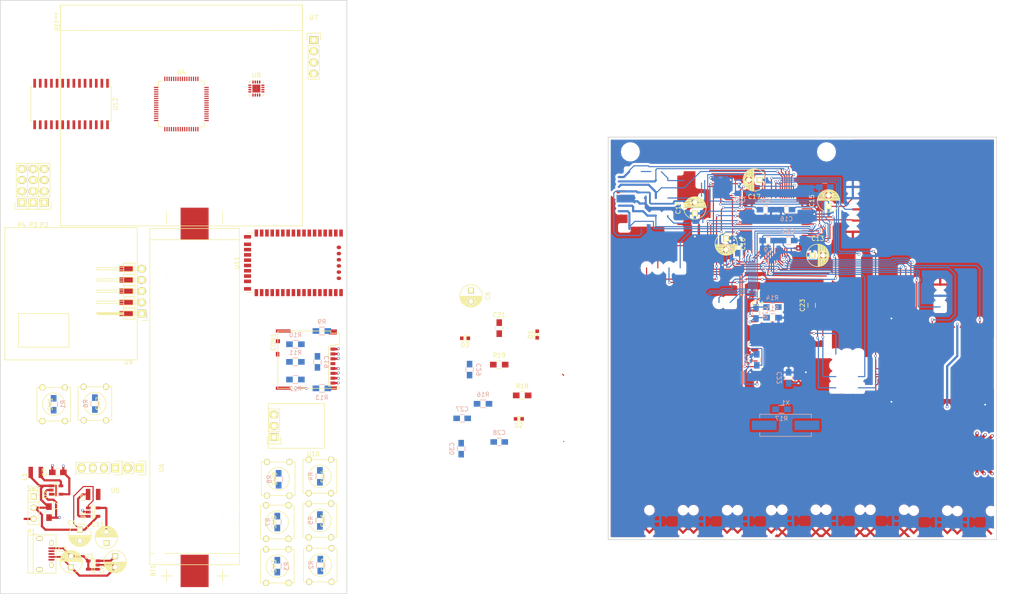
<source format=kicad_pcb>
(kicad_pcb (version 4) (host pcbnew 4.0.1-stable)
  (title_block (title "SenseWalk2: Minimalistic version") (rev 1) (company "University of Central Florida\\nSenior Design G23\\nBenoit Brummer\\n\\n\\n"))
  (layers (0 F.Cu signal) (31 B.Cu signal hide) (34 B.Paste user) (35 F.Paste user) (36 B.SilkS user) (37 F.SilkS user) (38 B.Mask user) (39 F.Mask user) (44 Edge.Cuts user))
  (net 0 "")
  (net 1 "Net-(BT1-Pad1)")
  (net 2 GND)
  (net 3 +BATT)
  (net 4 +5V)
  (net 5 +3V3)
  (net 6 PD2_SD-CMD)
  (net 7 PC10_SD-D2)
  (net 8 PC11_SD-D3)
  (net 9 PC12_SD-CK)
  (net 10 PC8_SD-D0)
  (net 11 PC9_SD-D1)
  (net 12 PA15_SD-DET)
  (net 13 "Net-(L2-Pad1)")
  (net 14 /in5)
  (net 15 /in6)
  (net 16 /in7)
  (net 17 /in8)
  (net 18 /in1)
  (net 19 /in2)
  (net 20 /in3)
  (net 21 /in4)
  (net 22 PC13_dbg)
  (net 23 NRST)
  (net 24 PC0_MP3-SCL)
  (net 25 PC1_MP3-SDA)
  (net 26 PC2_MAG-MISO)
  (net 27 PC3_mic)
  (net 28 PA0_las)
  (net 29 PA1_las)
  (net 30 PA2_UART)
  (net 31 PA3_UART)
  (net 32 PA4_BTpcm-Sync)
  (net 33 PA5_MP3-SCK)
  (net 34 PA6_BT-RTS)
  (net 35 PA7_MP3-SDI)
  (net 36 PC4_BT-RX)
  (net 37 PC5_BT-TX)
  (net 38 PB0_BT-GP9)
  (net 39 PB1_BT-CTS)
  (net 40 PB2_BT-GP2)
  (net 41 PB10_MAG-SPC)
  (net 42 "Net-(D1-Pad2)")
  (net 43 PB12_MAG-INT)
  (net 44 PB13_MAG-TRIG)
  (net 45 PB14_MP3-RST)
  (net 46 PB15_MAG-MOSI)
  (net 47 PC6_MP3-DR)
  (net 48 PA9_GPS-RX)
  (net 49 PA13_dbg)
  (net 50 PA14_dbg)
  (net 51 PB3_BTpcm-CLK)
  (net 52 PB5_BTpcm-IN)
  (net 53 PB7_GPS-TX)
  (net 54 PB9_MAG-CS)
  (net 55 "Net-(P4-Pad4)")
  (net 56 "Net-(P4-Pad1)")
  (net 57 "Net-(P4-Pad2)")
  (net 58 "Net-(C26-Pad1)")
  (net 59 "Net-(C28-Pad1)")
  (net 60 "Net-(C29-Pad1)")
  (net 61 "Net-(C27-Pad1)")
  (net 62 "Net-(D2-Pad2)")
  (net 63 "Net-(D2-Pad1)")
  (net 64 "Net-(D3-Pad2)")
  (net 65 "Net-(D3-Pad1)")
  (net 66 "Net-(P3-Pad1)")
  (net 67 "Net-(P3-Pad2)")
  (net 68 "Net-(P3-Pad3)")
  (net 69 "Net-(P3-Pad4)")
  (net 70 "Net-(L1-Pad2)")
  (net 71 "Net-(C3-Pad2)")
  (net 72 "Net-(C26-Pad2)")
  (net 73 "Net-(C30-Pad1)")
  (module con-trougnouf:MicroSD (layer F.Cu) (at 108.35 123.95 270)
    (fp_text reference CON1 (at -6 13.5 270) (layer F.SilkS))
    (fp_text value uSD_Card)
    (pad 6 smd rect (at -2.2 0 270) (size 0.7 1.1) (layers F.Cu F.Paste F.Mask) (net 2 GND))
    (pad 3 smd rect (at 1.1 0 270) (size 0.7 1.1) (layers F.Cu F.Paste F.Mask) (net 6 PD2_SD-CMD))
    (pad ~ smd rect (at 4.38 0.5 270) (size 0.86 2.8) (layers F.Cu F.Paste F.Mask))
    (pad 1 smd rect (at 3.3 0 270) (size 0.7 1.1) (layers F.Cu F.Paste F.Mask) (net 7 PC10_SD-D2))
    (pad 2 smd rect (at 2.2 0 270) (size 0.7 1.1) (layers F.Cu F.Paste F.Mask) (net 8 PC11_SD-D3))
    (pad 4 smd rect (at 0 0 270) (size 0.7 1.1) (layers F.Cu F.Paste F.Mask) (net 5 +3V3))
    (pad 5 smd rect (at -1.1 0 270) (size 0.7 1.1) (layers F.Cu F.Paste F.Mask) (net 9 PC12_SD-CK))
    (pad 7 smd rect (at -3.3 0 270) (size 0.7 1.1) (layers F.Cu F.Paste F.Mask) (net 10 PC8_SD-D0))
    (pad 8 smd rect (at -4.4 0 270) (size 0.7 1.1) (layers F.Cu F.Paste F.Mask) (net 11 PC9_SD-D1))
    (pad ~ smd rect (at -8.28 0.015 270) (size 1.14 1.83) (layers F.Cu F.Paste F.Mask))
    (pad ~ smd rect (at -8.5 11.265 270) (size 0.7 3.33) (layers F.Cu F.Paste F.Mask))
    (pad 6 smd rect (at -6.19 12.465 270) (size 0.9 0.93) (layers F.Cu F.Paste F.Mask) (net 2 GND))
    (pad 9 smd rect (at -3.24 12.54 270) (size 1.05 0.78) (layers F.Cu F.Paste F.Mask) (net 12 PA15_SD-DET))
    (pad ~ smd rect (at 4.46 11.265 270) (size 0.7 3.33) (layers F.Cu F.Paste F.Mask))
  )
  (module BT:RN-52 (layer F.Cu) (at 102 100 270)
    (fp_text reference U11 (at 0 15.4 270) (layer F.SilkS))
    (fp_text value RN-52)
    (pad 28 smd rect (at 6.75 11 270) (size 1.6 0.8) (layers F.Cu F.Paste F.Mask))
    (pad 27 smd rect (at 5.9 13 270) (size 0.8 1.6) (layers F.Cu F.Paste F.Mask) (net 2 GND))
    (pad 19 smd rect (at -4.2 13 270) (size 0.8 1.6) (layers F.Cu F.Paste F.Mask))
    (pad 1 smd rect (at -6.75 -8.2 270) (size 1.6 0.8) (layers F.Cu F.Paste F.Mask) (net 2 GND))
    (pad 2 smd rect (at -6.75 -7 270) (size 1.6 0.8) (layers F.Cu F.Paste F.Mask) (net 40 PB2_BT-GP2))
    (pad 3 smd rect (at -6.75 -5.8 270) (size 1.6 0.8) (layers F.Cu F.Paste F.Mask))
    (pad 4 smd rect (at -6.75 -4.6 270) (size 1.6 0.8) (layers F.Cu F.Paste F.Mask))
    (pad 5 smd rect (at -6.75 -3.4 270) (size 1.6 0.8) (layers F.Cu F.Paste F.Mask))
    (pad 6 smd rect (at -6.75 -2.2 270) (size 1.6 0.8) (layers F.Cu F.Paste F.Mask))
    (pad 7 smd rect (at -6.75 -1 270) (size 1.6 0.8) (layers F.Cu F.Paste F.Mask))
    (pad 8 smd rect (at -6.75 0.2 270) (size 1.6 0.8) (layers F.Cu F.Paste F.Mask))
    (pad 9 smd rect (at -6.75 1.4 270) (size 1.6 0.8) (layers F.Cu F.Paste F.Mask))
    (pad 10 smd rect (at -6.75 2.6 270) (size 1.6 0.8) (layers F.Cu F.Paste F.Mask))
    (pad 11 smd rect (at -6.75 3.8 270) (size 1.6 0.8) (layers F.Cu F.Paste F.Mask) (net 38 PB0_BT-GP9))
    (pad 12 smd rect (at -6.75 5 270) (size 1.6 0.8) (layers F.Cu F.Paste F.Mask))
    (pad 13 smd rect (at -6.75 6.2 270) (size 1.6 0.8) (layers F.Cu F.Paste F.Mask))
    (pad 14 smd rect (at -6.75 7.4 270) (size 1.6 0.8) (layers F.Cu F.Paste F.Mask) (net 34 PA6_BT-RTS))
    (pad 15 smd rect (at -6.75 8.6 270) (size 1.6 0.8) (layers F.Cu F.Paste F.Mask) (net 39 PB1_BT-CTS))
    (pad 16 smd rect (at -6.75 9.8 270) (size 1.6 0.8) (layers F.Cu F.Paste F.Mask) (net 37 PC5_BT-TX))
    (pad 17 smd rect (at -6.75 11 270) (size 1.6 0.8) (layers F.Cu F.Paste F.Mask) (net 36 PC4_BT-RX))
    (pad 18 smd rect (at -5.9 13 270) (size 0.8 1.6) (layers F.Cu F.Paste F.Mask) (net 2 GND))
    (pad 20 smd rect (at -3 13 270) (size 0.8 1.6) (layers F.Cu F.Paste F.Mask))
    (pad 21 smd rect (at -1.8 13 270) (size 0.8 1.6) (layers F.Cu F.Paste F.Mask) (net 5 +3V3))
    (pad 22 smd rect (at -0.6 13 270) (size 0.8 1.6) (layers F.Cu F.Paste F.Mask) (net 5 +3V3))
    (pad 23 smd rect (at 0.6 13 270) (size 0.8 1.6) (layers F.Cu F.Paste F.Mask) (net 69 "Net-(P3-Pad4)"))
    (pad 24 smd rect (at 1.8 13 270) (size 0.8 1.6) (layers F.Cu F.Paste F.Mask) (net 68 "Net-(P3-Pad3)"))
    (pad 25 smd rect (at 3 13 270) (size 0.8 1.6) (layers F.Cu F.Paste F.Mask) (net 67 "Net-(P3-Pad2)"))
    (pad 26 smd rect (at 4.2 13 270) (size 0.8 1.6) (layers F.Cu F.Paste F.Mask) (net 66 "Net-(P3-Pad1)"))
    (pad 29 smd rect (at 6.75 9.8 270) (size 1.6 0.8) (layers F.Cu F.Paste F.Mask))
    (pad 30 smd rect (at 6.75 8.6 270) (size 1.6 0.8) (layers F.Cu F.Paste F.Mask))
    (pad 31 smd rect (at 6.75 7.4 270) (size 1.6 0.8) (layers F.Cu F.Paste F.Mask))
    (pad 32 smd rect (at 6.75 6.2 270) (size 1.6 0.8) (layers F.Cu F.Paste F.Mask) (net 65 "Net-(D3-Pad1)"))
    (pad 33 smd rect (at 6.75 5 270) (size 1.6 0.8) (layers F.Cu F.Paste F.Mask) (net 63 "Net-(D2-Pad1)"))
    (pad 34 smd rect (at 6.75 3.8 270) (size 1.6 0.8) (layers F.Cu F.Paste F.Mask))
    (pad 35 smd rect (at 6.75 2.6 270) (size 1.6 0.8) (layers F.Cu F.Paste F.Mask))
    (pad 36 smd rect (at 6.75 1.4 270) (size 1.6 0.8) (layers F.Cu F.Paste F.Mask))
    (pad 37 smd rect (at 6.75 0.2 270) (size 1.6 0.8) (layers F.Cu F.Paste F.Mask))
    (pad 38 smd rect (at 6.75 -1 270) (size 1.6 0.8) (layers F.Cu F.Paste F.Mask))
    (pad 39 smd rect (at 6.75 -2.2 270) (size 1.6 0.8) (layers F.Cu F.Paste F.Mask) (net 2 GND))
    (pad 40 smd rect (at 6.75 -3.4 270) (size 1.6 0.8) (layers F.Cu F.Paste F.Mask))
    (pad 41 smd rect (at 6.75 -4.6 270) (size 1.6 0.8) (layers F.Cu F.Paste F.Mask))
    (pad 42 smd rect (at 6.75 -5.8 270) (size 1.6 0.8) (layers F.Cu F.Paste F.Mask))
    (pad 43 smd rect (at 6.75 -7 270) (size 1.6 0.8) (layers F.Cu F.Paste F.Mask))
    (pad 44 smd rect (at 6.75 -8.2 270) (size 1.6 0.8) (layers F.Cu F.Paste F.Mask) (net 2 GND))
    (pad 45 smd oval (at 3.5 -7.7 270) (size 0.8 1) (layers F.Cu F.Paste F.Mask) (net 2 GND))
    (pad 46 smd oval (at 2.1 -7.7 270) (size 0.8 1) (layers F.Cu F.Paste F.Mask) (net 2 GND))
    (pad 47 smd oval (at 0.7 -7.7 270) (size 0.8 1) (layers F.Cu F.Paste F.Mask) (net 2 GND))
    (pad 48 smd oval (at -0.7 -7.7 270) (size 0.8 1) (layers F.Cu F.Paste F.Mask) (net 2 GND))
    (pad 49 smd oval (at -2.1 -7.7 270) (size 0.8 1) (layers F.Cu F.Paste F.Mask) (net 2 GND))
    (pad 50 smd oval (at -3.5 -7.7 270) (size 0.8 1) (layers F.Cu F.Paste F.Mask) (net 2 GND))
  )
  (module con-trougnouf:18650BatteryHolder (layer F.Cu) (at 77 173.5 270)
    (fp_text reference BT1 (at -3.7 9.4 270) (layer F.SilkS))
    (fp_text value Battery)
    (pad "" np_thru_hole oval (at -70.87 8 270) (size 3.45 3.45) (drill 3.45) (layers *.Cu *.Mask F.SilkS))
    (pad 1 smd rect (at -3.67 0 270) (size 7.34 6.35) (layers F.Cu F.Paste F.Mask) (net 1 "Net-(BT1-Pad1)"))
    (pad 2 smd rect (at -82.33 0 270) (size 7.34 6.35) (layers F.Cu F.Paste F.Mask) (net 2 GND))
    (pad "" np_thru_hole oval (at -7.34 8 270) (size 2.39 2.39) (drill 2.39) (layers *.Cu *.Mask F.SilkS))
    (pad "" np_thru_hole oval (at -15.67 -8 270) (size 3.45 3.45) (drill 3.45) (layers *.Cu *.Mask F.SilkS))
  )
  (module Capacitors_ThroughHole:C_Radial_D5_L11_P2.5 (layer F.Cu) (at 51 160.5 270)
    (fp_text reference C1 (at -1.6 1.8 540) (layer F.SilkS))
    (fp_text value 10uF)
    (pad 1 thru_hole rect (at 0 0 270) (size 1.3 1.3) (drill 0.8) (layers *.Cu *.Mask F.SilkS) (net 3 +BATT))
    (pad 2 thru_hole circle (at 2.5 0 270) (size 1.3 1.3) (drill 0.8) (layers *.Cu *.Mask F.SilkS) (net 2 GND))
  )
  (module Capacitors_ThroughHole:C_Radial_D5_L11_P2.5 (layer F.Cu) (at 49 169 90)
    (fp_text reference C3 (at 4 -2 180) (layer F.SilkS))
    (fp_text value 1uF)
    (pad 1 thru_hole rect (at 0 0 90) (size 1.3 1.3) (drill 0.8) (layers *.Cu *.Mask F.SilkS) (net 2 GND))
    (pad 2 thru_hole circle (at 2.5 0 90) (size 1.3 1.3) (drill 0.8) (layers *.Cu *.Mask F.SilkS) (net 71 "Net-(C3-Pad2)"))
  )
  (module Capacitors_SMD:C_0805_HandSoldering (layer B.Cu) (at 206.4 87.95 180)
    (fp_text reference C4 (at 0 2.1 180) (layer B.SilkS) (effects (justify mirror)))
    (fp_text value 0.1uF)
    (pad 1 smd rect (at -1.25 0 180) (size 1.5 1.25) (layers B.Cu B.Paste B.Mask) (net 2 GND))
    (pad 2 smd rect (at 1.25 0 180) (size 1.5 1.25) (layers B.Cu B.Paste B.Mask) (net 5 +3V3))
  )
  (module Capacitors_ThroughHole:C_Radial_D5_L11_P2.5 (layer F.Cu) (at 139.65 106.25 270)
    (fp_text reference C6 (at 1.25 -3.8 270) (layer F.SilkS))
    (fp_text value 4.7uF)
    (pad 1 thru_hole rect (at 0 0 270) (size 1.3 1.3) (drill 0.8) (layers *.Cu *.Mask F.SilkS) (net 2 GND))
    (pad 2 thru_hole circle (at 2.5 0 270) (size 1.3 1.3) (drill 0.8) (layers *.Cu *.Mask F.SilkS) (net 5 +3V3))
  )
  (module Capacitors_SMD:C_0805_HandSoldering (layer F.Cu) (at 46 147.5 180)
    (fp_text reference C7 (at 3 0 270) (layer F.SilkS))
    (fp_text value 10uF)
    (pad 1 smd rect (at -1.25 0 180) (size 1.5 1.25) (layers F.Cu F.Paste F.Mask) (net 4 +5V))
    (pad 2 smd rect (at 1.25 0 180) (size 1.5 1.25) (layers F.Cu F.Paste F.Mask) (net 2 GND))
  )
  (module Capacitors_ThroughHole:C_Radial_D5_L11_P2.5 (layer F.Cu) (at 59 166.5 270)
    (fp_text reference C8 (at 3 3 270) (layer F.SilkS))
    (fp_text value 1uF)
    (pad 1 thru_hole rect (at 0 0 270) (size 1.3 1.3) (drill 0.8) (layers *.Cu *.Mask F.SilkS) (net 1 "Net-(BT1-Pad1)"))
    (pad 2 thru_hole circle (at 2.5 0 270) (size 1.3 1.3) (drill 0.8) (layers *.Cu *.Mask F.SilkS) (net 2 GND))
  )
  (module Capacitors_ThroughHole:C_Radial_D5_L11_P2.5 (layer F.Cu) (at 197.5 94.5 270)
    (fp_text reference C10 (at 1.25 -3.8 270) (layer F.SilkS))
    (fp_text value 4.7uF)
    (pad 1 thru_hole rect (at 0 0 270) (size 1.3 1.3) (drill 0.8) (layers *.Cu *.Mask F.SilkS) (net 2 GND))
    (pad 2 thru_hole circle (at 2.5 0 270) (size 1.3 1.3) (drill 0.8) (layers *.Cu *.Mask F.SilkS) (net 5 +3V3))
  )
  (module Capacitors_ThroughHole:C_Radial_D5_L11_P2.5 (layer F.Cu) (at 205.1 81.2 180)
    (fp_text reference C17 (at 1.25 -3.8 180) (layer F.SilkS))
    (fp_text value 4.7uF)
    (pad 1 thru_hole rect (at 0 0 180) (size 1.3 1.3) (drill 0.8) (layers *.Cu *.Mask F.SilkS) (net 2 GND))
    (pad 2 thru_hole circle (at 2.5 0 180) (size 1.3 1.3) (drill 0.8) (layers *.Cu *.Mask F.SilkS) (net 5 +3V3))
  )
  (module Inductors_NEOSID:Neosid_Inductor_SM-NE29_SMD1008 (layer F.Cu) (at 41 147.5)
    (fp_text reference L1 (at -2.5 1 270) (layer F.SilkS))
    (fp_text value 4.7uH)
    (pad 2 smd rect (at 1.14554 0) (size 1.02108 2.54) (layers F.Cu F.Paste F.Mask) (net 70 "Net-(L1-Pad2)"))
    (pad 1 smd rect (at -1.14554 0) (size 1.02108 2.54) (layers F.Cu F.Paste F.Mask) (net 3 +BATT))
  )
  (module Inductors_NEOSID:Neosid_Inductor_SM-NE29_SMD1008 (layer F.Cu) (at 54 152.5)
    (fp_text reference L2 (at -2.25 0.75 90) (layer F.SilkS))
    (fp_text value 4.7uH)
    (pad 2 smd rect (at 1.14554 0) (size 1.02108 2.54) (layers F.Cu F.Paste F.Mask) (net 5 +3V3))
    (pad 1 smd rect (at -1.14554 0) (size 1.02108 2.54) (layers F.Cu F.Paste F.Mask) (net 13 "Net-(L2-Pad1)"))
  )
  (module Connect:USB_Micro-B (layer F.Cu) (at 43 166 270)
    (fp_text reference P1 (at -5 3 360) (layer F.SilkS))
    (fp_text value USB_B)
    (pad 1 smd rect (at -1.3009 -1.56254) (size 1.35 0.4) (layers F.Cu F.Paste F.Mask) (net 71 "Net-(C3-Pad2)"))
    (pad 2 smd rect (at -0.6509 -1.56254) (size 1.35 0.4) (layers F.Cu F.Paste F.Mask))
    (pad 3 smd rect (at -0.0009 -1.56254) (size 1.35 0.4) (layers F.Cu F.Paste F.Mask))
    (pad 4 smd rect (at 0.6491 -1.56254) (size 1.35 0.4) (layers F.Cu F.Paste F.Mask) (net 2 GND))
    (pad 5 smd rect (at 1.2991 -1.56254) (size 1.35 0.4) (layers F.Cu F.Paste F.Mask))
    (pad 6 thru_hole oval (at -2.5009 -1.56254) (size 0.95 1.25) (drill oval 0.55 0.85) (layers *.Cu *.Mask F.SilkS))
    (pad 6 thru_hole oval (at 2.4991 -1.56254) (size 0.95 1.25) (drill oval 0.55 0.85) (layers *.Cu *.Mask F.SilkS))
    (pad 6 thru_hole oval (at -3.5009 1.13746) (size 1.55 1) (drill oval 1.15 0.5) (layers *.Cu *.Mask F.SilkS))
    (pad 6 thru_hole oval (at 3.4991 1.13746) (size 1.55 1) (drill oval 1.15 0.5) (layers *.Cu *.Mask F.SilkS))
  )
  (module Buttons_Switches_ThroughHole:SW_PUSH_SMALL (layer F.Cu) (at 45.05 132.05 90)
    (fp_text reference SW1 (at 0 -0.762 90) (layer F.SilkS))
    (fp_text value SW_PUSH)
    (pad 1 thru_hole circle (at 3.81 -2.54 90) (size 1.397 1.397) (drill 0.8128) (layers *.Cu *.Mask F.SilkS) (net 14 /in5))
    (pad 2 thru_hole circle (at 3.81 2.54 90) (size 1.397 1.397) (drill 0.8128) (layers *.Cu *.Mask F.SilkS) (net 5 +3V3))
    (pad 1 thru_hole circle (at -3.81 -2.54 90) (size 1.397 1.397) (drill 0.8128) (layers *.Cu *.Mask F.SilkS) (net 14 /in5))
    (pad 2 thru_hole circle (at -3.81 2.54 90) (size 1.397 1.397) (drill 0.8128) (layers *.Cu *.Mask F.SilkS) (net 5 +3V3))
  )
  (module Buttons_Switches_ThroughHole:SW_PUSH_SMALL (layer F.Cu) (at 105.5 168.5 270)
    (fp_text reference SW2 (at 0 -0.762 270) (layer F.SilkS))
    (fp_text value SW_PUSH)
    (pad 1 thru_hole circle (at 3.81 -2.54 270) (size 1.397 1.397) (drill 0.8128) (layers *.Cu *.Mask F.SilkS) (net 15 /in6))
    (pad 2 thru_hole circle (at 3.81 2.54 270) (size 1.397 1.397) (drill 0.8128) (layers *.Cu *.Mask F.SilkS) (net 5 +3V3))
    (pad 1 thru_hole circle (at -3.81 -2.54 270) (size 1.397 1.397) (drill 0.8128) (layers *.Cu *.Mask F.SilkS) (net 15 /in6))
    (pad 2 thru_hole circle (at -3.81 2.54 270) (size 1.397 1.397) (drill 0.8128) (layers *.Cu *.Mask F.SilkS) (net 5 +3V3))
  )
  (module Buttons_Switches_ThroughHole:SW_PUSH_SMALL (layer F.Cu) (at 95.75 168.75 90)
    (fp_text reference SW3 (at 0 -0.762 90) (layer F.SilkS))
    (fp_text value SW_PUSH)
    (pad 1 thru_hole circle (at 3.81 -2.54 90) (size 1.397 1.397) (drill 0.8128) (layers *.Cu *.Mask F.SilkS) (net 16 /in7))
    (pad 2 thru_hole circle (at 3.81 2.54 90) (size 1.397 1.397) (drill 0.8128) (layers *.Cu *.Mask F.SilkS) (net 5 +3V3))
    (pad 1 thru_hole circle (at -3.81 -2.54 90) (size 1.397 1.397) (drill 0.8128) (layers *.Cu *.Mask F.SilkS) (net 16 /in7))
    (pad 2 thru_hole circle (at -3.81 2.54 90) (size 1.397 1.397) (drill 0.8128) (layers *.Cu *.Mask F.SilkS) (net 5 +3V3))
  )
  (module Buttons_Switches_ThroughHole:SW_PUSH_SMALL (layer F.Cu) (at 105.4 148.4 270)
    (fp_text reference SW4 (at 0 -0.762 270) (layer F.SilkS))
    (fp_text value SW_PUSH)
    (pad 1 thru_hole circle (at 3.81 -2.54 270) (size 1.397 1.397) (drill 0.8128) (layers *.Cu *.Mask F.SilkS) (net 17 /in8))
    (pad 2 thru_hole circle (at 3.81 2.54 270) (size 1.397 1.397) (drill 0.8128) (layers *.Cu *.Mask F.SilkS) (net 5 +3V3))
    (pad 1 thru_hole circle (at -3.81 -2.54 270) (size 1.397 1.397) (drill 0.8128) (layers *.Cu *.Mask F.SilkS) (net 17 /in8))
    (pad 2 thru_hole circle (at -3.81 2.54 270) (size 1.397 1.397) (drill 0.8128) (layers *.Cu *.Mask F.SilkS) (net 5 +3V3))
  )
  (module Buttons_Switches_ThroughHole:SW_Micro_SPST (layer F.Cu) (at 40.5 155.5 270)
    (fp_text reference SW5 (at -4.4 0 360) (layer F.SilkS))
    (fp_text value Switch_SPDT_x2)
    (pad 1 thru_hole rect (at -2.54 0 270) (size 1.397 1.397) (drill 0.8128) (layers *.Cu *.Mask F.SilkS))
    (pad 2 thru_hole circle (at 0 0 270) (size 1.397 1.397) (drill 0.8128) (layers *.Cu *.Mask F.SilkS) (net 3 +BATT))
    (pad 3 thru_hole circle (at 2.54 0 270) (size 1.397 1.397) (drill 0.8128) (layers *.Cu *.Mask F.SilkS) (net 1 "Net-(BT1-Pad1)"))
  )
  (module Buttons_Switches_ThroughHole:SW_PUSH_SMALL (layer F.Cu) (at 105.4 158.4 270)
    (fp_text reference SW6 (at 0 -0.762 270) (layer F.SilkS))
    (fp_text value SW_PUSH)
    (pad 1 thru_hole circle (at 3.81 -2.54 270) (size 1.397 1.397) (drill 0.8128) (layers *.Cu *.Mask F.SilkS) (net 18 /in1))
    (pad 2 thru_hole circle (at 3.81 2.54 270) (size 1.397 1.397) (drill 0.8128) (layers *.Cu *.Mask F.SilkS) (net 5 +3V3))
    (pad 1 thru_hole circle (at -3.81 -2.54 270) (size 1.397 1.397) (drill 0.8128) (layers *.Cu *.Mask F.SilkS) (net 18 /in1))
    (pad 2 thru_hole circle (at -3.81 2.54 270) (size 1.397 1.397) (drill 0.8128) (layers *.Cu *.Mask F.SilkS) (net 5 +3V3))
  )
  (module Buttons_Switches_ThroughHole:SW_PUSH_SMALL (layer F.Cu) (at 54.4 131.9 270)
    (fp_text reference SW7 (at 0 -0.762 270) (layer F.SilkS))
    (fp_text value SW_PUSH)
    (pad 1 thru_hole circle (at 3.81 -2.54 270) (size 1.397 1.397) (drill 0.8128) (layers *.Cu *.Mask F.SilkS) (net 19 /in2))
    (pad 2 thru_hole circle (at 3.81 2.54 270) (size 1.397 1.397) (drill 0.8128) (layers *.Cu *.Mask F.SilkS) (net 5 +3V3))
    (pad 1 thru_hole circle (at -3.81 -2.54 270) (size 1.397 1.397) (drill 0.8128) (layers *.Cu *.Mask F.SilkS) (net 19 /in2))
    (pad 2 thru_hole circle (at -3.81 2.54 270) (size 1.397 1.397) (drill 0.8128) (layers *.Cu *.Mask F.SilkS) (net 5 +3V3))
  )
  (module Buttons_Switches_ThroughHole:SW_PUSH_SMALL (layer F.Cu) (at 95.75 158.75 90)
    (fp_text reference SW8 (at 0 -0.762 90) (layer F.SilkS))
    (fp_text value SW_PUSH)
    (pad 1 thru_hole circle (at 3.81 -2.54 90) (size 1.397 1.397) (drill 0.8128) (layers *.Cu *.Mask F.SilkS) (net 20 /in3))
    (pad 2 thru_hole circle (at 3.81 2.54 90) (size 1.397 1.397) (drill 0.8128) (layers *.Cu *.Mask F.SilkS) (net 5 +3V3))
    (pad 1 thru_hole circle (at -3.81 -2.54 90) (size 1.397 1.397) (drill 0.8128) (layers *.Cu *.Mask F.SilkS) (net 20 /in3))
    (pad 2 thru_hole circle (at -3.81 2.54 90) (size 1.397 1.397) (drill 0.8128) (layers *.Cu *.Mask F.SilkS) (net 5 +3V3))
  )
  (module Buttons_Switches_ThroughHole:SW_PUSH_SMALL (layer F.Cu) (at 95.95 148.95 90)
    (fp_text reference SW9 (at 0 -0.762 90) (layer F.SilkS))
    (fp_text value SW_PUSH)
    (pad 1 thru_hole circle (at 3.81 -2.54 90) (size 1.397 1.397) (drill 0.8128) (layers *.Cu *.Mask F.SilkS) (net 21 /in4))
    (pad 2 thru_hole circle (at 3.81 2.54 90) (size 1.397 1.397) (drill 0.8128) (layers *.Cu *.Mask F.SilkS) (net 5 +3V3))
    (pad 1 thru_hole circle (at -3.81 -2.54 90) (size 1.397 1.397) (drill 0.8128) (layers *.Cu *.Mask F.SilkS) (net 21 /in4))
    (pad 2 thru_hole circle (at -3.81 2.54 90) (size 1.397 1.397) (drill 0.8128) (layers *.Cu *.Mask F.SilkS) (net 5 +3V3))
  )
  (module TO_SOT_Packages_SMD:SOT-23-5 (layer F.Cu) (at 45.6 151.5)
    (fp_text reference U2 (at -2.5 1 90) (layer F.SilkS))
    (fp_text value XC9140)
    (pad 1 smd rect (at -1.1 -0.95) (size 1.06 0.65) (layers F.Cu F.Paste F.Mask) (net 3 +BATT))
    (pad 2 smd rect (at -1.1 0) (size 1.06 0.65) (layers F.Cu F.Paste F.Mask) (net 2 GND))
    (pad 3 smd rect (at -1.1 0.95) (size 1.06 0.65) (layers F.Cu F.Paste F.Mask) (net 3 +BATT))
    (pad 4 smd rect (at 1.1 0.95) (size 1.06 0.65) (layers F.Cu F.Paste F.Mask) (net 4 +5V))
    (pad 5 smd rect (at 1.1 -0.95) (size 1.06 0.65) (layers F.Cu F.Paste F.Mask) (net 70 "Net-(L1-Pad2)"))
  )
  (module TO_SOT_Packages_SMD:SOT-23-5 (layer F.Cu) (at 54 168.5 180)
    (fp_text reference U3 (at 1 2 180) (layer F.SilkS))
    (fp_text value MCP73811/2)
    (pad 1 smd rect (at -1.1 -0.95 180) (size 1.06 0.65) (layers F.Cu F.Paste F.Mask) (net 71 "Net-(C3-Pad2)"))
    (pad 2 smd rect (at -1.1 0 180) (size 1.06 0.65) (layers F.Cu F.Paste F.Mask) (net 2 GND))
    (pad 3 smd rect (at -1.1 0.95 180) (size 1.06 0.65) (layers F.Cu F.Paste F.Mask) (net 1 "Net-(BT1-Pad1)"))
    (pad 4 smd rect (at 1.1 0.95 180) (size 1.06 0.65) (layers F.Cu F.Paste F.Mask) (net 71 "Net-(C3-Pad2)"))
    (pad 5 smd rect (at 1.1 -0.95 180) (size 1.06 0.65) (layers F.Cu F.Paste F.Mask) (net 71 "Net-(C3-Pad2)"))
  )
  (module Housings_QFP:LQFP-64_10x10mm_Pitch0.5mm (layer F.Cu) (at 74 64)
    (fp_text reference U4 (at 0 -7.2) (layer F.SilkS))
    (fp_text value STM32L476R)
    (pad 1 smd rect (at -5.7 -3.75) (size 1 0.25) (layers F.Cu F.Paste F.Mask) (net 5 +3V3))
    (pad 2 smd rect (at -5.7 -3.25) (size 1 0.25) (layers F.Cu F.Paste F.Mask) (net 22 PC13_dbg))
    (pad 3 smd rect (at -5.7 -2.75) (size 1 0.25) (layers F.Cu F.Paste F.Mask) (net 14 /in5))
    (pad 4 smd rect (at -5.7 -2.25) (size 1 0.25) (layers F.Cu F.Paste F.Mask) (net 15 /in6))
    (pad 5 smd rect (at -5.7 -1.75) (size 1 0.25) (layers F.Cu F.Paste F.Mask) (net 16 /in7))
    (pad 6 smd rect (at -5.7 -1.25) (size 1 0.25) (layers F.Cu F.Paste F.Mask) (net 17 /in8))
    (pad 7 smd rect (at -5.7 -0.75) (size 1 0.25) (layers F.Cu F.Paste F.Mask) (net 23 NRST))
    (pad 8 smd rect (at -5.7 -0.25) (size 1 0.25) (layers F.Cu F.Paste F.Mask) (net 24 PC0_MP3-SCL))
    (pad 9 smd rect (at -5.7 0.25) (size 1 0.25) (layers F.Cu F.Paste F.Mask) (net 25 PC1_MP3-SDA))
    (pad 10 smd rect (at -5.7 0.75) (size 1 0.25) (layers F.Cu F.Paste F.Mask) (net 26 PC2_MAG-MISO))
    (pad 11 smd rect (at -5.7 1.25) (size 1 0.25) (layers F.Cu F.Paste F.Mask) (net 27 PC3_mic))
    (pad 12 smd rect (at -5.7 1.75) (size 1 0.25) (layers F.Cu F.Paste F.Mask) (net 2 GND))
    (pad 13 smd rect (at -5.7 2.25) (size 1 0.25) (layers F.Cu F.Paste F.Mask) (net 5 +3V3))
    (pad 14 smd rect (at -5.7 2.75) (size 1 0.25) (layers F.Cu F.Paste F.Mask) (net 28 PA0_las))
    (pad 15 smd rect (at -5.7 3.25) (size 1 0.25) (layers F.Cu F.Paste F.Mask) (net 29 PA1_las))
    (pad 16 smd rect (at -5.7 3.75) (size 1 0.25) (layers F.Cu F.Paste F.Mask) (net 30 PA2_UART))
    (pad 17 smd rect (at -3.75 5.7 90) (size 1 0.25) (layers F.Cu F.Paste F.Mask) (net 31 PA3_UART))
    (pad 18 smd rect (at -3.25 5.7 90) (size 1 0.25) (layers F.Cu F.Paste F.Mask) (net 2 GND))
    (pad 19 smd rect (at -2.75 5.7 90) (size 1 0.25) (layers F.Cu F.Paste F.Mask) (net 5 +3V3))
    (pad 20 smd rect (at -2.25 5.7 90) (size 1 0.25) (layers F.Cu F.Paste F.Mask) (net 32 PA4_BTpcm-Sync))
    (pad 21 smd rect (at -1.75 5.7 90) (size 1 0.25) (layers F.Cu F.Paste F.Mask) (net 33 PA5_MP3-SCK))
    (pad 22 smd rect (at -1.25 5.7 90) (size 1 0.25) (layers F.Cu F.Paste F.Mask) (net 34 PA6_BT-RTS))
    (pad 23 smd rect (at -0.75 5.7 90) (size 1 0.25) (layers F.Cu F.Paste F.Mask) (net 35 PA7_MP3-SDI))
    (pad 24 smd rect (at -0.25 5.7 90) (size 1 0.25) (layers F.Cu F.Paste F.Mask) (net 36 PC4_BT-RX))
    (pad 25 smd rect (at 0.25 5.7 90) (size 1 0.25) (layers F.Cu F.Paste F.Mask) (net 37 PC5_BT-TX))
    (pad 26 smd rect (at 0.75 5.7 90) (size 1 0.25) (layers F.Cu F.Paste F.Mask) (net 38 PB0_BT-GP9))
    (pad 27 smd rect (at 1.25 5.7 90) (size 1 0.25) (layers F.Cu F.Paste F.Mask) (net 39 PB1_BT-CTS))
    (pad 28 smd rect (at 1.75 5.7 90) (size 1 0.25) (layers F.Cu F.Paste F.Mask) (net 40 PB2_BT-GP2))
    (pad 29 smd rect (at 2.25 5.7 90) (size 1 0.25) (layers F.Cu F.Paste F.Mask) (net 41 PB10_MAG-SPC))
    (pad 30 smd rect (at 2.75 5.7 90) (size 1 0.25) (layers F.Cu F.Paste F.Mask) (net 42 "Net-(D1-Pad2)"))
    (pad 31 smd rect (at 3.25 5.7 90) (size 1 0.25) (layers F.Cu F.Paste F.Mask) (net 2 GND))
    (pad 32 smd rect (at 3.75 5.7 90) (size 1 0.25) (layers F.Cu F.Paste F.Mask) (net 5 +3V3))
    (pad 33 smd rect (at 5.7 3.75) (size 1 0.25) (layers F.Cu F.Paste F.Mask) (net 43 PB12_MAG-INT))
    (pad 34 smd rect (at 5.7 3.25) (size 1 0.25) (layers F.Cu F.Paste F.Mask) (net 44 PB13_MAG-TRIG))
    (pad 35 smd rect (at 5.7 2.75) (size 1 0.25) (layers F.Cu F.Paste F.Mask) (net 45 PB14_MP3-RST))
    (pad 36 smd rect (at 5.7 2.25) (size 1 0.25) (layers F.Cu F.Paste F.Mask) (net 46 PB15_MAG-MOSI))
    (pad 37 smd rect (at 5.7 1.75) (size 1 0.25) (layers F.Cu F.Paste F.Mask) (net 47 PC6_MP3-DR))
    (pad 38 smd rect (at 5.7 1.25) (size 1 0.25) (layers F.Cu F.Paste F.Mask))
    (pad 39 smd rect (at 5.7 0.75) (size 1 0.25) (layers F.Cu F.Paste F.Mask) (net 10 PC8_SD-D0))
    (pad 40 smd rect (at 5.7 0.25) (size 1 0.25) (layers F.Cu F.Paste F.Mask) (net 11 PC9_SD-D1))
    (pad 41 smd rect (at 5.7 -0.25) (size 1 0.25) (layers F.Cu F.Paste F.Mask) (net 18 /in1))
    (pad 42 smd rect (at 5.7 -0.75) (size 1 0.25) (layers F.Cu F.Paste F.Mask) (net 48 PA9_GPS-RX))
    (pad 43 smd rect (at 5.7 -1.25) (size 1 0.25) (layers F.Cu F.Paste F.Mask) (net 19 /in2))
    (pad 44 smd rect (at 5.7 -1.75) (size 1 0.25) (layers F.Cu F.Paste F.Mask) (net 20 /in3))
    (pad 45 smd rect (at 5.7 -2.25) (size 1 0.25) (layers F.Cu F.Paste F.Mask) (net 21 /in4))
    (pad 46 smd rect (at 5.7 -2.75) (size 1 0.25) (layers F.Cu F.Paste F.Mask) (net 49 PA13_dbg))
    (pad 47 smd rect (at 5.7 -3.25) (size 1 0.25) (layers F.Cu F.Paste F.Mask) (net 2 GND))
    (pad 48 smd rect (at 5.7 -3.75) (size 1 0.25) (layers F.Cu F.Paste F.Mask) (net 5 +3V3))
    (pad 49 smd rect (at 3.75 -5.7 90) (size 1 0.25) (layers F.Cu F.Paste F.Mask) (net 50 PA14_dbg))
    (pad 50 smd rect (at 3.25 -5.7 90) (size 1 0.25) (layers F.Cu F.Paste F.Mask) (net 12 PA15_SD-DET))
    (pad 51 smd rect (at 2.75 -5.7 90) (size 1 0.25) (layers F.Cu F.Paste F.Mask) (net 7 PC10_SD-D2))
    (pad 52 smd rect (at 2.25 -5.7 90) (size 1 0.25) (layers F.Cu F.Paste F.Mask) (net 8 PC11_SD-D3))
    (pad 53 smd rect (at 1.75 -5.7 90) (size 1 0.25) (layers F.Cu F.Paste F.Mask) (net 9 PC12_SD-CK))
    (pad 54 smd rect (at 1.25 -5.7 90) (size 1 0.25) (layers F.Cu F.Paste F.Mask) (net 6 PD2_SD-CMD))
    (pad 55 smd rect (at 0.75 -5.7 90) (size 1 0.25) (layers F.Cu F.Paste F.Mask) (net 51 PB3_BTpcm-CLK))
    (pad 56 smd rect (at 0.25 -5.7 90) (size 1 0.25) (layers F.Cu F.Paste F.Mask))
    (pad 57 smd rect (at -0.25 -5.7 90) (size 1 0.25) (layers F.Cu F.Paste F.Mask) (net 52 PB5_BTpcm-IN))
    (pad 58 smd rect (at -0.75 -5.7 90) (size 1 0.25) (layers F.Cu F.Paste F.Mask))
    (pad 59 smd rect (at -1.25 -5.7 90) (size 1 0.25) (layers F.Cu F.Paste F.Mask) (net 53 PB7_GPS-TX))
    (pad 60 smd rect (at -1.75 -5.7 90) (size 1 0.25) (layers F.Cu F.Paste F.Mask))
    (pad 61 smd rect (at -2.25 -5.7 90) (size 1 0.25) (layers F.Cu F.Paste F.Mask))
    (pad 62 smd rect (at -2.75 -5.7 90) (size 1 0.25) (layers F.Cu F.Paste F.Mask) (net 54 PB9_MAG-CS))
    (pad 63 smd rect (at -3.25 -5.7 90) (size 1 0.25) (layers F.Cu F.Paste F.Mask) (net 2 GND))
    (pad 64 smd rect (at -3.75 -5.7 90) (size 1 0.25) (layers F.Cu F.Paste F.Mask) (net 5 +3V3))
  )
  (module con-trougnouf:Socket_Strip_Straight_1x04_3467 (layer F.Cu) (at 59 146.5 180)
    (fp_text reference U5 (at 0 -5.1 180) (layer F.SilkS))
    (fp_text value Lightware_SF10/A)
    (pad 3 thru_hole rect (at 0 0 180) (size 1.7272 2.032) (drill 1.016) (layers *.Cu *.Mask F.SilkS) (net 29 PA1_las))
    (pad 4 thru_hole oval (at 2.54 0 180) (size 1.7272 2.032) (drill 1.016) (layers *.Cu *.Mask F.SilkS) (net 28 PA0_las))
    (pad 6 thru_hole oval (at 5.08 0 180) (size 1.7272 2.032) (drill 1.016) (layers *.Cu *.Mask F.SilkS) (net 2 GND))
    (pad 7 thru_hole oval (at 7.62 0 180) (size 1.7272 2.032) (drill 1.016) (layers *.Cu *.Mask F.SilkS) (net 4 +5V))
  )
  (module Pin_Headers:Pin_Header_Straight_1x02 (layer F.Cu) (at 64.4 146.5 270)
    (fp_text reference U6 (at 0 -5.1 270) (layer F.SilkS))
    (fp_text value UART)
    (pad 1 thru_hole rect (at 0 0 270) (size 2.032 2.032) (drill 1.016) (layers *.Cu *.Mask F.SilkS) (net 31 PA3_UART))
    (pad 2 thru_hole oval (at 0 2.54 270) (size 2.032 2.032) (drill 1.016) (layers *.Cu *.Mask F.SilkS) (net 30 PA2_UART))
  )
  (module Housings_DFN_QFN:QFN-16-1EP_3x3mm_Pitch0.5mm (layer F.Cu) (at 91 60.5 270)
    (fp_text reference U8 (at -3 0 360) (layer F.SilkS))
    (fp_text value MLX90393)
    (pad 1 smd oval (at -1.475 -0.75 270) (size 0.75 0.3) (layers F.Cu F.Paste F.Mask) (net 43 PB12_MAG-INT))
    (pad 2 smd oval (at -1.475 -0.25 270) (size 0.75 0.3) (layers F.Cu F.Paste F.Mask) (net 54 PB9_MAG-CS))
    (pad 3 smd oval (at -1.475 0.25 270) (size 0.75 0.3) (layers F.Cu F.Paste F.Mask) (net 41 PB10_MAG-SPC))
    (pad 4 smd oval (at -1.475 0.75 270) (size 0.75 0.3) (layers F.Cu F.Paste F.Mask))
    (pad 5 smd oval (at -0.75 1.475) (size 0.75 0.3) (layers F.Cu F.Paste F.Mask) (net 46 PB15_MAG-MOSI))
    (pad 6 smd oval (at -0.25 1.475) (size 0.75 0.3) (layers F.Cu F.Paste F.Mask) (net 26 PC2_MAG-MISO))
    (pad 7 smd oval (at 0.25 1.475) (size 0.75 0.3) (layers F.Cu F.Paste F.Mask) (net 44 PB13_MAG-TRIG))
    (pad 8 smd oval (at 0.75 1.475) (size 0.75 0.3) (layers F.Cu F.Paste F.Mask) (net 5 +3V3))
    (pad 9 smd oval (at 1.475 0.75 270) (size 0.75 0.3) (layers F.Cu F.Paste F.Mask))
    (pad 10 smd oval (at 1.475 0.25 270) (size 0.75 0.3) (layers F.Cu F.Paste F.Mask))
    (pad 11 smd oval (at 1.475 -0.25 270) (size 0.75 0.3) (layers F.Cu F.Paste F.Mask) (net 2 GND))
    (pad 12 smd oval (at 1.475 -0.75 270) (size 0.75 0.3) (layers F.Cu F.Paste F.Mask) (net 2 GND))
    (pad 13 smd oval (at 0.75 -1.475) (size 0.75 0.3) (layers F.Cu F.Paste F.Mask) (net 2 GND))
    (pad 14 smd oval (at 0.25 -1.475) (size 0.75 0.3) (layers F.Cu F.Paste F.Mask))
    (pad 15 smd oval (at -0.25 -1.475) (size 0.75 0.3) (layers F.Cu F.Paste F.Mask) (net 5 +3V3))
    (pad 16 smd oval (at -0.75 -1.475) (size 0.75 0.3) (layers F.Cu F.Paste F.Mask))
    (pad 17 smd rect (at 0.45 0.45 270) (size 0.9 0.9) (layers F.Cu F.Paste F.Mask))
    (pad 17 smd rect (at 0.45 -0.45 270) (size 0.9 0.9) (layers F.Cu F.Paste F.Mask))
    (pad 17 smd rect (at -0.45 0.45 270) (size 0.9 0.9) (layers F.Cu F.Paste F.Mask))
    (pad 17 smd rect (at -0.45 -0.45 270) (size 0.9 0.9) (layers F.Cu F.Paste F.Mask))
  )
  (module Housings_SOIC:SOIC-28_7.5x17.9mm_Pitch1.27mm (layer F.Cu) (at 49 64 270)
    (fp_text reference U12 (at 0 -10.05 270) (layer F.SilkS))
    (fp_text value STA013)
    (pad 1 smd rect (at -4.7 -8.255 270) (size 2 0.6) (layers F.Cu F.Paste F.Mask) (net 5 +3V3))
    (pad 2 smd rect (at -4.7 -6.985 270) (size 2 0.6) (layers F.Cu F.Paste F.Mask) (net 2 GND))
    (pad 3 smd rect (at -4.7 -5.715 270) (size 2 0.6) (layers F.Cu F.Paste F.Mask) (net 25 PC1_MP3-SDA))
    (pad 4 smd rect (at -4.7 -4.445 270) (size 2 0.6) (layers F.Cu F.Paste F.Mask) (net 24 PC0_MP3-SCL))
    (pad 5 smd rect (at -4.7 -3.175 270) (size 2 0.6) (layers F.Cu F.Paste F.Mask) (net 35 PA7_MP3-SDI))
    (pad 6 smd rect (at -4.7 -1.905 270) (size 2 0.6) (layers F.Cu F.Paste F.Mask) (net 33 PA5_MP3-SCK))
    (pad 7 smd rect (at -4.7 -0.635 270) (size 2 0.6) (layers F.Cu F.Paste F.Mask) (net 5 +3V3))
    (pad 8 smd rect (at -4.7 0.635 270) (size 2 0.6) (layers F.Cu F.Paste F.Mask) (net 5 +3V3))
    (pad 9 smd rect (at -4.7 1.905 270) (size 2 0.6) (layers F.Cu F.Paste F.Mask) (net 55 "Net-(P4-Pad4)"))
    (pad 10 smd rect (at -4.7 3.175 270) (size 2 0.6) (layers F.Cu F.Paste F.Mask) (net 56 "Net-(P4-Pad1)"))
    (pad 11 smd rect (at -4.7 4.445 270) (size 2 0.6) (layers F.Cu F.Paste F.Mask) (net 57 "Net-(P4-Pad2)"))
    (pad 12 smd rect (at -4.7 5.715 270) (size 2 0.6) (layers F.Cu F.Paste F.Mask))
    (pad 13 smd rect (at -4.7 6.985 270) (size 2 0.6) (layers F.Cu F.Paste F.Mask) (net 2 GND))
    (pad 14 smd rect (at -4.7 8.255 270) (size 2 0.6) (layers F.Cu F.Paste F.Mask) (net 5 +3V3))
    (pad 15 smd rect (at 4.7 8.255 270) (size 2 0.6) (layers F.Cu F.Paste F.Mask) (net 2 GND))
    (pad 16 smd rect (at 4.7 6.985 270) (size 2 0.6) (layers F.Cu F.Paste F.Mask) (net 5 +3V3))
    (pad 17 smd rect (at 4.7 5.715 270) (size 2 0.6) (layers F.Cu F.Paste F.Mask) (net 72 "Net-(C26-Pad2)"))
    (pad 18 smd rect (at 4.7 4.445 270) (size 2 0.6) (layers F.Cu F.Paste F.Mask) (net 58 "Net-(C26-Pad1)"))
    (pad 19 smd rect (at 4.7 3.175 270) (size 2 0.6) (layers F.Cu F.Paste F.Mask) (net 61 "Net-(C27-Pad1)"))
    (pad 20 smd rect (at 4.7 1.905 270) (size 2 0.6) (layers F.Cu F.Paste F.Mask) (net 60 "Net-(C29-Pad1)"))
    (pad 21 smd rect (at 4.7 0.635 270) (size 2 0.6) (layers F.Cu F.Paste F.Mask) (net 73 "Net-(C30-Pad1)"))
    (pad 22 smd rect (at 4.7 -0.635 270) (size 2 0.6) (layers F.Cu F.Paste F.Mask) (net 2 GND))
    (pad 23 smd rect (at 4.7 -1.905 270) (size 2 0.6) (layers F.Cu F.Paste F.Mask) (net 5 +3V3))
    (pad 24 smd rect (at 4.7 -3.175 270) (size 2 0.6) (layers F.Cu F.Paste F.Mask) (net 5 +3V3))
    (pad 25 smd rect (at 4.7 -4.445 270) (size 2 0.6) (layers F.Cu F.Paste F.Mask) (net 2 GND))
    (pad 26 smd rect (at 4.7 -5.715 270) (size 2 0.6) (layers F.Cu F.Paste F.Mask) (net 45 PB14_MP3-RST))
    (pad 27 smd rect (at 4.7 -6.985 270) (size 2 0.6) (layers F.Cu F.Paste F.Mask) (net 2 GND))
    (pad 28 smd rect (at 4.7 -8.255 270) (size 2 0.6) (layers F.Cu F.Paste F.Mask) (net 47 PC6_MP3-DR))
  )
  (module Capacitors_SMD:C_0805_HandSoldering (layer B.Cu) (at 104.85 122.45 90)
    (fp_text reference C19 (at 0 2.1 90) (layer B.SilkS) (effects (justify mirror)))
    (fp_text value 0.1uF)
    (pad 1 smd rect (at -1.25 0 90) (size 1.5 1.25) (layers B.Cu B.Paste B.Mask) (net 5 +3V3))
    (pad 2 smd rect (at 1.25 0 90) (size 1.5 1.25) (layers B.Cu B.Paste B.Mask) (net 2 GND))
  )
  (module Capacitors_SMD:C_0805_HandSoldering (layer B.Cu) (at 201.45 84.25 180)
    (fp_text reference C20 (at 1 -1.5 180) (layer B.SilkS) (effects (justify mirror)))
    (fp_text value 0.1uF)
    (pad 1 smd rect (at -1.25 0 180) (size 1.5 1.25) (layers B.Cu B.Paste B.Mask) (net 2 GND))
    (pad 2 smd rect (at 1.25 0 180) (size 1.5 1.25) (layers B.Cu B.Paste B.Mask) (net 5 +3V3))
  )
  (module Capacitors_SMD:C_0805_HandSoldering (layer F.Cu) (at 146.05 114.8 90)
    (fp_text reference C21 (at 3 0 180) (layer F.SilkS))
    (fp_text value 0.1uF)
    (pad 1 smd rect (at -1.25 0 90) (size 1.5 1.25) (layers F.Cu F.Paste F.Mask) (net 2 GND))
    (pad 2 smd rect (at 1.25 0 90) (size 1.5 1.25) (layers F.Cu F.Paste F.Mask) (net 5 +3V3))
  )
  (module Capacitors_SMD:C_0805_HandSoldering (layer B.Cu) (at 211.65 126.075 270)
    (fp_text reference C22 (at 0 2.1 270) (layer B.SilkS) (effects (justify mirror)))
    (fp_text value 0.1uF)
    (pad 1 smd rect (at -1.25 0 270) (size 1.5 1.25) (layers B.Cu B.Paste B.Mask) (net 2 GND))
    (pad 2 smd rect (at 1.25 0 270) (size 1.5 1.25) (layers B.Cu B.Paste B.Mask) (net 5 +3V3))
  )
  (module Capacitors_SMD:C_0805_HandSoldering (layer F.Cu) (at 216.875 109.625 90)
    (fp_text reference C23 (at 0 -2.1 90) (layer F.SilkS))
    (fp_text value 0.1uF)
    (pad 1 smd rect (at -1.25 0 90) (size 1.5 1.25) (layers F.Cu F.Paste F.Mask) (net 2 GND))
    (pad 2 smd rect (at 1.25 0 90) (size 1.5 1.25) (layers F.Cu F.Paste F.Mask) (net 5 +3V3))
  )
  (module Capacitors_SMD:C_0805_HandSoldering (layer F.Cu) (at 204.725 107.075 180)
    (fp_text reference C24 (at 0 -2.1 180) (layer F.SilkS))
    (fp_text value 0.1uF)
    (pad 1 smd rect (at -1.25 0 180) (size 1.5 1.25) (layers F.Cu F.Paste F.Mask) (net 2 GND))
    (pad 2 smd rect (at 1.25 0 180) (size 1.5 1.25) (layers F.Cu F.Paste F.Mask) (net 5 +3V3))
  )
  (module Capacitors_SMD:C_0805_HandSoldering (layer B.Cu) (at 204.425 121.975 270)
    (fp_text reference C25 (at 0 2.1 270) (layer B.SilkS) (effects (justify mirror)))
    (fp_text value 0.1uF)
    (pad 1 smd rect (at -1.25 0 270) (size 1.5 1.25) (layers B.Cu B.Paste B.Mask) (net 2 GND))
    (pad 2 smd rect (at 1.25 0 270) (size 1.5 1.25) (layers B.Cu B.Paste B.Mask) (net 5 +3V3))
  )
  (module Capacitors_SMD:C_0805_HandSoldering (layer B.Cu) (at 204.25 111.35 90)
    (fp_text reference C26 (at 0 2.1 90) (layer B.SilkS) (effects (justify mirror)))
    (fp_text value 0.1uF)
    (pad 1 smd rect (at -1.25 0 90) (size 1.5 1.25) (layers B.Cu B.Paste B.Mask) (net 58 "Net-(C26-Pad1)"))
    (pad 2 smd rect (at 1.25 0 90) (size 1.5 1.25) (layers B.Cu B.Paste B.Mask) (net 72 "Net-(C26-Pad2)"))
  )
  (module Capacitors_SMD:C_0805_HandSoldering (layer B.Cu) (at 137.65 135.25 180)
    (fp_text reference C27 (at 0 2.1 180) (layer B.SilkS) (effects (justify mirror)))
    (fp_text value 470pF)
    (pad 1 smd rect (at -1.25 0 180) (size 1.5 1.25) (layers B.Cu B.Paste B.Mask) (net 61 "Net-(C27-Pad1)"))
    (pad 2 smd rect (at 1.25 0 180) (size 1.5 1.25) (layers B.Cu B.Paste B.Mask) (net 2 GND))
  )
  (module Capacitors_SMD:C_0805_HandSoldering (layer B.Cu) (at 146.05 140.6 180)
    (fp_text reference C28 (at 0 2.1 180) (layer B.SilkS) (effects (justify mirror)))
    (fp_text value 4.7nF)
    (pad 1 smd rect (at -1.25 0 180) (size 1.5 1.25) (layers B.Cu B.Paste B.Mask) (net 59 "Net-(C28-Pad1)"))
    (pad 2 smd rect (at 1.25 0 180) (size 1.5 1.25) (layers B.Cu B.Paste B.Mask) (net 2 GND))
  )
  (module Capacitors_SMD:C_0805_HandSoldering (layer B.Cu) (at 139.325 124.2 90)
    (fp_text reference C29 (at 0 2.1 90) (layer B.SilkS) (effects (justify mirror)))
    (fp_text value 22pF)
    (pad 1 smd rect (at -1.25 0 90) (size 1.5 1.25) (layers B.Cu B.Paste B.Mask) (net 60 "Net-(C29-Pad1)"))
    (pad 2 smd rect (at 1.25 0 90) (size 1.5 1.25) (layers B.Cu B.Paste B.Mask) (net 2 GND))
  )
  (module Capacitors_SMD:C_0805_HandSoldering (layer B.Cu) (at 137.425 142.125 270)
    (fp_text reference C30 (at 0 2.1 270) (layer B.SilkS) (effects (justify mirror)))
    (fp_text value 22pF)
    (pad 1 smd rect (at -1.25 0 270) (size 1.5 1.25) (layers B.Cu B.Paste B.Mask) (net 73 "Net-(C30-Pad1)"))
    (pad 2 smd rect (at 1.25 0 270) (size 1.5 1.25) (layers B.Cu B.Paste B.Mask) (net 2 GND))
  )
  (module LEDs:LED_0603 (layer F.Cu) (at 154.65 116.25 90)
    (fp_text reference D1 (at 0 -1.5 90) (layer F.SilkS))
    (fp_text value Led_Small)
    (pad 2 smd rect (at 0.7493 0 270) (size 0.79756 0.79756) (layers F.Cu F.Paste F.Mask) (net 42 "Net-(D1-Pad2)"))
    (pad 1 smd rect (at -0.7493 0 270) (size 0.79756 0.79756) (layers F.Cu F.Paste F.Mask) (net 2 GND))
  )
  (module LEDs:LED_0603 (layer F.Cu) (at 150.5 135.375 180)
    (fp_text reference D2 (at 0 -1.5 180) (layer F.SilkS))
    (fp_text value Led_B)
    (pad 2 smd rect (at 0.7493 0) (size 0.79756 0.79756) (layers F.Cu F.Paste F.Mask) (net 62 "Net-(D2-Pad2)"))
    (pad 1 smd rect (at -0.7493 0) (size 0.79756 0.79756) (layers F.Cu F.Paste F.Mask) (net 63 "Net-(D2-Pad1)"))
  )
  (module LEDs:LED_0603 (layer F.Cu) (at 138.3 117.1 180)
    (fp_text reference D3 (at 0 -1.5 180) (layer F.SilkS))
    (fp_text value Led_R)
    (pad 2 smd rect (at 0.7493 0) (size 0.79756 0.79756) (layers F.Cu F.Paste F.Mask) (net 64 "Net-(D3-Pad2)"))
    (pad 1 smd rect (at -0.7493 0) (size 0.79756 0.79756) (layers F.Cu F.Paste F.Mask) (net 65 "Net-(D3-Pad1)"))
  )
  (module Pin_Headers:Pin_Header_Straight_1x04 (layer F.Cu) (at 42.93 86.32 180)
    (fp_text reference P2 (at 0 -5.1 180) (layer F.SilkS))
    (fp_text value CONN_01X04)
    (pad 1 thru_hole rect (at 0 0 180) (size 2.032 1.7272) (drill 1.016) (layers *.Cu *.Mask F.SilkS) (net 51 PB3_BTpcm-CLK))
    (pad 2 thru_hole oval (at 0 2.54 180) (size 2.032 1.7272) (drill 1.016) (layers *.Cu *.Mask F.SilkS) (net 32 PA4_BTpcm-Sync))
    (pad 3 thru_hole oval (at 0 5.08 180) (size 2.032 1.7272) (drill 1.016) (layers *.Cu *.Mask F.SilkS))
    (pad 4 thru_hole oval (at 0 7.62 180) (size 2.032 1.7272) (drill 1.016) (layers *.Cu *.Mask F.SilkS) (net 52 PB5_BTpcm-IN))
  )
  (module Pin_Headers:Pin_Header_Straight_1x04 (layer F.Cu) (at 40.39 86.32 180)
    (fp_text reference P3 (at 0 -5.1 180) (layer F.SilkS))
    (fp_text value CONN_01X04)
    (pad 1 thru_hole rect (at 0 0 180) (size 2.032 1.7272) (drill 1.016) (layers *.Cu *.Mask F.SilkS) (net 66 "Net-(P3-Pad1)"))
    (pad 2 thru_hole oval (at 0 2.54 180) (size 2.032 1.7272) (drill 1.016) (layers *.Cu *.Mask F.SilkS) (net 67 "Net-(P3-Pad2)"))
    (pad 3 thru_hole oval (at 0 5.08 180) (size 2.032 1.7272) (drill 1.016) (layers *.Cu *.Mask F.SilkS) (net 68 "Net-(P3-Pad3)"))
    (pad 4 thru_hole oval (at 0 7.62 180) (size 2.032 1.7272) (drill 1.016) (layers *.Cu *.Mask F.SilkS) (net 69 "Net-(P3-Pad4)"))
  )
  (module Pin_Headers:Pin_Header_Straight_1x04 (layer F.Cu) (at 37.85 86.32 180)
    (fp_text reference P4 (at 0 -5.1 180) (layer F.SilkS))
    (fp_text value CONN_01X04)
    (pad 1 thru_hole rect (at 0 0 180) (size 2.032 1.7272) (drill 1.016) (layers *.Cu *.Mask F.SilkS) (net 56 "Net-(P4-Pad1)"))
    (pad 2 thru_hole oval (at 0 2.54 180) (size 2.032 1.7272) (drill 1.016) (layers *.Cu *.Mask F.SilkS) (net 57 "Net-(P4-Pad2)"))
    (pad 3 thru_hole oval (at 0 5.08 180) (size 2.032 1.7272) (drill 1.016) (layers *.Cu *.Mask F.SilkS))
    (pad 4 thru_hole oval (at 0 7.62 180) (size 2.032 1.7272) (drill 1.016) (layers *.Cu *.Mask F.SilkS) (net 55 "Net-(P4-Pad4)"))
  )
  (module Resistors_SMD:R_0805_HandSoldering (layer B.Cu) (at 45.05 132.05 90)
    (fp_text reference R1 (at 0 2.1 90) (layer B.SilkS) (effects (justify mirror)))
    (fp_text value 10K)
    (pad 1 smd rect (at -1.35 0 90) (size 1.5 1.3) (layers B.Cu B.Paste B.Mask) (net 2 GND))
    (pad 2 smd rect (at 1.35 0 90) (size 1.5 1.3) (layers B.Cu B.Paste B.Mask) (net 14 /in5))
  )
  (module Resistors_SMD:R_0805_HandSoldering (layer B.Cu) (at 105.5 168.5 270)
    (fp_text reference R2 (at 0 2.1 270) (layer B.SilkS) (effects (justify mirror)))
    (fp_text value 10K)
    (pad 1 smd rect (at -1.35 0 270) (size 1.5 1.3) (layers B.Cu B.Paste B.Mask) (net 2 GND))
    (pad 2 smd rect (at 1.35 0 270) (size 1.5 1.3) (layers B.Cu B.Paste B.Mask) (net 15 /in6))
  )
  (module Resistors_SMD:R_0805_HandSoldering (layer B.Cu) (at 95.75 168.75 90)
    (fp_text reference R3 (at 0 2.1 90) (layer B.SilkS) (effects (justify mirror)))
    (fp_text value 10K)
    (pad 1 smd rect (at -1.35 0 90) (size 1.5 1.3) (layers B.Cu B.Paste B.Mask) (net 2 GND))
    (pad 2 smd rect (at 1.35 0 90) (size 1.5 1.3) (layers B.Cu B.Paste B.Mask) (net 16 /in7))
  )
  (module Resistors_SMD:R_0805_HandSoldering (layer B.Cu) (at 105.4 148.4 270)
    (fp_text reference R4 (at 0 2.1 270) (layer B.SilkS) (effects (justify mirror)))
    (fp_text value 10K)
    (pad 1 smd rect (at -1.35 0 270) (size 1.5 1.3) (layers B.Cu B.Paste B.Mask) (net 2 GND))
    (pad 2 smd rect (at 1.35 0 270) (size 1.5 1.3) (layers B.Cu B.Paste B.Mask) (net 17 /in8))
  )
  (module Resistors_SMD:R_0805_HandSoldering (layer B.Cu) (at 105.4 158.4 270)
    (fp_text reference R5 (at 0 2.1 270) (layer B.SilkS) (effects (justify mirror)))
    (fp_text value 10K)
    (pad 1 smd rect (at -1.35 0 270) (size 1.5 1.3) (layers B.Cu B.Paste B.Mask) (net 2 GND))
    (pad 2 smd rect (at 1.35 0 270) (size 1.5 1.3) (layers B.Cu B.Paste B.Mask) (net 18 /in1))
  )
  (module Resistors_SMD:R_0805_HandSoldering (layer B.Cu) (at 54.4 131.9 270)
    (fp_text reference R6 (at 0 2.1 270) (layer B.SilkS) (effects (justify mirror)))
    (fp_text value 10K)
    (pad 1 smd rect (at -1.35 0 270) (size 1.5 1.3) (layers B.Cu B.Paste B.Mask) (net 2 GND))
    (pad 2 smd rect (at 1.35 0 270) (size 1.5 1.3) (layers B.Cu B.Paste B.Mask) (net 19 /in2))
  )
  (module Resistors_SMD:R_0805_HandSoldering (layer B.Cu) (at 95.75 158.75 270)
    (fp_text reference R7 (at 0 2.1 270) (layer B.SilkS) (effects (justify mirror)))
    (fp_text value 10K)
    (pad 1 smd rect (at -1.35 0 270) (size 1.5 1.3) (layers B.Cu B.Paste B.Mask) (net 2 GND))
    (pad 2 smd rect (at 1.35 0 270) (size 1.5 1.3) (layers B.Cu B.Paste B.Mask) (net 20 /in3))
  )
  (module Resistors_SMD:R_0805_HandSoldering (layer B.Cu) (at 96.05 149.05 270)
    (fp_text reference R8 (at 0 2.1 270) (layer B.SilkS) (effects (justify mirror)))
    (fp_text value 10K)
    (pad 1 smd rect (at -1.35 0 270) (size 1.5 1.3) (layers B.Cu B.Paste B.Mask) (net 2 GND))
    (pad 2 smd rect (at 1.35 0 270) (size 1.5 1.3) (layers B.Cu B.Paste B.Mask) (net 21 /in4))
  )
  (module Resistors_SMD:R_0805_HandSoldering (layer B.Cu) (at 105.85 115.45 180)
    (fp_text reference R9 (at 0 2.1 180) (layer B.SilkS) (effects (justify mirror)))
    (fp_text value 47K)
    (pad 1 smd rect (at -1.35 0 180) (size 1.5 1.3) (layers B.Cu B.Paste B.Mask) (net 11 PC9_SD-D1))
    (pad 2 smd rect (at 1.35 0 180) (size 1.5 1.3) (layers B.Cu B.Paste B.Mask) (net 5 +3V3))
  )
  (module Resistors_SMD:R_0805_HandSoldering (layer B.Cu) (at 99.85 118.45 180)
    (fp_text reference R10 (at 0 2.1 180) (layer B.SilkS) (effects (justify mirror)))
    (fp_text value 47K)
    (pad 1 smd rect (at -1.35 0 180) (size 1.5 1.3) (layers B.Cu B.Paste B.Mask) (net 10 PC8_SD-D0))
    (pad 2 smd rect (at 1.35 0 180) (size 1.5 1.3) (layers B.Cu B.Paste B.Mask) (net 5 +3V3))
  )
  (module Resistors_SMD:R_0805_HandSoldering (layer B.Cu) (at 99.85 122.45 180)
    (fp_text reference R11 (at 0 2.1 180) (layer B.SilkS) (effects (justify mirror)))
    (fp_text value 47K)
    (pad 1 smd rect (at -1.35 0 180) (size 1.5 1.3) (layers B.Cu B.Paste B.Mask) (net 6 PD2_SD-CMD))
    (pad 2 smd rect (at 1.35 0 180) (size 1.5 1.3) (layers B.Cu B.Paste B.Mask) (net 5 +3V3))
  )
  (module Resistors_SMD:R_0805_HandSoldering (layer B.Cu) (at 99.85 126.45)
    (fp_text reference R12 (at 0 2.1) (layer B.SilkS) (effects (justify mirror)))
    (fp_text value 47K)
    (pad 1 smd rect (at -1.35 0) (size 1.5 1.3) (layers B.Cu B.Paste B.Mask) (net 5 +3V3))
    (pad 2 smd rect (at 1.35 0) (size 1.5 1.3) (layers B.Cu B.Paste B.Mask) (net 8 PC11_SD-D3))
  )
  (module Resistors_SMD:R_0805_HandSoldering (layer B.Cu) (at 105.85 128.45)
    (fp_text reference R13 (at 0 2.1) (layer B.SilkS) (effects (justify mirror)))
    (fp_text value 47K)
    (pad 1 smd rect (at -1.35 0) (size 1.5 1.3) (layers B.Cu B.Paste B.Mask) (net 5 +3V3))
    (pad 2 smd rect (at 1.35 0) (size 1.5 1.3) (layers B.Cu B.Paste B.Mask) (net 7 PC10_SD-D2))
  )
  (module Resistors_SMD:R_0805_HandSoldering (layer B.Cu) (at 207.95 110.025 180)
    (fp_text reference R14 (at 0 2.1 180) (layer B.SilkS) (effects (justify mirror)))
    (fp_text value 4.7)
    (pad 1 smd rect (at -1.35 0 180) (size 1.5 1.3) (layers B.Cu B.Paste B.Mask) (net 5 +3V3))
    (pad 2 smd rect (at 1.35 0 180) (size 1.5 1.3) (layers B.Cu B.Paste B.Mask) (net 72 "Net-(C26-Pad2)"))
  )
  (module Resistors_SMD:R_0805_HandSoldering (layer B.Cu) (at 208 112.425 180)
    (fp_text reference R15 (at 0 2.1 180) (layer B.SilkS) (effects (justify mirror)))
    (fp_text value 4.7)
    (pad 1 smd rect (at -1.35 0 180) (size 1.5 1.3) (layers B.Cu B.Paste B.Mask) (net 2 GND))
    (pad 2 smd rect (at 1.35 0 180) (size 1.5 1.3) (layers B.Cu B.Paste B.Mask) (net 58 "Net-(C26-Pad1)"))
  )
  (module Resistors_SMD:R_0805_HandSoldering (layer B.Cu) (at 142.375 131.95 180)
    (fp_text reference R16 (at 0 2.1 180) (layer B.SilkS) (effects (justify mirror)))
    (fp_text value 1k)
    (pad 1 smd rect (at -1.35 0 180) (size 1.5 1.3) (layers B.Cu B.Paste B.Mask) (net 61 "Net-(C27-Pad1)"))
    (pad 2 smd rect (at 1.35 0 180) (size 1.5 1.3) (layers B.Cu B.Paste B.Mask) (net 59 "Net-(C28-Pad1)"))
  )
  (module Resistors_SMD:R_0805_HandSoldering (layer B.Cu) (at 210.025 133.2)
    (fp_text reference R17 (at 0 2.1) (layer B.SilkS) (effects (justify mirror)))
    (fp_text value 1M)
    (pad 1 smd rect (at -1.35 0) (size 1.5 1.3) (layers B.Cu B.Paste B.Mask) (net 73 "Net-(C30-Pad1)"))
    (pad 2 smd rect (at 1.35 0) (size 1.5 1.3) (layers B.Cu B.Paste B.Mask) (net 60 "Net-(C29-Pad1)"))
  )
  (module Resistors_SMD:R_0805_HandSoldering (layer F.Cu) (at 151.25 130.05)
    (fp_text reference R18 (at 0 -2.1) (layer F.SilkS))
    (fp_text value 470)
    (pad 1 smd rect (at -1.35 0) (size 1.5 1.3) (layers F.Cu F.Paste F.Mask) (net 5 +3V3))
    (pad 2 smd rect (at 1.35 0) (size 1.5 1.3) (layers F.Cu F.Paste F.Mask) (net 64 "Net-(D3-Pad2)"))
  )
  (module Resistors_SMD:R_0805_HandSoldering (layer F.Cu) (at 146.05 123.075)
    (fp_text reference R19 (at 0 -2.1) (layer F.SilkS))
    (fp_text value 47)
    (pad 1 smd rect (at -1.35 0) (size 1.5 1.3) (layers F.Cu F.Paste F.Mask) (net 5 +3V3))
    (pad 2 smd rect (at 1.35 0) (size 1.5 1.3) (layers F.Cu F.Paste F.Mask) (net 62 "Net-(D2-Pad2)"))
  )
  (module Crystals:Crystal_HC49-SD_SMD (layer B.Cu) (at 210.95 136.825 180)
    (fp_text reference X1 (at 0 5.08 180) (layer B.SilkS) (effects (justify mirror)))
    (fp_text value 14.7456MHz)
    (pad 1 smd rect (at -4.84886 0 180) (size 5.6007 2.10058) (layers B.Cu B.Paste B.Mask) (net 60 "Net-(C29-Pad1)"))
    (pad 2 smd rect (at 4.84886 0 180) (size 5.6007 2.10058) (layers B.Cu B.Paste B.Mask) (net 73 "Net-(C30-Pad1)"))
  )
  (module Capacitors_SMD:C_0805_HandSoldering (layer F.Cu) (at 44 156.5 270)
    (fp_text reference C2 (at -1.5 -1.5 270) (layer F.SilkS))
    (fp_text value 4.7uF)
    (pad 1 smd rect (at -1.25 0 270) (size 1.5 1.25) (layers F.Cu F.Paste F.Mask) (net 3 +BATT))
    (pad 2 smd rect (at 1.25 0 270) (size 1.5 1.25) (layers F.Cu F.Paste F.Mask) (net 2 GND))
  )
  (module Capacitors_SMD:C_0805_HandSoldering (layer B.Cu) (at 200.1 96.55 270)
    (fp_text reference C5 (at 0 2.1 270) (layer B.SilkS) (effects (justify mirror)))
    (fp_text value 0.1uF)
    (pad 1 smd rect (at -1.25 0 270) (size 1.5 1.25) (layers B.Cu B.Paste B.Mask) (net 2 GND))
    (pad 2 smd rect (at 1.25 0 270) (size 1.5 1.25) (layers B.Cu B.Paste B.Mask) (net 5 +3V3))
  )
  (module Capacitors_SMD:C_0805_HandSoldering (layer B.Cu) (at 207 94.95)
    (fp_text reference C9 (at 0 2.1) (layer B.SilkS) (effects (justify mirror)))
    (fp_text value 0.1uF)
    (pad 1 smd rect (at -1.25 0) (size 1.5 1.25) (layers B.Cu B.Paste B.Mask) (net 2 GND))
    (pad 2 smd rect (at 1.25 0) (size 1.5 1.25) (layers B.Cu B.Paste B.Mask) (net 5 +3V3))
  )
  (module Capacitors_ThroughHole:C_Radial_D5_L11_P2.5 (layer F.Cu) (at 57 163.5 90)
    (fp_text reference C11 (at 4.2 -1.9 180) (layer F.SilkS))
    (fp_text value 10uF)
    (pad 1 thru_hole rect (at 0 0 90) (size 1.3 1.3) (drill 0.8) (layers *.Cu *.Mask F.SilkS) (net 2 GND))
    (pad 2 thru_hole circle (at 2.5 0 90) (size 1.3 1.3) (drill 0.8) (layers *.Cu *.Mask F.SilkS) (net 5 +3V3))
  )
  (module Capacitors_SMD:C_0805_HandSoldering (layer B.Cu) (at 211.65 94.95 180)
    (fp_text reference C12 (at 0 2.1 180) (layer B.SilkS) (effects (justify mirror)))
    (fp_text value 0.1uF)
    (pad 1 smd rect (at -1.25 0 180) (size 1.5 1.25) (layers B.Cu B.Paste B.Mask) (net 2 GND))
    (pad 2 smd rect (at 1.25 0 180) (size 1.5 1.25) (layers B.Cu B.Paste B.Mask) (net 5 +3V3))
  )
  (module Capacitors_ThroughHole:C_Radial_D5_L11_P2.5 (layer F.Cu) (at 217 98.3)
    (fp_text reference C13 (at 1.25 -3.8) (layer F.SilkS))
    (fp_text value 4.7uF)
    (pad 1 thru_hole rect (at 0 0) (size 1.3 1.3) (drill 0.8) (layers *.Cu *.Mask F.SilkS) (net 2 GND))
    (pad 2 thru_hole circle (at 2.5 0) (size 1.3 1.3) (drill 0.8) (layers *.Cu *.Mask F.SilkS) (net 5 +3V3))
  )
  (module Capacitors_SMD:C_0805_HandSoldering (layer B.Cu) (at 219.85 82.85)
    (fp_text reference C14 (at 0 2.1) (layer B.SilkS) (effects (justify mirror)))
    (fp_text value 0.1uF)
    (pad 1 smd rect (at -1.25 0) (size 1.5 1.25) (layers B.Cu B.Paste B.Mask) (net 2 GND))
    (pad 2 smd rect (at 1.25 0) (size 1.5 1.25) (layers B.Cu B.Paste B.Mask) (net 5 +3V3))
  )
  (module Capacitors_ThroughHole:C_Radial_D5_L11_P2.5 (layer F.Cu) (at 220.7 87.2 90)
    (fp_text reference C15 (at 1.25 -3.8 90) (layer F.SilkS))
    (fp_text value 4.7uF)
    (pad 1 thru_hole rect (at 0 0 90) (size 1.3 1.3) (drill 0.8) (layers *.Cu *.Mask F.SilkS) (net 2 GND))
    (pad 2 thru_hole circle (at 2.5 0 90) (size 1.3 1.3) (drill 0.8) (layers *.Cu *.Mask F.SilkS) (net 5 +3V3))
  )
  (module Capacitors_SMD:C_0805_HandSoldering (layer B.Cu) (at 211.15 87.95)
    (fp_text reference C16 (at 0 2.1) (layer B.SilkS) (effects (justify mirror)))
    (fp_text value 0.1uF)
    (pad 1 smd rect (at -1.25 0) (size 1.5 1.25) (layers B.Cu B.Paste B.Mask) (net 2 GND))
    (pad 2 smd rect (at 1.25 0) (size 1.5 1.25) (layers B.Cu B.Paste B.Mask) (net 5 +3V3))
  )
  (module Capacitors_ThroughHole:C_Radial_D5_L11_P2.5 (layer F.Cu) (at 190.4 88.8 90)
    (fp_text reference C18 (at 1.25 -3.8 90) (layer F.SilkS))
    (fp_text value 47uF)
    (pad 1 thru_hole rect (at 0 0 90) (size 1.3 1.3) (drill 0.8) (layers *.Cu *.Mask F.SilkS) (net 2 GND))
    (pad 2 thru_hole circle (at 2.5 0 90) (size 1.3 1.3) (drill 0.8) (layers *.Cu *.Mask F.SilkS) (net 5 +3V3))
  )
  (module TO_SOT_Packages_SMD:SOT-23-5 (layer F.Cu) (at 54 156.5)
    (fp_text reference U1 (at -2.25 0.75 90) (layer F.SilkS))
    (fp_text value PAM2301)
    (pad 1 smd rect (at -1.1 -0.95) (size 1.06 0.65) (layers F.Cu F.Paste F.Mask) (net 3 +BATT))
    (pad 2 smd rect (at -1.1 0) (size 1.06 0.65) (layers F.Cu F.Paste F.Mask) (net 2 GND))
    (pad 3 smd rect (at -1.1 0.95) (size 1.06 0.65) (layers F.Cu F.Paste F.Mask) (net 13 "Net-(L2-Pad1)"))
    (pad 4 smd rect (at 1.1 0.95) (size 1.06 0.65) (layers F.Cu F.Paste F.Mask) (net 3 +BATT))
    (pad 5 smd rect (at 1.1 -0.95) (size 1.06 0.65) (layers F.Cu F.Paste F.Mask) (net 5 +3V3))
  )
  (module Pin_Headers:Pin_Header_Straight_1x04 (layer F.Cu) (at 104 49.5)
    (fp_text reference U7 (at 0 -5.1) (layer F.SilkS))
    (fp_text value DebugPins)
    (pad 1 thru_hole rect (at 0 0) (size 2.032 1.7272) (drill 1.016) (layers *.Cu *.Mask F.SilkS) (net 50 PA14_dbg))
    (pad 2 thru_hole oval (at 0 2.54) (size 2.032 1.7272) (drill 1.016) (layers *.Cu *.Mask F.SilkS) (net 49 PA13_dbg))
    (pad 3 thru_hole oval (at 0 5.08) (size 2.032 1.7272) (drill 1.016) (layers *.Cu *.Mask F.SilkS) (net 22 PC13_dbg))
    (pad 4 thru_hole oval (at 0 7.62) (size 2.032 1.7272) (drill 1.016) (layers *.Cu *.Mask F.SilkS) (net 23 NRST))
  )
  (module con-trougnouf:LS20031+H (layer F.Cu) (at 65 111.5 180)
    (fp_text reference U9 (at 3 -11 180) (layer F.SilkS))
    (fp_text value LS20031)
    (pad 5 thru_hole rect (at 0 0 180) (size 2.032 1.7272) (drill 1.016) (layers *.Cu *.Mask F.SilkS) (net 2 GND))
    (pad 4 thru_hole oval (at 0 2.54 180) (size 2.032 1.7272) (drill 1.016) (layers *.Cu *.Mask F.SilkS) (net 2 GND))
    (pad 3 thru_hole oval (at 0 5.08 180) (size 2.032 1.7272) (drill 1.016) (layers *.Cu *.Mask F.SilkS) (net 53 PB7_GPS-TX))
    (pad 2 thru_hole oval (at 0 7.62 180) (size 2.032 1.7272) (drill 1.016) (layers *.Cu *.Mask F.SilkS) (net 48 PA9_GPS-RX))
    (pad 1 thru_hole oval (at 0 10.16 180) (size 2.032 1.7272) (drill 1.016) (layers *.Cu *.Mask F.SilkS) (net 5 +3V3))
    (pad 5 smd rect (at 3.49 0 180) (size 3.05 1.27) (layers F.Cu F.Paste F.Mask) (net 2 GND))
    (pad 4 smd rect (at 3.49 2.54 180) (size 3.05 1.27) (layers F.Cu F.Paste F.Mask) (net 2 GND))
    (pad 3 smd rect (at 3.49 5.08 180) (size 3.05 1.27) (layers F.Cu F.Paste F.Mask) (net 53 PB7_GPS-TX))
    (pad 2 smd rect (at 3.49 7.62 180) (size 3.05 1.27) (layers F.Cu F.Paste F.Mask) (net 48 PA9_GPS-RX))
    (pad 1 smd rect (at 3.49 10.16 180) (size 3.05 1.27) (layers F.Cu F.Paste F.Mask) (net 5 +3V3))
  )
  (module con-trougnouf:INMP401-bb (layer F.Cu) (at 95 139.5 180)
    (fp_text reference U10 (at -8.89 -3.81 180) (layer F.SilkS))
    (fp_text value ADMP401-BB)
    (pad 1 thru_hole rect (at 0 0 180) (size 2.032 1.7272) (drill 1.016) (layers *.Cu *.Mask F.SilkS) (net 27 PC3_mic))
    (pad 2 thru_hole oval (at 0 2.54 180) (size 2.032 1.7272) (drill 1.016) (layers *.Cu *.Mask F.SilkS) (net 2 GND))
    (pad 3 thru_hole oval (at 0 5.08 180) (size 2.032 1.7272) (drill 1.016) (layers *.Cu *.Mask F.SilkS) (net 5 +3V3))
  )
  (module con-trougnouf:LaserHolder (layer F.Cu) (at 73.5 44.5 90)
    (fp_text reference REF** (at -0.889 -27.6225 90) (layer F.SilkS))
    (fp_text value LaserHolder)
    (pad 11 np_thru_hole oval (at 0 22.225 90) (size 3.302 3.302) (drill 3.302) (layers *.Cu *.Mask F.SilkS))
    (pad 12 np_thru_hole oval (at 0 -22.225 90) (size 3.302 3.302) (drill 3.302) (layers *.Cu *.Mask F.SilkS))
  )
  (gr_line (start 111.5 175) (end 78.5 175) (angle 90) (layer Edge.Cuts) (width 0.15))
  (gr_line (start 111.5 40.5) (end 111.5 175) (angle 90) (layer Edge.Cuts) (width 0.15))
  (gr_line (start 33 40.5) (end 111.5 40.5) (angle 90) (layer Edge.Cuts) (width 0.15))
  (gr_line (start 33 175) (end 33 40.5) (angle 90) (layer Edge.Cuts) (width 0.15))
  (gr_line (start 78.5 175) (end 33 175) (angle 90) (layer Edge.Cuts) (width 0.15))
  (gr_line (start 258.75 162.75) (end 258.75 71.5) (angle 90) (layer Edge.Cuts) (width 0.15))
  (gr_line (start 170.75 162.75) (end 170.75 71.5) (angle 90) (layer Edge.Cuts) (width 0.15))
  (gr_line (start 258.75 162.75) (end 170.75 162.75) (angle 90) (layer Edge.Cuts) (width 0.15))
  (gr_line (start 257.75 71.5) (end 258.75 71.5) (angle 90) (layer Edge.Cuts) (width 0.15))
  (gr_line (start 226.25 71.5) (end 257.75 71.5) (angle 90) (layer Edge.Cuts) (width 0.15))
  (gr_line (start 170.75 71.5) (end 226.25 71.5) (angle 90) (layer Edge.Cuts) (width 0.15))
  (segment (start 247.575 132.625) (end 247.575 123.425) (width 0.5) (layer B.Cu) (net 0))
  (via (at 249.875 113.9) (size 0.6) (drill 0.4) (layers F.Cu B.Cu) (net 0))
  (via (at 247.575 132.625) (size 0.6) (drill 0.4) (layers F.Cu B.Cu) (net 0))
  (segment (start 247.575 132.625) (end 247.55 132.65) (width 0.5) (layer F.Cu) (net 0))
  (segment (start 247.55 132.675) (end 247.55 132.65) (width 0.5) (layer F.Cu) (net 0))
  (segment (start 249.875 113.9) (end 249.875 113.825) (width 0.25) (layer F.Cu) (net 0))
  (segment (start 249.875 121.125) (end 249.875 113.9) (width 0.5) (layer B.Cu) (net 0))
  (segment (start 247.575 123.425) (end 249.875 121.125) (width 0.5) (layer B.Cu) (net 0))
  (segment (start 160.645 140.505) (end 160.65 140.5) (width 0.25) (layer F.Cu) (net 0))
  (segment (start 160.415 125.265) (end 160.65 125.5) (width 0.25) (layer F.Cu) (net 0))
  (segment (start 254.33 143.5) (end 254.33 144.33) (width 0.75) (layer F.Cu) (net 0))
  (segment (start 254.33 144.33) (end 257.8 147.8) (width 0.75) (layer F.Cu) (net 0))
  (via (at 257.8 147.8) (size 0.6) (drill 0.4) (layers F.Cu B.Cu) (net 0))
  (segment (start 254.33 143.5) (end 254.33 142.67) (width 0.75) (layer F.Cu) (net 0))
  (segment (start 254.33 142.67) (end 257.8 139.2) (width 0.75) (layer F.Cu) (net 0))
  (via (at 257.8 139.2) (size 0.6) (drill 0.4) (layers F.Cu B.Cu) (net 0))
  (segment (start 254.33 143.5) (end 254.33 140.87) (width 0.75) (layer F.Cu) (net 0))
  (segment (start 254.33 140.87) (end 256.2 139) (width 0.75) (layer F.Cu) (net 0))
  (via (at 256.2 139) (size 0.6) (drill 0.4) (layers F.Cu B.Cu) (net 0))
  (segment (start 254.33 143.5) (end 254.33 146.13) (width 0.75) (layer F.Cu) (net 0))
  (segment (start 254.33 146.13) (end 256 147.8) (width 0.75) (layer F.Cu) (net 0))
  (via (at 256 147.8) (size 0.6) (drill 0.4) (layers F.Cu B.Cu) (net 0))
  (segment (start 254.33 143.5) (end 254.33 147.73) (width 0.75) (layer F.Cu) (net 0))
  (via (at 254.4 147.8) (size 0.6) (drill 0.4) (layers F.Cu B.Cu) (net 0))
  (segment (start 254.33 147.73) (end 254.4 147.8) (width 0.75) (layer F.Cu) (net 0))
  (segment (start 254.33 143.5) (end 254.33 138.67) (width 0.75) (layer F.Cu) (net 0))
  (via (at 254.4 138.6) (size 0.6) (drill 0.4) (layers F.Cu B.Cu) (net 0))
  (segment (start 254.33 138.67) (end 254.4 138.6) (width 0.75) (layer F.Cu) (net 0))
  (segment (start 175.67 143.5) (end 175.5 143.5) (width 0.5) (layer F.Cu) (net 0))
  (segment (start 175.5 143.5) (end 172 140) (width 0.5) (layer F.Cu) (net 0))
  (segment (start 172 121) (end 172.46 120.54) (width 0.5) (layer F.Cu) (net 0))
  (segment (start 172 140) (end 172 121) (width 0.5) (layer F.Cu) (net 0))
  (segment (start 186.5 143.5) (end 175.67 143.5) (width 0.5) (layer F.Cu) (net 0))
  (segment (start 181.25 108.55) (end 181.7 109) (width 0.5) (layer B.Cu) (net 0))
  (segment (start 181.7 109) (end 185.38 109) (width 0.5) (layer B.Cu) (net 0))
  (segment (start 235 116.9) (end 235 112.65) (width 0.25) (layer F.Cu) (net 0))
  (via (at 234.95 112.6) (size 0.6) (drill 0.4) (layers F.Cu B.Cu) (net 0))
  (segment (start 235 112.65) (end 234.95 112.6) (width 0.25) (layer F.Cu) (net 0))
  (segment (start 235 128.7) (end 235 131.45) (width 0.25) (layer F.Cu) (net 0))
  (via (at 234.95 131.5) (size 0.6) (drill 0.4) (layers F.Cu B.Cu) (net 0))
  (segment (start 235 131.45) (end 234.95 131.5) (width 0.25) (layer F.Cu) (net 0))
  (segment (start 250.2 129.55) (end 250.2 131.45) (width 0.25) (layer F.Cu) (net 0))
  (via (at 256.2 132.15) (size 0.6) (drill 0.4) (layers F.Cu B.Cu) (net 0))
  (segment (start 256.2 132.15) (end 256.2 129.55) (width 0.25) (layer F.Cu) (net 0))
  (segment (start 250.9 132.15) (end 256.2 132.15) (width 0.25) (layer F.Cu) (net 0))
  (segment (start 250.2 131.45) (end 250.9 132.15) (width 0.25) (layer F.Cu) (net 0))
  (segment (start 256.2 129.55) (end 256.2 126.8) (width 0.5) (layer F.Cu) (net 0))
  (segment (start 256.2 126.8) (end 255.7 126.3) (width 0.5) (layer F.Cu) (net 0))
  (segment (start 255.7 126.3) (end 255.7 123.5) (width 0.5) (layer F.Cu) (net 0))
  (segment (start 255.7 123.5) (end 255.7 122.1) (width 0.5) (layer F.Cu) (net 0))
  (segment (start 255.7 122.1) (end 255.7 120.7) (width 0.5) (layer F.Cu) (net 0))
  (segment (start 255.7 120.7) (end 255.7 119.3) (width 0.5) (layer F.Cu) (net 0))
  (segment (start 255.7 119.3) (end 256.2 118.8) (width 0.5) (layer F.Cu) (net 0))
  (segment (start 256.2 118.8) (end 256.2 116.05) (width 0.5) (layer F.Cu) (net 0))
  (segment (start 226.2 82.8) (end 229.69 82.8) (width 0.5) (layer F.Cu) (net 0))
  (segment (start 226.2 92.96) (end 229.69 92.96) (width 0.5) (layer F.Cu) (net 0))
  (segment (start 226.2 87.88) (end 229.69 87.88) (width 0.5) (layer F.Cu) (net 0))
  (segment (start 203.3 93.75) (end 202.1 93.75) (width 0.25) (layer F.Cu) (net 0))
  (segment (start 191.55 107.2) (end 190.46 108.29) (width 0.25) (layer B.Cu) (net 0))
  (segment (start 193.1 107.2) (end 191.55 107.2) (width 0.25) (layer B.Cu) (net 0))
  (segment (start 193.55 106.75) (end 193.1 107.2) (width 0.25) (layer B.Cu) (net 0))
  (segment (start 193.9 106.4) (end 193.55 106.75) (width 0.25) (layer B.Cu) (net 0))
  (segment (start 195.006799 106.4) (end 193.9 106.4) (width 0.25) (layer B.Cu) (net 0))
  (segment (start 196.05 106.4) (end 195.006799 106.4) (width 0.25) (layer B.Cu) (net 0))
  (segment (start 196.55 105.9) (end 196.05 106.4) (width 0.25) (layer B.Cu) (net 0))
  (segment (start 198.750004 105.9) (end 196.55 105.9) (width 0.25) (layer B.Cu) (net 0))
  (segment (start 198.8 105.949996) (end 198.750004 105.9) (width 0.25) (layer B.Cu) (net 0))
  (segment (start 198.8 104.4) (end 198.8 105.949996) (width 0.25) (layer B.Cu) (net 0))
  (segment (start 199.5 103.7) (end 198.8 104.4) (width 0.25) (layer B.Cu) (net 0))
  (segment (start 200.9 103.7) (end 199.5 103.7) (width 0.25) (layer B.Cu) (net 0))
  (segment (start 201.65 102.95) (end 200.9 103.7) (width 0.25) (layer B.Cu) (net 0))
  (segment (start 201.65 102.85) (end 201.65 102.95) (width 0.25) (layer B.Cu) (net 0))
  (segment (start 202.215723 102.284277) (end 201.65 102.85) (width 0.25) (layer B.Cu) (net 0))
  (segment (start 202.215723 100.315723) (end 202.215723 102.284277) (width 0.25) (layer B.Cu) (net 0))
  (segment (start 201.65 99.75) (end 202.215723 100.315723) (width 0.25) (layer B.Cu) (net 0))
  (segment (start 201.65 99.35) (end 201.65 99.75) (width 0.25) (layer B.Cu) (net 0))
  (segment (start 201.45 99.15) (end 201.65 99.35) (width 0.25) (layer B.Cu) (net 0))
  (via (at 201.45 99.15) (size 0.6) (drill 0.4) (layers F.Cu B.Cu) (net 0))
  (segment (start 201.55 99.05) (end 201.45 99.15) (width 0.25) (layer F.Cu) (net 0))
  (segment (start 201.55 98.5) (end 201.55 99.05) (width 0.25) (layer F.Cu) (net 0))
  (segment (start 201.7 98.35) (end 201.55 98.5) (width 0.25) (layer F.Cu) (net 0))
  (segment (start 201.7 97.35) (end 201.7 98.35) (width 0.25) (layer F.Cu) (net 0))
  (segment (start 201.85 97.2) (end 201.7 97.35) (width 0.25) (layer F.Cu) (net 0))
  (segment (start 201.85 94) (end 201.85 97.2) (width 0.25) (layer F.Cu) (net 0))
  (segment (start 202.1 93.75) (end 201.85 94) (width 0.25) (layer F.Cu) (net 0))
  (segment (start 190.46 108.29) (end 190.46 109) (width 0.25) (layer B.Cu) (net 0))
  (segment (start 203.3 94.25) (end 202.45 94.25) (width 0.25) (layer F.Cu) (net 0))
  (segment (start 194.143199 106.856801) (end 193 108) (width 0.25) (layer B.Cu) (net 0))
  (segment (start 196.306801 106.856801) (end 194.143199 106.856801) (width 0.25) (layer B.Cu) (net 0))
  (segment (start 196.763604 106.399998) (end 196.306801 106.856801) (width 0.25) (layer B.Cu) (net 0))
  (segment (start 199.65 106.399998) (end 196.763604 106.399998) (width 0.25) (layer B.Cu) (net 0))
  (segment (start 200.100002 105.949996) (end 199.65 106.399998) (width 0.25) (layer B.Cu) (net 0))
  (segment (start 202.600004 105.949996) (end 200.100002 105.949996) (width 0.25) (layer B.Cu) (net 0))
  (segment (start 202.65 105.9) (end 202.600004 105.949996) (width 0.25) (layer B.Cu) (net 0))
  (segment (start 202.65 102.565725) (end 202.65 105.9) (width 0.25) (layer B.Cu) (net 0))
  (segment (start 202.665725 102.55) (end 202.65 102.565725) (width 0.25) (layer B.Cu) (net 0))
  (segment (start 202.665725 100.015725) (end 202.665725 102.55) (width 0.25) (layer B.Cu) (net 0))
  (segment (start 202.15 99.5) (end 202.665725 100.015725) (width 0.25) (layer B.Cu) (net 0))
  (segment (start 202.15 98.6) (end 202.15 99.5) (width 0.25) (layer B.Cu) (net 0))
  (segment (start 202.381801 98.368199) (end 202.15 98.6) (width 0.25) (layer B.Cu) (net 0))
  (segment (start 202.381801 97.868199) (end 202.381801 98.368199) (width 0.25) (layer B.Cu) (net 0))
  (segment (start 202.4 97.85) (end 202.381801 97.868199) (width 0.25) (layer B.Cu) (net 0))
  (via (at 202.4 97.85) (size 0.6) (drill 0.4) (layers F.Cu B.Cu) (net 0))
  (segment (start 202.4 94.3) (end 202.4 97.85) (width 0.25) (layer F.Cu) (net 0))
  (segment (start 202.45 94.25) (end 202.4 94.3) (width 0.25) (layer F.Cu) (net 0))
  (segment (start 193 108) (end 193 109) (width 0.25) (layer B.Cu) (net 0))
  (segment (start 195.86 107.94) (end 195.86 109) (width 0.25) (layer B.Cu) (net 0))
  (segment (start 196.95 106.85) (end 195.86 107.94) (width 0.25) (layer B.Cu) (net 0))
  (segment (start 203.3 94.75) (end 203.3 98.05) (width 0.25) (layer F.Cu) (net 0))
  (segment (start 199.913602 106.85) (end 196.95 106.85) (width 0.25) (layer B.Cu) (net 0))
  (segment (start 200.363604 106.399998) (end 199.913602 106.85) (width 0.25) (layer B.Cu) (net 0))
  (segment (start 202.950002 106.399998) (end 200.363604 106.399998) (width 0.25) (layer B.Cu) (net 0))
  (segment (start 203.115727 106.234273) (end 202.950002 106.399998) (width 0.25) (layer B.Cu) (net 0))
  (segment (start 203.115727 99.8) (end 203.115727 106.234273) (width 0.25) (layer B.Cu) (net 0))
  (segment (start 202.7 99.384273) (end 203.115727 99.8) (width 0.25) (layer B.Cu) (net 0))
  (segment (start 202.7 98.9) (end 202.7 99.384273) (width 0.25) (layer B.Cu) (net 0))
  (segment (start 202.85 98.75) (end 202.7 98.9) (width 0.25) (layer B.Cu) (net 0))
  (segment (start 202.85 98.5) (end 202.85 98.75) (width 0.25) (layer B.Cu) (net 0))
  (segment (start 203.3 98.05) (end 202.85 98.5) (width 0.25) (layer B.Cu) (net 0))
  (via (at 203.3 98.05) (size 0.6) (drill 0.4) (layers F.Cu B.Cu) (net 0))
  (segment (start 205.25 97.25) (end 203.35 99.15) (width 0.25) (layer F.Cu) (net 0))
  (segment (start 203.35 99.15) (end 203.35 99.384271) (width 0.25) (layer B.Cu) (net 0))
  (segment (start 203.45 99.25) (end 203.35 99.15) (width 0.25) (layer F.Cu) (net 0))
  (via (at 203.35 99.15) (size 0.6) (drill 0.4) (layers F.Cu B.Cu) (net 0))
  (segment (start 203.35 99.384271) (end 203.565729 99.6) (width 0.25) (layer B.Cu) (net 0))
  (segment (start 203.531458 106.85) (end 200.55 106.85) (width 0.25) (layer B.Cu) (net 0))
  (segment (start 203.565729 106.884271) (end 203.531458 106.85) (width 0.25) (layer B.Cu) (net 0))
  (segment (start 203.565729 99.6) (end 203.565729 106.884271) (width 0.25) (layer B.Cu) (net 0))
  (segment (start 205.25 96.7) (end 205.25 97.25) (width 0.25) (layer F.Cu) (net 0))
  (segment (start 200.55 106.85) (end 198.4 109) (width 0.25) (layer B.Cu) (net 0))
  (segment (start 207.75 96.7) (end 207.75 102) (width 0.25) (layer F.Cu) (net 0))
  (segment (start 240.6 104.05) (end 240.6 116.05) (width 0.25) (layer F.Cu) (net 0))
  (segment (start 240.7 103.95) (end 240.6 104.05) (width 0.25) (layer F.Cu) (net 0))
  (via (at 240.7 103.95) (size 0.6) (drill 0.4) (layers F.Cu B.Cu) (net 0))
  (segment (start 240.7 102.15) (end 240.7 103.95) (width 0.25) (layer B.Cu) (net 0))
  (segment (start 207.6 102.15) (end 240.7 102.15) (width 0.25) (layer B.Cu) (net 0))
  (via (at 207.6 102.15) (size 0.6) (drill 0.4) (layers F.Cu B.Cu) (net 0))
  (segment (start 207.75 102) (end 207.6 102.15) (width 0.25) (layer F.Cu) (net 0))
  (segment (start 208.75 96.7) (end 208.75 100) (width 0.25) (layer F.Cu) (net 0))
  (segment (start 237 101.15) (end 237 116.05) (width 0.25) (layer F.Cu) (net 0))
  (segment (start 237.2 100.95) (end 237 101.15) (width 0.25) (layer F.Cu) (net 0))
  (via (at 237.2 100.95) (size 0.6) (drill 0.4) (layers F.Cu B.Cu) (net 0))
  (segment (start 237.2 101.249996) (end 237.2 100.95) (width 0.25) (layer B.Cu) (net 0))
  (segment (start 210.299996 101.249996) (end 237.2 101.249996) (width 0.25) (layer B.Cu) (net 0))
  (segment (start 209.65 100.6) (end 210.299996 101.249996) (width 0.25) (layer B.Cu) (net 0))
  (segment (start 209.65 100.55) (end 209.65 100.6) (width 0.25) (layer B.Cu) (net 0))
  (segment (start 209.4 100.3) (end 209.65 100.55) (width 0.25) (layer B.Cu) (net 0))
  (segment (start 209.05 100.3) (end 209.4 100.3) (width 0.25) (layer B.Cu) (net 0))
  (segment (start 208.9 100.15) (end 209.05 100.3) (width 0.25) (layer B.Cu) (net 0))
  (via (at 208.9 100.15) (size 0.6) (drill 0.4) (layers F.Cu B.Cu) (net 0))
  (segment (start 208.75 100) (end 208.9 100.15) (width 0.25) (layer F.Cu) (net 0))
  (segment (start 209.9 100.25) (end 210.2 100.55) (width 0.25) (layer F.Cu) (net 0))
  (via (at 210.6 100.5) (size 0.6) (drill 0.4) (layers F.Cu B.Cu) (net 0))
  (segment (start 210.6 100.5) (end 210.6 100.7) (width 0.25) (layer B.Cu) (net 0))
  (segment (start 210.6 100.7) (end 235.350006 100.7) (width 0.25) (layer B.Cu) (net 0))
  (segment (start 235.350006 100.7) (end 235.400006 100.75) (width 0.25) (layer B.Cu) (net 0))
  (segment (start 235.400006 100.75) (end 236.15 100.75) (width 0.25) (layer B.Cu) (net 0))
  (segment (start 236.15 100.75) (end 236.6 100.3) (width 0.25) (layer B.Cu) (net 0))
  (segment (start 236.6 100.3) (end 237.5 100.3) (width 0.25) (layer B.Cu) (net 0))
  (segment (start 237.5 100.3) (end 238.15 100.95) (width 0.25) (layer B.Cu) (net 0))
  (segment (start 238.15 100.95) (end 238.15 101.05) (width 0.25) (layer B.Cu) (net 0))
  (via (at 238.15 101.05) (size 0.6) (drill 0.4) (layers F.Cu B.Cu) (net 0))
  (segment (start 238.15 101.05) (end 238.2 101.1) (width 0.25) (layer F.Cu) (net 0))
  (segment (start 238.2 116.05) (end 238.2 101.1) (width 0.25) (layer F.Cu) (net 0))
  (segment (start 209.247442 99.599907) (end 209.9 100.25) (width 0.25) (layer F.Cu) (net 0))
  (segment (start 209.25 98.15) (end 209.25 96.7) (width 0.25) (layer F.Cu) (net 0))
  (segment (start 209.247442 99.599907) (end 209.25 98.15) (width 0.25) (layer F.Cu) (net 0))
  (segment (start 210.55 100.55) (end 210.6 100.5) (width 0.25) (layer F.Cu) (net 0))
  (segment (start 210.2 100.55) (end 210.55 100.55) (width 0.25) (layer F.Cu) (net 0))
  (segment (start 244.2 112.95) (end 244.2 116.05) (width 0.25) (layer F.Cu) (net 0))
  (segment (start 244.225 112.925) (end 244.2 112.95) (width 0.25) (layer F.Cu) (net 0))
  (via (at 244.225 112.925) (size 0.6) (drill 0.4) (layers F.Cu B.Cu) (net 0))
  (segment (start 248.175 112.925) (end 244.225 112.925) (width 0.25) (layer B.Cu) (net 0))
  (segment (start 249.4 111.7) (end 248.175 112.925) (width 0.25) (layer B.Cu) (net 0))
  (segment (start 249.4 102.6) (end 249.4 111.7) (width 0.25) (layer B.Cu) (net 0))
  (segment (start 247.875 101.075) (end 249.4 102.6) (width 0.25) (layer B.Cu) (net 0))
  (segment (start 239.4 101.075) (end 247.875 101.075) (width 0.25) (layer B.Cu) (net 0))
  (segment (start 238.174998 99.849998) (end 239.4 101.075) (width 0.25) (layer B.Cu) (net 0))
  (segment (start 236.15 99.849998) (end 238.174998 99.849998) (width 0.25) (layer B.Cu) (net 0))
  (segment (start 235.75 100.249998) (end 236.15 99.849998) (width 0.25) (layer B.Cu) (net 0))
  (segment (start 210.6 99.7) (end 210.775002 99.7) (width 0.25) (layer B.Cu) (net 0))
  (segment (start 209.75 99.4) (end 210.3 99.95) (width 0.25) (layer F.Cu) (net 0))
  (segment (start 210.3 99.95) (end 210.3 99.9) (width 0.25) (layer F.Cu) (net 0))
  (segment (start 210.3 99.9) (end 210.45 99.7) (width 0.25) (layer F.Cu) (net 0))
  (segment (start 210.45 99.7) (end 210.6 99.7) (width 0.25) (layer F.Cu) (net 0))
  (via (at 210.6 99.7) (size 0.6) (drill 0.4) (layers F.Cu B.Cu) (net 0))
  (segment (start 209.75 96.7) (end 209.75 99.4) (width 0.25) (layer F.Cu) (net 0))
  (segment (start 211.325 100.249998) (end 235.75 100.249998) (width 0.25) (layer B.Cu) (net 0))
  (segment (start 210.775002 99.7) (end 211.325 100.249998) (width 0.25) (layer B.Cu) (net 0))
  (segment (start 211.999998 99.324998) (end 234.800004 99.324998) (width 0.25) (layer B.Cu) (net 0))
  (segment (start 239.35 100.2) (end 239.35 116) (width 0.25) (layer F.Cu) (net 0))
  (segment (start 239.675 99.825) (end 239.35 100.2) (width 0.25) (layer F.Cu) (net 0))
  (via (at 239.675 99.825) (size 0.6) (drill 0.4) (layers F.Cu B.Cu) (net 0))
  (segment (start 239.422796 99.825) (end 239.675 99.825) (width 0.25) (layer B.Cu) (net 0))
  (segment (start 238.54779 98.949994) (end 239.422796 99.825) (width 0.25) (layer B.Cu) (net 0))
  (segment (start 235.175008 98.949994) (end 238.54779 98.949994) (width 0.25) (layer B.Cu) (net 0))
  (segment (start 234.800004 99.324998) (end 235.175008 98.949994) (width 0.25) (layer B.Cu) (net 0))
  (segment (start 239.35 116) (end 239.4 116.05) (width 0.25) (layer F.Cu) (net 0))
  (segment (start 211.975 98.95) (end 211.975 99.3) (width 0.25) (layer B.Cu) (net 0))
  (segment (start 211.975 99.3) (end 211.999998 99.324998) (width 0.25) (layer B.Cu) (net 0))
  (segment (start 210.4 98.75) (end 210.55 98.75) (width 0.25) (layer B.Cu) (net 0))
  (segment (start 210.25 98.6) (end 210.4 98.75) (width 0.25) (layer F.Cu) (net 0))
  (via (at 210.4 98.75) (size 0.6) (drill 0.4) (layers F.Cu B.Cu) (net 0))
  (segment (start 210.25 96.7) (end 210.25 98.6) (width 0.25) (layer F.Cu) (net 0))
  (segment (start 211.45 98.425) (end 211.975 98.95) (width 0.25) (layer B.Cu) (net 0))
  (segment (start 210.875 98.425) (end 211.45 98.425) (width 0.25) (layer B.Cu) (net 0))
  (segment (start 210.55 98.75) (end 210.875 98.425) (width 0.25) (layer B.Cu) (net 0))
  (segment (start 211.575 99.775) (end 215.100004 99.775) (width 0.25) (layer B.Cu) (net 0))
  (segment (start 255 112.975) (end 255 116.05) (width 0.25) (layer F.Cu) (net 0))
  (segment (start 254.975 112.95) (end 255 112.975) (width 0.25) (layer F.Cu) (net 0))
  (via (at 254.975 112.95) (size 0.6) (drill 0.4) (layers F.Cu B.Cu) (net 0))
  (segment (start 254.975 101.349996) (end 254.975 112.95) (width 0.25) (layer B.Cu) (net 0))
  (segment (start 254.250002 100.624998) (end 254.975 101.349996) (width 0.25) (layer B.Cu) (net 0))
  (segment (start 239.586396 100.624998) (end 254.250002 100.624998) (width 0.25) (layer B.Cu) (net 0))
  (segment (start 238.361394 99.399996) (end 239.586396 100.624998) (width 0.25) (layer B.Cu) (net 0))
  (segment (start 235.825004 99.399996) (end 238.361394 99.399996) (width 0.25) (layer B.Cu) (net 0))
  (segment (start 235.425004 99.799996) (end 235.825004 99.399996) (width 0.25) (layer B.Cu) (net 0))
  (segment (start 215.125 99.799996) (end 235.425004 99.799996) (width 0.25) (layer B.Cu) (net 0))
  (segment (start 215.100004 99.775) (end 215.125 99.799996) (width 0.25) (layer B.Cu) (net 0))
  (segment (start 211.225 99.425) (end 211.575 99.775) (width 0.25) (layer B.Cu) (net 0))
  (segment (start 211.225 99.15) (end 211.225 99.425) (width 0.25) (layer B.Cu) (net 0))
  (segment (start 211.125 99.025) (end 211.125 99.05) (width 0.25) (layer F.Cu) (net 0))
  (via (at 211.225 99.15) (size 0.6) (drill 0.4) (layers F.Cu B.Cu) (net 0))
  (segment (start 211.125 99.05) (end 211.225 99.15) (width 0.25) (layer F.Cu) (net 0))
  (segment (start 210.75 96.7) (end 210.75 98.1) (width 0.25) (layer F.Cu) (net 0))
  (segment (start 211.075 98.5) (end 211.075 98.975) (width 0.25) (layer F.Cu) (net 0))
  (segment (start 210.825 98.25) (end 211.075 98.5) (width 0.25) (layer F.Cu) (net 0))
  (segment (start 210.825 98.175) (end 210.825 98.25) (width 0.25) (layer F.Cu) (net 0))
  (segment (start 210.75 98.1) (end 210.825 98.175) (width 0.25) (layer F.Cu) (net 0))
  (segment (start 211.075 98.975) (end 211.125 99.025) (width 0.25) (layer F.Cu) (net 0))
  (segment (start 211.125 99.025) (end 211.075 98.975) (width 0.25) (layer F.Cu) (net 0))
  (segment (start 226.2 90.42) (end 229.69 90.42) (width 0.5) (layer F.Cu) (net 0))
  (segment (start 214.7 90.25) (end 226.03 90.25) (width 0.25) (layer F.Cu) (net 0))
  (segment (start 226.03 90.25) (end 226.2 90.42) (width 0.25) (layer F.Cu) (net 0))
  (segment (start 226.2 87.88) (end 224.48 87.88) (width 0.25) (layer B.Cu) (net 0))
  (segment (start 207.75 80.85) (end 207.75 85.3) (width 0.25) (layer F.Cu) (net 0))
  (segment (start 207.8 80.8) (end 207.75 80.85) (width 0.25) (layer F.Cu) (net 0))
  (via (at 207.8 80.8) (size 0.6) (drill 0.4) (layers F.Cu B.Cu) (net 0))
  (segment (start 223.4 80.8) (end 207.8 80.8) (width 0.25) (layer B.Cu) (net 0))
  (segment (start 223.4 86.8) (end 223.4 80.8) (width 0.25) (layer B.Cu) (net 0))
  (segment (start 224.48 87.88) (end 223.4 86.8) (width 0.25) (layer B.Cu) (net 0))
  (segment (start 191.9 81.975) (end 191.9 84.95) (width 0.25) (layer B.Cu) (net 0))
  (segment (start 191.875 81.95) (end 191.9 81.975) (width 0.25) (layer B.Cu) (net 0))
  (via (at 190.4 94.05) (size 0.6) (drill 0.4) (layers F.Cu B.Cu) (net 0))
  (segment (start 178.25 79.3) (end 180.45 79.3) (width 0.25) (layer B.Cu) (net 0))
  (segment (start 182.8 79.35) (end 184.25 80.8) (width 0.25) (layer B.Cu) (net 0))
  (via (at 99.95 128.4) (size 0.6) (drill 0.4) (layers F.Cu B.Cu) (net 0))
  (segment (start 102.25 128.4) (end 99.95 128.4) (width 0.25) (layer F.Cu) (net 0))
  (segment (start 102.3 128.45) (end 102.25 128.4) (width 0.25) (layer F.Cu) (net 0))
  (via (at 102.3 128.45) (size 0.6) (drill 0.4) (layers F.Cu B.Cu) (net 0))
  (segment (start 184.25 80.8) (end 184.25 81.3) (width 0.25) (layer B.Cu) (net 0))
  (segment (start 184.25 81.3) (end 184.3 81.35) (width 0.25) (layer B.Cu) (net 0))
  (segment (start 184.3 81.35) (end 187.95 81.35) (width 0.25) (layer B.Cu) (net 0))
  (segment (start 184.25 89.3) (end 184.25 89.65) (width 0.25) (layer B.Cu) (net 0))
  (segment (start 184.25 89.65) (end 185.6 91) (width 0.25) (layer B.Cu) (net 0))
  (segment (start 185.6 91) (end 189 91) (width 0.25) (layer B.Cu) (net 0))
  (segment (start 184.25 89.3) (end 184.25 89.45) (width 0.25) (layer B.Cu) (net 0))
  (segment (start 181.55 85.3) (end 181.55 84.25) (width 0.25) (layer B.Cu) (net 0))
  (segment (start 210.25 80.55) (end 210.25 85.3) (width 0.25) (layer F.Cu) (net 0))
  (segment (start 209.8 80.1) (end 210.25 80.55) (width 0.25) (layer F.Cu) (net 0))
  (segment (start 209.8 80) (end 209.8 80.1) (width 0.25) (layer F.Cu) (net 0))
  (segment (start 209.1 79.3) (end 209.8 80) (width 0.25) (layer F.Cu) (net 0))
  (via (at 209.1 79.3) (size 0.6) (drill 0.4) (layers F.Cu B.Cu) (net 0))
  (segment (start 191.7 79.3) (end 209.1 79.3) (width 0.25) (layer B.Cu) (net 0))
  (segment (start 188 83) (end 191.7 79.3) (width 0.25) (layer B.Cu) (net 0))
  (segment (start 182.8 83) (end 188 83) (width 0.25) (layer B.Cu) (net 0))
  (segment (start 181.55 84.25) (end 182.8 83) (width 0.25) (layer B.Cu) (net 0))
  (segment (start 181.55 83.95) (end 181.55 85.3) (width 0.5) (layer B.Cu) (net 0))
  (segment (start 179.9 82.3) (end 181.55 83.95) (width 0.5) (layer B.Cu) (net 0))
  (segment (start 173.65 82.3) (end 179.9 82.3) (width 0.5) (layer B.Cu) (net 0))
  (segment (start 173.15 82.8) (end 173.65 82.3) (width 0.5) (layer B.Cu) (net 0))
  (segment (start 175.55 79.3) (end 175.55 79.05) (width 0.25) (layer B.Cu) (net 0))
  (segment (start 175.55 79.05) (end 176.6 78) (width 0.25) (layer B.Cu) (net 0))
  (segment (start 211.75 79.15) (end 211.75 85.3) (width 0.25) (layer F.Cu) (net 0))
  (segment (start 211.6 79) (end 211.75 79.15) (width 0.25) (layer F.Cu) (net 0))
  (via (at 211.6 79) (size 0.6) (drill 0.4) (layers F.Cu B.Cu) (net 0))
  (segment (start 211.6 78.2) (end 211.6 79) (width 0.25) (layer B.Cu) (net 0))
  (segment (start 180 78.2) (end 211.6 78.2) (width 0.25) (layer B.Cu) (net 0))
  (segment (start 179.8 78) (end 180 78.2) (width 0.25) (layer B.Cu) (net 0))
  (segment (start 176.6 78) (end 179.8 78) (width 0.25) (layer B.Cu) (net 0))
  (segment (start 173.15 80.55) (end 174.3 80.55) (width 0.5) (layer B.Cu) (net 0))
  (segment (start 174.3 80.55) (end 175.55 79.3) (width 0.5) (layer B.Cu) (net 0))
  (segment (start 211 79.8) (end 211.25 80.05) (width 0.25) (layer F.Cu) (net 0))
  (segment (start 211 79.2) (end 211 79.8) (width 0.25) (layer F.Cu) (net 0))
  (segment (start 210.8 79) (end 211 79.2) (width 0.25) (layer F.Cu) (net 0))
  (via (at 210.8 79) (size 0.6) (drill 0.4) (layers F.Cu B.Cu) (net 0))
  (segment (start 210.450002 78.650002) (end 210.8 79) (width 0.25) (layer B.Cu) (net 0))
  (segment (start 181.8 78.650002) (end 210.450002 78.650002) (width 0.25) (layer B.Cu) (net 0))
  (segment (start 181.55 81.3) (end 181.55 78.900002) (width 0.25) (layer B.Cu) (net 0))
  (segment (start 211.25 80.05) (end 211.25 85.3) (width 0.25) (layer F.Cu) (net 0))
  (segment (start 181.55 78.900002) (end 181.8 78.650002) (width 0.25) (layer B.Cu) (net 0))
  (segment (start 181.3 81.55) (end 173.15 81.55) (width 0.5) (layer B.Cu) (net 0))
  (segment (start 181.3 81.55) (end 181.55 81.3) (width 0.5) (layer B.Cu) (net 0))
  (segment (start 210.4 80) (end 210.799998 80.399998) (width 0.25) (layer F.Cu) (net 0))
  (segment (start 210.4 79.8) (end 210.4 80) (width 0.25) (layer F.Cu) (net 0))
  (segment (start 210 79.4) (end 210.4 79.8) (width 0.25) (layer F.Cu) (net 0))
  (segment (start 210 78.8) (end 210 79.4) (width 0.25) (layer F.Cu) (net 0))
  (segment (start 209.8 78.6) (end 210 78.8) (width 0.25) (layer F.Cu) (net 0))
  (segment (start 210.799998 80.399998) (end 210.799998 85.250002) (width 0.25) (layer F.Cu) (net 0))
  (segment (start 210.799998 85.250002) (end 210.75 85.3) (width 0.25) (layer F.Cu) (net 0))
  (segment (start 173.15 87.05) (end 176.15 87.05) (width 0.5) (layer B.Cu) (net 0))
  (segment (start 176.15 87.05) (end 176.4 87.3) (width 0.5) (layer B.Cu) (net 0))
  (segment (start 181.55 89.3) (end 181.55 91.75) (width 0.25) (layer B.Cu) (net 0))
  (segment (start 216.75 91.75) (end 214.7 91.75) (width 0.25) (layer F.Cu) (net 0))
  (segment (start 216.8 91.8) (end 216.75 91.75) (width 0.25) (layer F.Cu) (net 0))
  (via (at 216.8 91.8) (size 0.6) (drill 0.4) (layers F.Cu B.Cu) (net 0))
  (segment (start 181.6 91.8) (end 216.8 91.8) (width 0.25) (layer B.Cu) (net 0))
  (segment (start 181.55 91.75) (end 181.6 91.8) (width 0.25) (layer B.Cu) (net 0))
  (segment (start 179.65 89.3) (end 181.55 89.3) (width 0.5) (layer B.Cu) (net 0))
  (segment (start 178.65 88.3) (end 179.65 89.3) (width 0.5) (layer B.Cu) (net 0))
  (segment (start 176.4 88.3) (end 178.65 88.3) (width 0.5) (layer B.Cu) (net 0))
  (segment (start 176.4 87.3) (end 176.4 88.3) (width 0.5) (layer B.Cu) (net 0))
  (segment (start 176.8 90.6) (end 181 90.6) (width 0.25) (layer B.Cu) (net 0))
  (segment (start 181 90.6) (end 181 92) (width 0.25) (layer B.Cu) (net 0))
  (segment (start 181 92) (end 181.250002 92.250002) (width 0.25) (layer B.Cu) (net 0))
  (segment (start 181.250002 92.250002) (end 216.250002 92.250002) (width 0.25) (layer B.Cu) (net 0))
  (segment (start 216.250002 92.250002) (end 216.4 92.4) (width 0.25) (layer B.Cu) (net 0))
  (segment (start 216.4 92.4) (end 216.6 92.4) (width 0.25) (layer B.Cu) (net 0))
  (segment (start 216.6 92.4) (end 216.9 92.5) (width 0.25) (layer B.Cu) (net 0))
  (segment (start 216.9 92.5) (end 217 92.4) (width 0.25) (layer B.Cu) (net 0))
  (segment (start 217 92.4) (end 217.2 92.4) (width 0.25) (layer B.Cu) (net 0))
  (segment (start 217.2 92.4) (end 217.4 92.2) (width 0.25) (layer B.Cu) (net 0))
  (segment (start 217.4 92.2) (end 217.4 92) (width 0.25) (layer B.Cu) (net 0))
  (segment (start 217.4 92) (end 217.6 91.8) (width 0.25) (layer B.Cu) (net 0))
  (segment (start 217.6 91.8) (end 217.6 91.6) (width 0.25) (layer B.Cu) (net 0))
  (segment (start 217.6 91.6) (end 217.4 91.4) (width 0.25) (layer B.Cu) (net 0))
  (segment (start 217.4 91.4) (end 217.6 91.4) (width 0.25) (layer B.Cu) (net 0))
  (via (at 217.6 91.4) (size 0.6) (drill 0.4) (layers F.Cu B.Cu) (net 0))
  (segment (start 217.6 91.4) (end 217.4 91.2) (width 0.25) (layer F.Cu) (net 0))
  (segment (start 217.4 91.2) (end 217 91.2) (width 0.25) (layer F.Cu) (net 0))
  (segment (start 217 91.2) (end 216.8 91.15) (width 0.25) (layer F.Cu) (net 0))
  (segment (start 216.8 91.15) (end 216.6 91.2) (width 0.25) (layer F.Cu) (net 0))
  (segment (start 216.6 91.2) (end 216.4 91.2) (width 0.25) (layer F.Cu) (net 0))
  (segment (start 216.4 91.2) (end 216.300002 91.299998) (width 0.25) (layer F.Cu) (net 0))
  (segment (start 173.15 88.3) (end 175.15 88.3) (width 0.5) (layer B.Cu) (net 0))
  (segment (start 175.15 88.3) (end 175.55 88.7) (width 0.5) (layer B.Cu) (net 0))
  (segment (start 175.55 91.85) (end 176.8 90.6) (width 0.25) (layer B.Cu) (net 0))
  (segment (start 216.300002 91.299998) (end 214.749998 91.299998) (width 0.25) (layer F.Cu) (net 0))
  (segment (start 175.55 92.3) (end 175.55 91.85) (width 0.25) (layer B.Cu) (net 0))
  (segment (start 214.749998 91.299998) (end 214.7 91.299998) (width 0.25) (layer F.Cu) (net 0))
  (segment (start 214.7 91.299998) (end 214.7 91.25) (width 0.25) (layer F.Cu) (net 0))
  (segment (start 175.55 88.7) (end 175.55 92.3) (width 0.5) (layer B.Cu) (net 0))
  (segment (start 212.25 80.55) (end 212.25 85.3) (width 0.25) (layer F.Cu) (net 0))
  (segment (start 212.8 80) (end 212.25 80.55) (width 0.25) (layer F.Cu) (net 0))
  (via (at 212.8 80) (size 0.6) (drill 0.4) (layers F.Cu B.Cu) (net 0))
  (segment (start 193.3 80) (end 212.8 80) (width 0.25) (layer B.Cu) (net 0))
  (segment (start 193.3 87.4) (end 193.3 80) (width 0.25) (layer B.Cu) (net 0))
  (segment (start 188.2 87.4) (end 193.3 87.4) (width 0.25) (layer B.Cu) (net 0))
  (segment (start 188 87.2) (end 188.2 87.4) (width 0.25) (layer B.Cu) (net 0))
  (segment (start 202 87.75) (end 201.9 87.75) (width 0.25) (layer F.Cu) (net 0))
  (segment (start 201.3 88.2) (end 199.75 88.2) (width 0.25) (layer F.Cu) (net 0))
  (via (at 199.75 88.2) (size 0.6) (drill 0.4) (layers F.Cu B.Cu) (net 0))
  (segment (start 199.75 88.2) (end 199.65 88.3) (width 0.25) (layer B.Cu) (net 0))
  (segment (start 199.65 88.3) (end 193.55 88.3) (width 0.25) (layer B.Cu) (net 0))
  (segment (start 193.55 88.3) (end 192.2 89.65) (width 0.25) (layer B.Cu) (net 0))
  (segment (start 192.2 89.65) (end 192.2 90.9) (width 0.25) (layer B.Cu) (net 0))
  (segment (start 202 87.75) (end 203.3 87.75) (width 0.25) (layer F.Cu) (net 0))
  (segment (start 201.45 88.2) (end 201.3 88.2) (width 0.25) (layer F.Cu) (net 0))
  (segment (start 201.9 87.75) (end 201.45 88.2) (width 0.25) (layer F.Cu) (net 0))
  (segment (start 206.25 79.300002) (end 206 79.050002) (width 0.25) (layer F.Cu) (net 0))
  (segment (start 206 79.050002) (end 193.749998 79.050002) (width 0.25) (layer F.Cu) (net 0))
  (segment (start 206.25 79.300002) (end 206.25 85.3) (width 0.25) (layer F.Cu) (net 0))
  (via (at 200.2 90.6) (size 0.6) (drill 0.4) (layers F.Cu B.Cu) (net 0))
  (segment (start 200.35 90.75) (end 200.2 90.6) (width 0.25) (layer F.Cu) (net 0))
  (segment (start 203.3 90.75) (end 200.35 90.75) (width 0.25) (layer F.Cu) (net 0))
  (segment (start 215.22 122.245) (end 213.9 122.245) (width 0.25) (layer F.Cu) (net 0))
  (segment (start 216.025 123.05) (end 215.22 122.245) (width 0.25) (layer F.Cu) (net 0))
  (segment (start 216.65 123.05) (end 216.025 123.05) (width 0.25) (layer F.Cu) (net 0))
  (segment (start 216.975002 123.375002) (end 216.65 123.05) (width 0.25) (layer F.Cu) (net 0))
  (segment (start 216.975002 129.624998) (end 216.975002 123.375002) (width 0.25) (layer F.Cu) (net 0))
  (segment (start 216.7 129.9) (end 216.975002 129.624998) (width 0.25) (layer F.Cu) (net 0))
  (segment (start 201.35 129.9) (end 216.7 129.9) (width 0.25) (layer F.Cu) (net 0))
  (segment (start 200.625 129.175) (end 201.35 129.9) (width 0.25) (layer F.Cu) (net 0))
  (segment (start 200.625 102.9) (end 200.625 129.175) (width 0.25) (layer F.Cu) (net 0))
  (segment (start 200.325 102.6) (end 200.625 102.9) (width 0.25) (layer F.Cu) (net 0))
  (segment (start 193.325 102.6) (end 200.325 102.6) (width 0.25) (layer F.Cu) (net 0))
  (segment (start 193.275 102.55) (end 193.325 102.6) (width 0.25) (layer F.Cu) (net 0))
  (segment (start 193.275 90.675) (end 193.275 102.55) (width 0.25) (layer F.Cu) (net 0))
  (segment (start 193.375 90.575) (end 193.275 90.675) (width 0.25) (layer F.Cu) (net 0))
  (via (at 193.375 90.575) (size 0.6) (drill 0.4) (layers F.Cu B.Cu) (net 0))
  (segment (start 193.525 90.425) (end 193.375 90.575) (width 0.25) (layer B.Cu) (net 0))
  (segment (start 200.025 90.425) (end 193.525 90.425) (width 0.25) (layer B.Cu) (net 0))
  (segment (start 200.2 90.6) (end 200.025 90.425) (width 0.25) (layer B.Cu) (net 0))
  (segment (start 216.315 123.515) (end 213.9 123.515) (width 0.25) (layer F.Cu) (net 0))
  (segment (start 216.525 123.725) (end 216.315 123.515) (width 0.25) (layer F.Cu) (net 0))
  (segment (start 216.525 129.275) (end 216.525 123.725) (width 0.25) (layer F.Cu) (net 0))
  (segment (start 216.375 129.425) (end 216.525 129.275) (width 0.25) (layer F.Cu) (net 0))
  (segment (start 201.75 129.425) (end 216.375 129.425) (width 0.25) (layer F.Cu) (net 0))
  (segment (start 201.1 128.775) (end 201.75 129.425) (width 0.25) (layer F.Cu) (net 0))
  (segment (start 201.1 102.45) (end 201.1 128.775) (width 0.25) (layer F.Cu) (net 0))
  (segment (start 200.675 102.025) (end 201.1 102.45) (width 0.25) (layer F.Cu) (net 0))
  (segment (start 194.225 102.025) (end 200.675 102.025) (width 0.25) (layer F.Cu) (net 0))
  (segment (start 194 101.8) (end 194.225 102.025) (width 0.25) (layer F.Cu) (net 0))
  (segment (start 194 91.2) (end 194 101.8) (width 0.25) (layer F.Cu) (net 0))
  (segment (start 193.95 91.15) (end 194 91.2) (width 0.25) (layer F.Cu) (net 0))
  (via (at 193.95 91.15) (size 0.6) (drill 0.4) (layers F.Cu B.Cu) (net 0))
  (segment (start 199.5 91.15) (end 193.95 91.15) (width 0.25) (layer B.Cu) (net 0))
  (segment (start 199.55 91.1) (end 199.5 91.15) (width 0.25) (layer B.Cu) (net 0))
  (via (at 199.55 91.1) (size 0.6) (drill 0.4) (layers F.Cu B.Cu) (net 0))
  (segment (start 203.3 91.25) (end 199.7 91.25) (width 0.25) (layer F.Cu) (net 0))
  (segment (start 199.7 91.25) (end 199.55 91.1) (width 0.25) (layer F.Cu) (net 0))
  (segment (start 207.25 101.2) (end 207.008562 101.731164) (width 0.25) (layer F.Cu) (net 0))
  (segment (start 206.910967 102.598782) (end 207.190199 102.822208) (width 0.25) (layer F.Cu) (net 0))
  (segment (start 207.008562 101.731164) (end 206.910967 102.598782) (width 0.25) (layer F.Cu) (net 0))
  (segment (start 207.25 101.2) (end 207.25 96.7) (width 0.25) (layer F.Cu) (net 0))
  (segment (start 207.140199 102.872208) (end 207.190199 102.822208) (width 0.25) (layer F.Cu) (net 0))
  (segment (start 220.2 103) (end 207.140199 102.872208) (width 0.25) (layer F.Cu) (net 0))
  (segment (start 208.25 102.35) (end 208.25 96.7) (width 0.25) (layer F.Cu) (net 0))
  (segment (start 208.2 102.4) (end 208.25 102.35) (width 0.25) (layer F.Cu) (net 0))
  (segment (start 220.8 102.4) (end 208.2 102.4) (width 0.25) (layer F.Cu) (net 0))
  (segment (start 201.75 123.475) (end 201.75 107.6) (width 0.25) (layer B.Cu) (net 0))
  (segment (start 201.95 107.4) (end 204.015731 107.4) (width 0.25) (layer B.Cu) (net 0))
  (segment (start 201.75 107.6) (end 201.95 107.4) (width 0.25) (layer B.Cu) (net 0))
  (segment (start 204.015731 107.4) (end 204.05 107.4) (width 0.25) (layer B.Cu) (net 0))
  (segment (start 204.05 107.4) (end 204.015731 107.4) (width 0.25) (layer B.Cu) (net 0))
  (segment (start 201.815 123.54) (end 201.75 123.475) (width 0.25) (layer F.Cu) (net 0))
  (via (at 201.75 123.475) (size 0.6) (drill 0.4) (layers F.Cu B.Cu) (net 0))
  (segment (start 204.5 123.515) (end 201.815 123.54) (width 0.25) (layer F.Cu) (net 0))
  (segment (start 204.015731 107.4) (end 204.015731 92.830569) (width 0.25) (layer B.Cu) (net 0))
  (segment (start 204.015731 92.830569) (end 204.046428 92.799872) (width 0.25) (layer B.Cu) (net 0))
  (segment (start 204.046428 92.799872) (end 216.1 92.8) (width 0.25) (layer B.Cu) (net 0))
  (segment (start 216.1 92.8) (end 216.168199 92.868199) (width 0.25) (layer B.Cu) (net 0))
  (segment (start 216.168199 92.868199) (end 216.368199 92.868199) (width 0.25) (layer B.Cu) (net 0))
  (segment (start 216.368199 92.868199) (end 216.75 92.95) (width 0.25) (layer B.Cu) (net 0))
  (segment (start 216.75 92.95) (end 216.85 92.95) (width 0.25) (layer B.Cu) (net 0))
  (segment (start 216.85 92.95) (end 217.1 93) (width 0.25) (layer B.Cu) (net 0))
  (segment (start 217.1 93) (end 218.2 92.3) (width 0.25) (layer B.Cu) (net 0))
  (segment (start 218.2 92.3) (end 219.7 91.75) (width 0.25) (layer B.Cu) (net 0))
  (segment (start 219.7 91.75) (end 219.8 91.65) (width 0.25) (layer B.Cu) (net 0))
  (via (at 219.8 91.65) (size 0.6) (drill 0.4) (layers F.Cu B.Cu) (net 0))
  (segment (start 219.8 91.65) (end 220.1 93.95) (width 0.25) (layer F.Cu) (net 0))
  (segment (start 220.1 93.95) (end 220.05 94) (width 0.25) (layer F.Cu) (net 0))
  (segment (start 220.05 94) (end 218 93.9) (width 0.25) (layer F.Cu) (net 0))
  (segment (start 214.7 93.75) (end 217.6 93.9) (width 0.25) (layer F.Cu) (net 0))
  (segment (start 217.6 93.9) (end 218 93.9) (width 0.25) (layer F.Cu) (net 0))
  (segment (start 204.5 126.055) (end 204.5 127.5) (width 0.25) (layer F.Cu) (net 0))
  (segment (start 202.200002 122.725) (end 202.525 123.049998) (width 0.25) (layer B.Cu) (net 0))
  (segment (start 202.525 123.049998) (end 202.525 123.675) (width 0.25) (layer B.Cu) (net 0))
  (segment (start 202.525 123.675) (end 201.825 124.375) (width 0.25) (layer B.Cu) (net 0))
  (segment (start 201.825 124.375) (end 201.775 124.375) (width 0.25) (layer B.Cu) (net 0))
  (segment (start 217.799998 93.550002) (end 217.9 93.45) (width 0.25) (layer B.Cu) (net 0))
  (segment (start 216.200002 93.550002) (end 217.799998 93.550002) (width 0.25) (layer B.Cu) (net 0))
  (segment (start 215.900002 93.250002) (end 216.200002 93.550002) (width 0.25) (layer B.Cu) (net 0))
  (segment (start 209.200002 93.250002) (end 215.900002 93.250002) (width 0.25) (layer B.Cu) (net 0))
  (segment (start 209.2 93.25) (end 209.200002 93.250002) (width 0.25) (layer B.Cu) (net 0))
  (segment (start 204.5 93.25) (end 209.2 93.25) (width 0.25) (layer B.Cu) (net 0))
  (segment (start 204.5 108.125) (end 204.5 93.25) (width 0.25) (layer B.Cu) (net 0))
  (segment (start 202.425 108.125) (end 202.200002 108.349998) (width 0.25) (layer B.Cu) (net 0))
  (segment (start 202.200002 108.349998) (end 202.200002 122.725) (width 0.25) (layer B.Cu) (net 0))
  (segment (start 204.5 108.125) (end 202.425 108.125) (width 0.25) (layer B.Cu) (net 0))
  (segment (start 218.05 93.45) (end 218.7 92.8) (width 0.25) (layer B.Cu) (net 0))
  (segment (start 217.9 93.45) (end 218.05 93.45) (width 0.25) (layer B.Cu) (net 0))
  (segment (start 201.775 124.375) (end 201.525 124.625) (width 0.25) (layer B.Cu) (net 0))
  (segment (start 201.525 124.625) (end 201.525 127.4) (width 0.25) (layer B.Cu) (net 0))
  (segment (start 201.525 127.4) (end 201.625 127.5) (width 0.25) (layer B.Cu) (net 0))
  (via (at 218.7 92.8) (size 0.6) (drill 0.4) (layers F.Cu B.Cu) (net 0))
  (segment (start 218.7 92.8) (end 218.65 92.75) (width 0.25) (layer F.Cu) (net 0))
  (segment (start 218.65 92.75) (end 214.7 92.75) (width 0.25) (layer F.Cu) (net 0))
  (via (at 204.5 127.5) (size 0.6) (drill 0.4) (layers F.Cu B.Cu) (net 0))
  (segment (start 201.625 127.5) (end 204.5 127.5) (width 0.25) (layer B.Cu) (net 0))
  (segment (start 196.75 84.275) (end 196.75 85) (width 0.25) (layer F.Cu) (net 0))
  (segment (start 198.9 85.7) (end 198.9 91.75) (width 0.25) (layer F.Cu) (net 0))
  (segment (start 197.45 85.7) (end 198.9 85.7) (width 0.25) (layer F.Cu) (net 0))
  (segment (start 196.75 85) (end 197.45 85.7) (width 0.25) (layer F.Cu) (net 0))
  (segment (start 198.9 91.75) (end 203.3 91.75) (width 0.25) (layer F.Cu) (net 0))
  (segment (start 206.4 101.45) (end 208.9 101.5) (width 0.25) (layer B.Cu) (net 0))
  (via (at 206.4 101.45) (size 0.6) (drill 0.4) (layers F.Cu B.Cu) (net 0))
  (segment (start 194.65 101.45) (end 206.4 101.45) (width 0.25) (layer F.Cu) (net 0))
  (segment (start 194.6 101.5) (end 194.65 101.45) (width 0.25) (layer F.Cu) (net 0))
  (segment (start 208.9 101.5) (end 211.25 101.5) (width 0.25) (layer F.Cu) (net 0))
  (via (at 208.9 101.5) (size 0.6) (drill 0.4) (layers F.Cu B.Cu) (net 0))
  (segment (start 211.644166 99.699967) (end 211.830098 99.548) (width 0.25) (layer F.Cu) (net 0))
  (segment (start 211.835932 99.542166) (end 211.835932 99.442566) (width 0.25) (layer F.Cu) (net 0))
  (segment (start 211.830098 99.548) (end 211.835932 99.542166) (width 0.25) (layer F.Cu) (net 0))
  (segment (start 211.466084 100.001847) (end 211.60762 99.923469) (width 0.25) (layer F.Cu) (net 0))
  (segment (start 211.642329 99.88876) (end 211.642329 99.888758) (width 0.25) (layer F.Cu) (net 0))
  (segment (start 211.60762 99.923469) (end 211.642329 99.88876) (width 0.25) (layer F.Cu) (net 0))
  (segment (start 211.3 101.45) (end 211.466084 100.001847) (width 0.25) (layer F.Cu) (net 0))
  (segment (start 211.642329 99.888758) (end 211.644166 99.699967) (width 0.25) (layer F.Cu) (net 0))
  (segment (start 211.25 101.5) (end 211.3 101.45) (width 0.25) (layer F.Cu) (net 0))
  (segment (start 195.525 83.05) (end 194.6 83.05) (width 0.25) (layer F.Cu) (net 0))
  (segment (start 194.6 83.05) (end 194.6 101.5) (width 0.25) (layer F.Cu) (net 0))
  (segment (start 211.25 96.7) (end 211.260004 97.65038) (width 0.25) (layer F.Cu) (net 0))
  (segment (start 211.835932 99.442566) (end 211.95 99.25) (width 0.25) (layer F.Cu) (net 0))
  (segment (start 211.825 98.825) (end 211.766587 98.718437) (width 0.25) (layer F.Cu) (net 0))
  (segment (start 211.921841 99.171841) (end 211.825 98.825) (width 0.25) (layer F.Cu) (net 0))
  (segment (start 211.921841 99.221841) (end 211.921841 99.171841) (width 0.25) (layer F.Cu) (net 0))
  (segment (start 211.95 99.25) (end 211.921841 99.221841) (width 0.25) (layer F.Cu) (net 0))
  (segment (start 211.263339 98.036819) (end 211.656574 98.424783) (width 0.25) (layer F.Cu) (net 0))
  (segment (start 211.263339 98.036819) (end 211.269477 97.659853) (width 0.25) (layer F.Cu) (net 0))
  (segment (start 211.766587 98.718437) (end 211.656574 98.424783) (width 0.25) (layer F.Cu) (net 0))
  (segment (start 211.269477 97.659853) (end 211.260004 97.65038) (width 0.25) (layer F.Cu) (net 0))
  (segment (start 193.975 82.025) (end 194.075 82.125) (width 0.25) (layer F.Cu) (net 0))
  (via (at 193.975 82.025) (size 0.6) (drill 0.4) (layers F.Cu B.Cu) (net 0))
  (segment (start 193.875 82.025) (end 193.975 82.025) (width 0.25) (layer B.Cu) (net 0))
  (segment (start 193.775 82.125) (end 193.875 82.025) (width 0.25) (layer B.Cu) (net 0))
  (segment (start 193.8 86) (end 193.775 82.125) (width 0.25) (layer B.Cu) (net 0))
  (segment (start 196.6 86) (end 193.8 86) (width 0.25) (layer B.Cu) (net 0))
  (segment (start 196.7 86.1) (end 196.6 86) (width 0.25) (layer B.Cu) (net 0))
  (segment (start 196.9 86.1) (end 196.7 86.1) (width 0.25) (layer B.Cu) (net 0))
  (segment (start 197 86.2) (end 196.9 86.1) (width 0.25) (layer B.Cu) (net 0))
  (segment (start 219 86.2) (end 197 86.2) (width 0.25) (layer B.Cu) (net 0))
  (segment (start 219.2 86.4) (end 219 86.2) (width 0.25) (layer B.Cu) (net 0))
  (segment (start 219.2 90.3) (end 219.2 86.4) (width 0.25) (layer B.Cu) (net 0))
  (segment (start 219.9 91) (end 219.2 90.3) (width 0.25) (layer B.Cu) (net 0))
  (segment (start 220.4 91) (end 219.9 91) (width 0.25) (layer B.Cu) (net 0))
  (segment (start 220.6 91.2) (end 220.4 91) (width 0.25) (layer B.Cu) (net 0))
  (segment (start 220.6 95.2) (end 220.6 91.2) (width 0.25) (layer B.Cu) (net 0))
  (via (at 220.6 95.2) (size 0.6) (drill 0.4) (layers F.Cu B.Cu) (net 0))
  (segment (start 220.5 95.1) (end 220.6 95.2) (width 0.25) (layer F.Cu) (net 0))
  (segment (start 215.7 95.1) (end 220.5 95.1) (width 0.25) (layer F.Cu) (net 0))
  (segment (start 215.35 94.75) (end 215.7 95.1) (width 0.25) (layer F.Cu) (net 0))
  (segment (start 214.7 94.75) (end 215.35 94.75) (width 0.25) (layer F.Cu) (net 0))
  (segment (start 194.075 82.125) (end 195.525 82.05) (width 0.25) (layer F.Cu) (net 0))
  (segment (start 199.55 85.2) (end 197.6 85.2) (width 0.25) (layer F.Cu) (net 0))
  (segment (start 199.9 85.55) (end 199.55 85.2) (width 0.25) (layer F.Cu) (net 0))
  (via (at 199.9 85.55) (size 0.6) (drill 0.4) (layers F.Cu B.Cu) (net 0))
  (segment (start 199.95 85.6) (end 199.9 85.55) (width 0.25) (layer B.Cu) (net 0))
  (segment (start 199.95 85.699998) (end 199.95 85.6) (width 0.25) (layer B.Cu) (net 0))
  (segment (start 199.9 85.749998) (end 199.95 85.699998) (width 0.25) (layer B.Cu) (net 0))
  (segment (start 219.599998 85.749998) (end 199.9 85.749998) (width 0.25) (layer B.Cu) (net 0))
  (segment (start 219.65 85.8) (end 219.599998 85.749998) (width 0.25) (layer B.Cu) (net 0))
  (segment (start 219.65 86) (end 219.65 85.8) (width 0.25) (layer B.Cu) (net 0))
  (segment (start 219.650002 86.000002) (end 219.65 86) (width 0.25) (layer B.Cu) (net 0))
  (segment (start 219.650002 89.400002) (end 219.650002 86.000002) (width 0.25) (layer B.Cu) (net 0))
  (segment (start 221.2 90.95) (end 219.650002 89.400002) (width 0.25) (layer B.Cu) (net 0))
  (via (at 221.2 90.95) (size 0.6) (drill 0.4) (layers F.Cu B.Cu) (net 0))
  (segment (start 221 90.95) (end 221.2 90.95) (width 0.25) (layer F.Cu) (net 0))
  (segment (start 221 94.5) (end 221 90.95) (width 0.25) (layer F.Cu) (net 0))
  (segment (start 214.7 94.25) (end 215.65 94.25) (width 0.25) (layer F.Cu) (net 0))
  (segment (start 215.9 94.5) (end 221 94.5) (width 0.25) (layer F.Cu) (net 0))
  (segment (start 215.65 94.25) (end 215.9 94.5) (width 0.25) (layer F.Cu) (net 0))
  (segment (start 197.25 84.85) (end 197.25 84.275) (width 0.25) (layer F.Cu) (net 0))
  (segment (start 197.6 85.2) (end 197.25 84.85) (width 0.25) (layer F.Cu) (net 0))
  (segment (start 218.65 86.7) (end 196.2 86.7) (width 0.25) (layer B.Cu) (net 0))
  (segment (start 218.65 91.45) (end 218.65 86.7) (width 0.25) (layer B.Cu) (net 0))
  (via (at 218.65 91.45) (size 0.6) (drill 0.4) (layers F.Cu B.Cu) (net 0))
  (segment (start 218.7 91.5) (end 218.65 91.45) (width 0.25) (layer F.Cu) (net 0))
  (segment (start 219 91.5) (end 218.7 91.5) (width 0.25) (layer F.Cu) (net 0))
  (segment (start 219 91.9) (end 219 91.5) (width 0.25) (layer F.Cu) (net 0))
  (via (at 196.2 86.7) (size 0.6) (drill 0.4) (layers F.Cu B.Cu) (net 0))
  (segment (start 219.4 92.3) (end 219 91.9) (width 0.25) (layer F.Cu) (net 0))
  (segment (start 196.2 86.7) (end 196.25 86.65) (width 0.25) (layer F.Cu) (net 0))
  (segment (start 219.5 93.5) (end 219.4 92.3) (width 0.25) (layer F.Cu) (net 0))
  (segment (start 214.7 93.25) (end 219.5 93.5) (width 0.25) (layer F.Cu) (net 0))
  (segment (start 196.25 86.65) (end 196.25 84.275) (width 0.25) (layer F.Cu) (net 0))
  (segment (start 195.525 82.55) (end 194.675 82.55) (width 0.25) (layer F.Cu) (net 0))
  (segment (start 193.357404 82.724065) (end 193.95101 82.724065) (width 0.25) (layer F.Cu) (net 0))
  (segment (start 193.333339 82.7) (end 193.357404 82.724065) (width 0.25) (layer F.Cu) (net 0))
  (segment (start 194.2 82.7) (end 193.333339 82.7) (width 0.25) (layer F.Cu) (net 0))
  (segment (start 194.325 82.575) (end 194.2 82.7) (width 0.25) (layer F.Cu) (net 0))
  (segment (start 194.65 82.575) (end 194.325 82.575) (width 0.25) (layer F.Cu) (net 0))
  (segment (start 194.675 82.55) (end 194.65 82.575) (width 0.25) (layer F.Cu) (net 0))
  (segment (start 206.4 102.7) (end 206.4 102.15) (width 0.25) (layer B.Cu) (net 0))
  (segment (start 228.87 125.78) (end 228.9 125.75) (width 0.25) (layer B.Cu) (net 0))
  (segment (start 228.9 125.75) (end 228.9 103.3) (width 0.25) (layer B.Cu) (net 0))
  (segment (start 228.9 103.3) (end 228.200002 102.600002) (width 0.25) (layer B.Cu) (net 0))
  (segment (start 228.200002 102.600002) (end 208.15 102.600002) (width 0.25) (layer B.Cu) (net 0))
  (segment (start 208.15 102.600002) (end 207.900002 102.85) (width 0.25) (layer B.Cu) (net 0))
  (segment (start 207.900002 102.85) (end 206.55 102.85) (width 0.25) (layer B.Cu) (net 0))
  (segment (start 206.55 102.85) (end 206.4 102.7) (width 0.25) (layer B.Cu) (net 0))
  (segment (start 227.43 125.78) (end 228.87 125.78) (width 0.25) (layer B.Cu) (net 0))
  (segment (start 206.75 100) (end 206.75 96.7) (width 0.25) (layer F.Cu) (net 0))
  (segment (start 206.6 100.15) (end 206.75 100) (width 0.25) (layer F.Cu) (net 0))
  (via (at 206.6 100.15) (size 0.6) (drill 0.4) (layers F.Cu B.Cu) (net 0))
  (segment (start 205.55 100.15) (end 206.6 100.15) (width 0.25) (layer B.Cu) (net 0))
  (segment (start 205.25 100.45) (end 205.55 100.15) (width 0.25) (layer B.Cu) (net 0))
  (segment (start 205.25 101.35) (end 205.25 100.45) (width 0.25) (layer B.Cu) (net 0))
  (segment (start 206 102.1) (end 205.25 101.35) (width 0.25) (layer B.Cu) (net 0))
  (segment (start 206.35 102.1) (end 206 102.1) (width 0.25) (layer B.Cu) (net 0))
  (segment (start 206.4 102.15) (end 206.35 102.1) (width 0.25) (layer B.Cu) (net 0))
  (segment (start 209.6 81.45) (end 209.750002 81.45) (width 0.25) (layer B.Cu) (net 0))
  (segment (start 209.750002 81.45) (end 209.95 81.250002) (width 0.25) (layer B.Cu) (net 0))
  (via (at 209.6 81.45) (size 0.6) (drill 0.4) (layers F.Cu B.Cu) (net 0))
  (segment (start 209.75 82.1) (end 209.6 81.45) (width 0.25) (layer F.Cu) (net 0))
  (segment (start 231.32 128.32) (end 227.43 128.32) (width 0.25) (layer B.Cu) (net 0))
  (segment (start 231.35 128.35) (end 231.32 128.32) (width 0.25) (layer B.Cu) (net 0))
  (segment (start 231.35 121.1) (end 231.35 128.35) (width 0.25) (layer B.Cu) (net 0))
  (via (at 231.35 121.1) (size 0.6) (drill 0.4) (layers F.Cu B.Cu) (net 0))
  (segment (start 231.35 97.85) (end 231.35 121.1) (width 0.25) (layer F.Cu) (net 0))
  (segment (start 230.9 97.4) (end 231.35 97.85) (width 0.25) (layer F.Cu) (net 0))
  (via (at 230.9 97.4) (size 0.6) (drill 0.4) (layers F.Cu B.Cu) (net 0))
  (segment (start 223.3 97.4) (end 230.9 97.4) (width 0.25) (layer B.Cu) (net 0))
  (segment (start 222.949998 97.049998) (end 223.3 97.4) (width 0.25) (layer B.Cu) (net 0))
  (segment (start 222.949998 81.349998) (end 222.949998 97.049998) (width 0.25) (layer B.Cu) (net 0))
  (segment (start 222.850002 81.250002) (end 222.949998 81.349998) (width 0.25) (layer B.Cu) (net 0))
  (segment (start 209.95 81.250002) (end 222.850002 81.250002) (width 0.25) (layer B.Cu) (net 0))
  (segment (start 209.75 85.3) (end 209.75 82.1) (width 0.25) (layer F.Cu) (net 0))
  (segment (start 208.75 85.3) (end 208.75 81.6) (width 0.25) (layer F.Cu) (net 0))
  (via (at 208.75 81.6) (size 0.6) (drill 0.4) (layers F.Cu B.Cu) (net 0))
  (segment (start 208.75 81.6) (end 209.25 82.1) (width 0.25) (layer B.Cu) (net 0))
  (segment (start 209.25 82.1) (end 209.850004 82.1) (width 0.25) (layer B.Cu) (net 0))
  (segment (start 227.6 98.05) (end 227.43 98.22) (width 0.25) (layer F.Cu) (net 0))
  (via (at 227.6 98.05) (size 0.6) (drill 0.4) (layers F.Cu B.Cu) (net 0))
  (segment (start 227.6 97.95) (end 227.6 98.05) (width 0.25) (layer B.Cu) (net 0))
  (segment (start 227.500002 97.850002) (end 227.6 97.95) (width 0.25) (layer B.Cu) (net 0))
  (segment (start 222.64999 97.850002) (end 227.500002 97.850002) (width 0.25) (layer B.Cu) (net 0))
  (segment (start 222.499996 97.999996) (end 222.64999 97.850002) (width 0.25) (layer B.Cu) (net 0))
  (segment (start 222.499996 82.099996) (end 222.499996 97.999996) (width 0.25) (layer B.Cu) (net 0))
  (segment (start 222.100004 81.700004) (end 222.499996 82.099996) (width 0.25) (layer B.Cu) (net 0))
  (segment (start 210.25 81.700004) (end 222.100004 81.700004) (width 0.25) (layer B.Cu) (net 0))
  (segment (start 209.850004 82.1) (end 210.25 81.700004) (width 0.25) (layer B.Cu) (net 0))
  (segment (start 222.35 116.35) (end 222.35 120.7) (width 0.25) (layer B.Cu) (net 0))
  (segment (start 222 116) (end 222.35 116.35) (width 0.25) (layer B.Cu) (net 0))
  (segment (start 217.4 116) (end 222 116) (width 0.25) (layer B.Cu) (net 0))
  (via (at 217.4 116) (size 0.6) (drill 0.4) (layers F.Cu B.Cu) (net 0))
  (segment (start 213.9 115.895) (end 217.295 115.895) (width 0.25) (layer F.Cu) (net 0))
  (segment (start 217.295 115.895) (end 217.4 116) (width 0.25) (layer F.Cu) (net 0))
  (segment (start 218.52 128.32) (end 222.35 128.32) (width 0.25) (layer B.Cu) (net 0))
  (segment (start 218.4 128.2) (end 218.52 128.32) (width 0.25) (layer B.Cu) (net 0))
  (segment (start 218.4 117.2) (end 218.4 128.2) (width 0.25) (layer B.Cu) (net 0))
  (segment (start 218.2 117) (end 218.4 117.2) (width 0.25) (layer B.Cu) (net 0))
  (via (at 218.2 117) (size 0.6) (drill 0.4) (layers F.Cu B.Cu) (net 0))
  (segment (start 218.2 114.85) (end 218.2 117) (width 0.25) (layer F.Cu) (net 0))
  (segment (start 213.9 114.625) (end 217.975 114.625) (width 0.25) (layer F.Cu) (net 0))
  (segment (start 217.975 114.625) (end 218.2 114.85) (width 0.25) (layer F.Cu) (net 0))
  (segment (start 213.9 113.355) (end 219.155 113.355) (width 0.25) (layer F.Cu) (net 0))
  (segment (start 219.58 125.78) (end 222.35 125.78) (width 0.25) (layer B.Cu) (net 0))
  (segment (start 219.4 125.6) (end 219.58 125.78) (width 0.25) (layer B.Cu) (net 0))
  (segment (start 219.4 116.8) (end 219.4 125.6) (width 0.25) (layer B.Cu) (net 0))
  (via (at 219.4 116.8) (size 0.6) (drill 0.4) (layers F.Cu B.Cu) (net 0))
  (segment (start 219.4 113.6) (end 219.4 116.8) (width 0.25) (layer F.Cu) (net 0))
  (segment (start 219.155 113.355) (end 219.4 113.6) (width 0.25) (layer F.Cu) (net 0))
  (segment (start 231.4 127.6) (end 231.4 130.3) (width 0.25) (layer F.Cu) (net 0))
  (segment (start 231.9 127.4) (end 231.7 127.6) (width 0.25) (layer F.Cu) (net 0))
  (segment (start 231.7 127.6) (end 231.4 127.6) (width 0.25) (layer F.Cu) (net 0))
  (segment (start 233.7 127) (end 233.7 126.250002) (width 0.25) (layer F.Cu) (net 0))
  (segment (start 233.7 126.250002) (end 233.650002 126.3) (width 0.25) (layer F.Cu) (net 0))
  (segment (start 233.650002 126.3) (end 232 126.3) (width 0.25) (layer F.Cu) (net 0))
  (segment (start 232 126.3) (end 231.9 126.4) (width 0.25) (layer F.Cu) (net 0))
  (segment (start 231.9 126.4) (end 231.9 127.4) (width 0.25) (layer F.Cu) (net 0))
  (segment (start 235 127) (end 233.7 127) (width 0.25) (layer F.Cu) (net 0))
  (segment (start 235 125.8) (end 231.4 125.8) (width 0.25) (layer F.Cu) (net 0))
  (segment (start 231.4 125.8) (end 231.4 127.1) (width 0.25) (layer F.Cu) (net 0))
  (segment (start 231.4 124.6) (end 231.3 124.5) (width 0.25) (layer F.Cu) (net 0))
  (segment (start 231.4 125.3) (end 231.4 124.6) (width 0.25) (layer F.Cu) (net 0))
  (segment (start 233.7 125.3) (end 231.4 125.3) (width 0.25) (layer F.Cu) (net 0))
  (segment (start 235 124.6) (end 233.7 124.6) (width 0.25) (layer F.Cu) (net 0))
  (segment (start 233.7 124.6) (end 233.7 125.3) (width 0.25) (layer F.Cu) (net 0))
  (segment (start 235 123.4) (end 233.9 123.4) (width 0.25) (layer F.Cu) (net 0))
  (segment (start 233.9 123.4) (end 233.7 123.6) (width 0.25) (layer F.Cu) (net 0))
  (segment (start 231.4 124) (end 231.4 122) (width 0.25) (layer F.Cu) (net 0))
  (segment (start 233.6 124) (end 231.4 124) (width 0.25) (layer F.Cu) (net 0))
  (segment (start 233.7 124.1) (end 233.6 124) (width 0.25) (layer F.Cu) (net 0))
  (segment (start 233.7 123.6) (end 233.7 124.1) (width 0.25) (layer F.Cu) (net 0))
  (segment (start 199.4 100.8) (end 205.9 100.8) (width 0.25) (layer F.Cu) (net 0))
  (segment (start 198.95 100.35) (end 199.4 100.8) (width 0.25) (layer F.Cu) (net 0))
  (segment (start 205.9 100.8) (end 209.2 100.8) (width 0.25) (layer B.Cu) (net 0))
  (via (at 205.9 100.8) (size 0.6) (drill 0.4) (layers F.Cu B.Cu) (net 0))
  (segment (start 203.3 92.25) (end 198.95 92.25) (width 0.25) (layer F.Cu) (net 0))
  (segment (start 241.15 110) (end 246 110) (width 0.25) (layer B.Cu) (net 0))
  (segment (start 241 109.85) (end 241.15 110) (width 0.25) (layer B.Cu) (net 0))
  (segment (start 241 104.6) (end 241 109.85) (width 0.25) (layer B.Cu) (net 0))
  (segment (start 241.35 104.25) (end 241 104.6) (width 0.25) (layer B.Cu) (net 0))
  (segment (start 241.35 103.45) (end 241.35 104.25) (width 0.25) (layer B.Cu) (net 0))
  (segment (start 241.2 103.3) (end 241.35 103.45) (width 0.25) (layer B.Cu) (net 0))
  (segment (start 241.2 102) (end 241.2 103.3) (width 0.25) (layer B.Cu) (net 0))
  (segment (start 240.9 101.7) (end 241.2 102) (width 0.25) (layer B.Cu) (net 0))
  (segment (start 240.75 101.7) (end 240.9 101.7) (width 0.25) (layer B.Cu) (net 0))
  (segment (start 240.749998 101.699998) (end 240.75 101.7) (width 0.25) (layer B.Cu) (net 0))
  (segment (start 209.8 101.699998) (end 240.749998 101.699998) (width 0.25) (layer B.Cu) (net 0))
  (segment (start 209.750002 101.65) (end 209.8 101.699998) (width 0.25) (layer B.Cu) (net 0))
  (segment (start 209.7 101.65) (end 209.750002 101.65) (width 0.25) (layer B.Cu) (net 0))
  (segment (start 209.55 101.5) (end 209.7 101.65) (width 0.25) (layer B.Cu) (net 0))
  (segment (start 209.55 101.2) (end 209.55 101.5) (width 0.25) (layer B.Cu) (net 0))
  (segment (start 209.35 101) (end 209.55 101.2) (width 0.25) (layer B.Cu) (net 0))
  (segment (start 209.35 100.95) (end 209.35 101) (width 0.25) (layer B.Cu) (net 0))
  (segment (start 209.2 100.8) (end 209.35 100.95) (width 0.25) (layer B.Cu) (net 0))
  (segment (start 198.95 92.25) (end 198.95 100.35) (width 0.25) (layer F.Cu) (net 0))
  (segment (start 192.2 96.05) (end 191.3 96.05) (width 0.25) (layer F.Cu) (net 0))
  (segment (start 191.3 96.05) (end 191.25 96.1) (width 0.25) (layer F.Cu) (net 0))
  (segment (start 191.25 96.1) (end 182.45 96.1) (width 0.25) (layer F.Cu) (net 0))
  (segment (start 182.45 96.1) (end 181.99 96.56) (width 0.25) (layer F.Cu) (net 0))
  (segment (start 181.99 101.15) (end 181.99 96.56) (width 0.25) (layer F.Cu) (net 0))
  (segment (start 199.5 89.3) (end 195.45 89.3) (width 0.25) (layer B.Cu) (net 0))
  (segment (start 199.6 89.4) (end 199.5 89.3) (width 0.25) (layer B.Cu) (net 0))
  (via (at 199.6 89.4) (size 0.6) (drill 0.4) (layers F.Cu B.Cu) (net 0))
  (segment (start 200.4 89.4) (end 199.6 89.4) (width 0.25) (layer F.Cu) (net 0))
  (segment (start 203.3 90.25) (end 201.25 90.25) (width 0.25) (layer F.Cu) (net 0))
  (segment (start 179.45 103.2) (end 179.45 101.15) (width 0.25) (layer F.Cu) (net 0))
  (segment (start 179.95 103.7) (end 179.45 103.2) (width 0.25) (layer F.Cu) (net 0))
  (segment (start 195.15 103.7) (end 179.95 103.7) (width 0.25) (layer F.Cu) (net 0))
  (segment (start 195.35 103.5) (end 195.15 103.7) (width 0.25) (layer F.Cu) (net 0))
  (via (at 195.35 103.5) (size 0.6) (drill 0.4) (layers F.Cu B.Cu) (net 0))
  (segment (start 195.3 103.55) (end 195.35 103.5) (width 0.25) (layer B.Cu) (net 0))
  (segment (start 195.3 100.75) (end 195.3 103.55) (width 0.25) (layer B.Cu) (net 0))
  (via (at 195.3 100.75) (size 0.6) (drill 0.4) (layers F.Cu B.Cu) (net 0))
  (segment (start 195.3 89.45) (end 195.3 100.75) (width 0.25) (layer F.Cu) (net 0))
  (segment (start 195.45 89.3) (end 195.3 89.45) (width 0.25) (layer F.Cu) (net 0))
  (via (at 195.45 89.3) (size 0.6) (drill 0.4) (layers F.Cu B.Cu) (net 0))
  (segment (start 201.25 90.25) (end 200.4 89.4) (width 0.25) (layer F.Cu) (net 0))
  (segment (start 221.7 89.6) (end 216.75 89.6) (width 0.25) (layer F.Cu) (net 0))
  (via (at 221.7 89.6) (size 0.6) (drill 0.4) (layers F.Cu B.Cu) (net 0))
  (segment (start 221.7 89.6) (end 222 89.9) (width 0.25) (layer B.Cu) (net 0))
  (segment (start 222 89.9) (end 222 98.65) (width 0.25) (layer B.Cu) (net 0))
  (via (at 222 98.65) (size 0.6) (drill 0.4) (layers F.Cu B.Cu) (net 0))
  (segment (start 222 98.65) (end 222.3 98.95) (width 0.25) (layer F.Cu) (net 0))
  (segment (start 222.3 98.95) (end 222.3 103.5) (width 0.25) (layer F.Cu) (net 0))
  (via (at 222.3 103.5) (size 0.6) (drill 0.4) (layers F.Cu B.Cu) (net 0))
  (segment (start 222.3 103.5) (end 222.05 103.75) (width 0.25) (layer B.Cu) (net 0))
  (segment (start 222.05 103.75) (end 205.65 103.75) (width 0.25) (layer B.Cu) (net 0))
  (via (at 205.65 103.75) (size 0.6) (drill 0.4) (layers F.Cu B.Cu) (net 0))
  (segment (start 205.65 103.75) (end 205.6 103.7) (width 0.25) (layer F.Cu) (net 0))
  (segment (start 205.6 103.7) (end 203.45 103.7) (width 0.25) (layer F.Cu) (net 0))
  (segment (start 203.45 103.7) (end 203.4 103.65) (width 0.25) (layer F.Cu) (net 0))
  (segment (start 184.53 101.15) (end 184.53 104.33) (width 0.25) (layer B.Cu) (net 0))
  (segment (start 184.65 104.45) (end 184.53 104.33) (width 0.25) (layer B.Cu) (net 0))
  (via (at 184.65 104.45) (size 0.6) (drill 0.4) (layers F.Cu B.Cu) (net 0))
  (segment (start 199.9 104.45) (end 184.65 104.45) (width 0.25) (layer F.Cu) (net 0))
  (segment (start 199.95 104.4) (end 199.9 104.45) (width 0.25) (layer F.Cu) (net 0))
  (via (at 199.95 104.4) (size 0.6) (drill 0.4) (layers F.Cu B.Cu) (net 0))
  (segment (start 201.35 104.4) (end 199.95 104.4) (width 0.25) (layer B.Cu) (net 0))
  (segment (start 201.75 104) (end 201.35 104.4) (width 0.25) (layer B.Cu) (net 0))
  (via (at 201.75 104) (size 0.6) (drill 0.4) (layers F.Cu B.Cu) (net 0))
  (segment (start 202.1 103.65) (end 201.75 104) (width 0.25) (layer F.Cu) (net 0))
  (segment (start 203.4 103.65) (end 202.1 103.65) (width 0.25) (layer F.Cu) (net 0))
  (segment (start 216.55 88.25) (end 214.7 88.25) (width 0.25) (layer F.Cu) (net 0))
  (segment (start 216.8 88.5) (end 216.55 88.25) (width 0.25) (layer F.Cu) (net 0))
  (segment (start 216.8 89.55) (end 216.8 88.5) (width 0.25) (layer F.Cu) (net 0))
  (segment (start 216.75 89.6) (end 216.8 89.55) (width 0.25) (layer F.Cu) (net 0))
  (via (at 201.45 82.75) (size 0.6) (drill 0.4) (layers F.Cu B.Cu) (net 0))
  (segment (start 201.45 82.75) (end 200.65 83.55) (width 0.25) (layer F.Cu) (net 0))
  (segment (start 201.55 82.65) (end 201.45 82.75) (width 0.25) (layer B.Cu) (net 0))
  (segment (start 212.65 82.65) (end 201.55 82.65) (width 0.25) (layer B.Cu) (net 0))
  (segment (start 212.75 85.3) (end 212.75 82.55) (width 0.25) (layer F.Cu) (net 0))
  (segment (start 187.07 95.33) (end 187.07 101.15) (width 0.25) (layer B.Cu) (net 0))
  (segment (start 189.5 92.9) (end 187.07 95.33) (width 0.25) (layer B.Cu) (net 0))
  (segment (start 196.35 92.9) (end 189.5 92.9) (width 0.25) (layer B.Cu) (net 0))
  (segment (start 196.4 92.95) (end 196.35 92.9) (width 0.25) (layer B.Cu) (net 0))
  (via (at 196.4 92.95) (size 0.6) (drill 0.4) (layers F.Cu B.Cu) (net 0))
  (segment (start 196.4 87.95) (end 196.4 92.95) (width 0.25) (layer F.Cu) (net 0))
  (segment (start 196.85 87.5) (end 196.4 87.95) (width 0.25) (layer F.Cu) (net 0))
  (via (at 196.85 87.5) (size 0.6) (drill 0.4) (layers F.Cu B.Cu) (net 0))
  (segment (start 200.6 87.5) (end 196.85 87.5) (width 0.25) (layer B.Cu) (net 0))
  (via (at 200.6 87.5) (size 0.6) (drill 0.4) (layers F.Cu B.Cu) (net 0))
  (segment (start 200.6 87.45) (end 200.6 87.5) (width 0.25) (layer F.Cu) (net 0))
  (segment (start 200.65 87.4) (end 200.6 87.45) (width 0.25) (layer F.Cu) (net 0))
  (segment (start 200.65 83.55) (end 200.65 87.4) (width 0.25) (layer F.Cu) (net 0))
  (segment (start 212.9 82.4) (end 212.65 82.65) (width 0.25) (layer B.Cu) (net 0))
  (via (at 212.9 82.4) (size 0.6) (drill 0.4) (layers F.Cu B.Cu) (net 0))
  (segment (start 212.75 82.55) (end 212.9 82.4) (width 0.25) (layer F.Cu) (net 0))
  (segment (start 38.46 158.04) (end 40.5 158.04) (width 0.5) (layer F.Cu) (net 1))
  (segment (start 55.1 167.55) (end 57.95 167.55) (width 0.5) (layer F.Cu) (net 1))
  (segment (start 57.95 167.55) (end 59 166.5) (width 0.5) (layer F.Cu) (net 1))
  (segment (start 55.1 168.5) (end 58.5 168.5) (width 0.5) (layer F.Cu) (net 2))
  (segment (start 206.050002 124.649998) (end 205.875 124.825) (width 0.25) (layer B.Cu) (net 2))
  (segment (start 206.050002 119.175002) (end 206.050002 124.649998) (width 0.25) (layer B.Cu) (net 2))
  (segment (start 205.7 118.825) (end 206.050002 119.175002) (width 0.25) (layer B.Cu) (net 2))
  (segment (start 203.275 118.825) (end 205.7 118.825) (width 0.25) (layer B.Cu) (net 2))
  (segment (start 202.9 118.45) (end 203.275 118.825) (width 0.25) (layer B.Cu) (net 2))
  (segment (start 203.9 120.725) (end 202.875 121.75) (width 0.25) (layer B.Cu) (net 2))
  (segment (start 204.425 120.725) (end 203.9 120.725) (width 0.25) (layer B.Cu) (net 2))
  (segment (start 202.925 124.825) (end 205.875 124.825) (width 0.25) (layer B.Cu) (net 2))
  (segment (start 205.875 124.825) (end 211.65 124.825) (width 0.25) (layer B.Cu) (net 2))
  (segment (start 204.5 109.545) (end 204.5 108.55) (width 0.25) (layer F.Cu) (net 2))
  (segment (start 204.5 108.55) (end 205.975 107.075) (width 0.25) (layer F.Cu) (net 2))
  (segment (start 205.95 107.325) (end 205.95 107) (width 0.25) (layer F.Cu) (net 2))
  (segment (start 211.65 124.825) (end 215.525 124.825) (width 0.25) (layer B.Cu) (net 2))
  (via (at 215.55 124.8) (size 0.6) (drill 0.4) (layers F.Cu B.Cu) (net 2))
  (segment (start 215.525 124.825) (end 215.55 124.8) (width 0.25) (layer B.Cu) (net 2))
  (segment (start 198.475 82.05) (end 198.475 81.225) (width 0.25) (layer F.Cu) (net 2))
  (segment (start 193.95 80.7) (end 193.9 80.75) (width 0.25) (layer F.Cu) (net 2))
  (via (at 193.95 80.7) (size 0.6) (drill 0.4) (layers F.Cu B.Cu) (net 2))
  (segment (start 193.95 80.500004) (end 193.95 80.7) (width 0.25) (layer B.Cu) (net 2))
  (segment (start 193.949998 80.500002) (end 193.95 80.500004) (width 0.25) (layer B.Cu) (net 2))
  (segment (start 193.949998 80.45) (end 193.949998 80.500002) (width 0.25) (layer B.Cu) (net 2))
  (segment (start 193.95 80.450002) (end 193.949998 80.45) (width 0.25) (layer B.Cu) (net 2))
  (segment (start 194.1 80.450002) (end 193.95 80.450002) (width 0.25) (layer B.Cu) (net 2))
  (segment (start 194.299998 80.450002) (end 194.1 80.450002) (width 0.25) (layer B.Cu) (net 2))
  (segment (start 194.3 80.45) (end 194.299998 80.450002) (width 0.25) (layer B.Cu) (net 2))
  (segment (start 194.6 80.45) (end 194.3 80.45) (width 0.25) (layer B.Cu) (net 2))
  (segment (start 195.05 80.45) (end 194.6 80.45) (width 0.25) (layer B.Cu) (net 2))
  (segment (start 197.75 80.45) (end 195.05 80.45) (width 0.25) (layer B.Cu) (net 2))
  (segment (start 198.5 81.2) (end 197.75 80.45) (width 0.25) (layer B.Cu) (net 2))
  (via (at 198.5 81.2) (size 0.6) (drill 0.4) (layers F.Cu B.Cu) (net 2))
  (segment (start 198.475 81.225) (end 198.5 81.2) (width 0.25) (layer F.Cu) (net 2))
  (segment (start 202.7 84.25) (end 202.05 84.25) (width 0.25) (layer B.Cu) (net 2))
  (segment (start 202.05 84.25) (end 200.65 82.85) (width 0.25) (layer B.Cu) (net 2))
  (segment (start 200.65 82.85) (end 200.45 82.85) (width 0.25) (layer B.Cu) (net 2))
  (segment (start 200.45 82.85) (end 200.3 82.7) (width 0.25) (layer B.Cu) (net 2))
  (segment (start 200.3 82.7) (end 200.3 82.2) (width 0.25) (layer B.Cu) (net 2))
  (via (at 200.3 82.2) (size 0.6) (drill 0.4) (layers F.Cu B.Cu) (net 2))
  (segment (start 200.3 82.2) (end 200.15 82.05) (width 0.25) (layer F.Cu) (net 2))
  (segment (start 200.15 82.05) (end 198.475 82.05) (width 0.25) (layer F.Cu) (net 2))
  (segment (start 226.2 85.34) (end 229.69 85.34) (width 0.5) (layer F.Cu) (net 2))
  (segment (start 220.7 87.2) (end 224.34 87.2) (width 0.25) (layer F.Cu) (net 2))
  (segment (start 224.34 87.2) (end 226.2 85.34) (width 0.25) (layer F.Cu) (net 2))
  (segment (start 190.4 88.8) (end 190.4 91.05) (width 0.25) (layer B.Cu) (net 2))
  (segment (start 198.475 82.55) (end 198.475 82.05) (width 0.25) (layer F.Cu) (net 2))
  (segment (start 198.475 82.05) (end 198.45 82.025) (width 0.25) (layer F.Cu) (net 2))
  (segment (start 198.45 82.025) (end 198.45 81.5) (width 0.25) (layer F.Cu) (net 2))
  (segment (start 198.45 81.5) (end 198.275 81.325) (width 0.25) (layer F.Cu) (net 2))
  (segment (start 198.275 81.325) (end 197.75 81.325) (width 0.25) (layer F.Cu) (net 2))
  (segment (start 217.45 88.95) (end 210.9 88.95) (width 0.25) (layer B.Cu) (net 2))
  (segment (start 210.9 88.95) (end 209.9 87.95) (width 0.25) (layer B.Cu) (net 2))
  (segment (start 217.45 88.95) (end 220.65 88.95) (width 0.25) (layer F.Cu) (net 2))
  (segment (start 220.65 88.95) (end 220.7 88.9) (width 0.25) (layer F.Cu) (net 2))
  (segment (start 220.7 88.9) (end 220.7 87.2) (width 0.25) (layer F.Cu) (net 2))
  (segment (start 214.7 87.75) (end 216.85 87.75) (width 0.25) (layer F.Cu) (net 2))
  (segment (start 216.85 87.75) (end 217.3 88.2) (width 0.25) (layer F.Cu) (net 2))
  (segment (start 217.3 88.2) (end 217.3 88.8) (width 0.25) (layer F.Cu) (net 2))
  (segment (start 217.3 88.8) (end 217.45 88.95) (width 0.25) (layer F.Cu) (net 2))
  (segment (start 217.45 88.95) (end 217.45 89) (width 0.25) (layer B.Cu) (net 2))
  (via (at 217.45 88.95) (size 0.6) (drill 0.4) (layers F.Cu B.Cu) (net 2))
  (segment (start 207.65 87.95) (end 209.9 87.95) (width 1.25) (layer B.Cu) (net 2))
  (segment (start 218.6 82.85) (end 218.6 84.1) (width 0.25) (layer B.Cu) (net 2))
  (segment (start 218.6 84.1) (end 220.7 86.2) (width 0.25) (layer B.Cu) (net 2))
  (segment (start 205.75 94.95) (end 205.75 94.05) (width 0.25) (layer B.Cu) (net 2))
  (segment (start 212.9 93.95) (end 212.9 94.95) (width 0.25) (layer B.Cu) (net 2))
  (segment (start 212.7 93.75) (end 212.9 93.95) (width 0.25) (layer B.Cu) (net 2))
  (segment (start 206.05 93.75) (end 212.7 93.75) (width 0.25) (layer B.Cu) (net 2))
  (segment (start 205.75 94.05) (end 206.05 93.75) (width 0.25) (layer B.Cu) (net 2))
  (segment (start 205.15 97.35) (end 205.7 96.8) (width 0.25) (layer B.Cu) (net 2))
  (segment (start 197.5 94.8) (end 198.5 95.8) (width 0.25) (layer B.Cu) (net 2))
  (segment (start 205.75 97.386398) (end 205.75 96.7) (width 0.25) (layer F.Cu) (net 2))
  (segment (start 197.5 94.5) (end 199.3 94.5) (width 0.25) (layer B.Cu) (net 2))
  (segment (start 199.3 94.5) (end 200.1 95.3) (width 0.25) (layer B.Cu) (net 2))
  (segment (start 197.5 94.5) (end 199.4 94.5) (width 0.25) (layer B.Cu) (net 2))
  (segment (start 197.5 94.5) (end 197.5 94.8) (width 0.25) (layer B.Cu) (net 2))
  (segment (start 200.4 94.1) (end 197.9 94.1) (width 0.25) (layer B.Cu) (net 2))
  (segment (start 197.9 94.1) (end 197.5 94.5) (width 0.25) (layer B.Cu) (net 2))
  (segment (start 203.3 92.75) (end 200.55 92.75) (width 0.25) (layer F.Cu) (net 2))
  (segment (start 200.4 92.9) (end 200.4 94.1) (width 0.25) (layer B.Cu) (net 2))
  (via (at 200.4 92.9) (size 0.6) (drill 0.4) (layers F.Cu B.Cu) (net 2))
  (segment (start 200.55 92.75) (end 200.4 92.9) (width 0.25) (layer F.Cu) (net 2))
  (segment (start 212.25 96.7) (end 212.25 97.45) (width 0.25) (layer F.Cu) (net 2))
  (segment (start 212.7 97.9) (end 216.6 97.9) (width 0.25) (layer F.Cu) (net 2))
  (segment (start 212.25 97.45) (end 212.7 97.9) (width 0.25) (layer F.Cu) (net 2))
  (segment (start 216.6 97.9) (end 217 98.3) (width 0.25) (layer F.Cu) (net 2))
  (segment (start 205.75 85.3) (end 205.75 81.85) (width 0.25) (layer F.Cu) (net 2))
  (segment (start 205.75 81.85) (end 205.1 81.2) (width 0.25) (layer F.Cu) (net 2))
  (segment (start 44.75 147.5) (end 44.75 145.95) (width 0.5) (layer F.Cu) (net 2))
  (via (at 44.8 145.9) (size 0.6) (drill 0.4) (layers F.Cu B.Cu) (net 2))
  (segment (start 44.75 145.95) (end 44.8 145.9) (width 0.5) (layer F.Cu) (net 2))
  (segment (start 44 157.75) (end 46.35 157.75) (width 0.5) (layer F.Cu) (net 2))
  (via (at 46.4 157.7) (size 0.6) (drill 0.4) (layers F.Cu B.Cu) (net 2))
  (segment (start 46.35 157.75) (end 46.4 157.7) (width 0.5) (layer F.Cu) (net 2))
  (segment (start 44 157.75) (end 45.75 157.75) (width 0.5) (layer F.Cu) (net 2))
  (segment (start 45.6 157.6) (end 45.6 154.3) (width 0.5) (layer F.Cu) (net 2))
  (segment (start 45.75 157.75) (end 45.6 157.6) (width 0.5) (layer F.Cu) (net 2))
  (segment (start 59 169) (end 59 169.1) (width 0.5) (layer F.Cu) (net 2))
  (segment (start 59 169.1) (end 57.2 170.9) (width 0.5) (layer F.Cu) (net 2))
  (segment (start 50.9 170.9) (end 49 169) (width 0.5) (layer F.Cu) (net 2))
  (segment (start 57.2 170.9) (end 50.9 170.9) (width 0.5) (layer F.Cu) (net 2))
  (segment (start 58.5 168.5) (end 59 169) (width 0.5) (layer F.Cu) (net 2))
  (segment (start 44.56254 166.6491) (end 46.6491 166.6491) (width 0.4) (layer F.Cu) (net 2))
  (segment (start 46.6491 166.6491) (end 49 169) (width 0.4) (layer F.Cu) (net 2))
  (segment (start 177.9 86.55) (end 179.15 86.55) (width 0.4) (layer B.Cu) (net 2))
  (segment (start 179.15 86.55) (end 180.2 87.6) (width 0.4) (layer B.Cu) (net 2))
  (segment (start 180.2 87.6) (end 185.6 87.6) (width 0.4) (layer B.Cu) (net 2))
  (segment (start 185.6 87.6) (end 186.8 88.8) (width 0.4) (layer B.Cu) (net 2))
  (segment (start 186.8 88.8) (end 190.4 88.8) (width 0.4) (layer B.Cu) (net 2))
  (segment (start 52.9 156.5) (end 52 156.5) (width 0.5) (layer F.Cu) (net 2))
  (via (at 51.6 156.1) (size 0.6) (drill 0.4) (layers F.Cu B.Cu) (net 2))
  (segment (start 52 156.5) (end 51.6 156.1) (width 0.5) (layer F.Cu) (net 2))
  (segment (start 43.6 151.5) (end 44.5 151.5) (width 0.5) (layer F.Cu) (net 2))
  (segment (start 43.2 151.9) (end 43.6 151.5) (width 0.5) (layer F.Cu) (net 2))
  (segment (start 43.2 153.1) (end 43.2 151.9) (width 0.5) (layer F.Cu) (net 2))
  (segment (start 43.8 153.7) (end 43.2 153.1) (width 0.5) (layer F.Cu) (net 2))
  (segment (start 45 153.7) (end 43.8 153.7) (width 0.5) (layer F.Cu) (net 2))
  (segment (start 45.6 154.3) (end 45 153.7) (width 0.5) (layer F.Cu) (net 2))
  (segment (start 203.37 122.245) (end 204.5 122.245) (width 0.25) (layer F.Cu) (net 2))
  (segment (start 202.875 121.75) (end 203.37 122.245) (width 0.25) (layer F.Cu) (net 2))
  (via (at 202.875 121.75) (size 0.6) (drill 0.4) (layers F.Cu B.Cu) (net 2))
  (segment (start 216.875 110.875) (end 213.96 110.875) (width 0.25) (layer F.Cu) (net 2))
  (segment (start 213.96 110.875) (end 213.9 110.815) (width 0.25) (layer F.Cu) (net 2))
  (segment (start 198.5 99.3) (end 198.5 99.75) (width 0.25) (layer B.Cu) (net 2))
  (via (at 196.65 100.5) (size 0.6) (drill 0.4) (layers F.Cu B.Cu) (net 2))
  (segment (start 197.75 100.5) (end 196.65 100.5) (width 0.25) (layer F.Cu) (net 2))
  (segment (start 198.3 99.95) (end 197.75 100.5) (width 0.25) (layer F.Cu) (net 2))
  (via (at 198.3 99.95) (size 0.6) (drill 0.4) (layers F.Cu B.Cu) (net 2))
  (segment (start 198.5 99.75) (end 198.3 99.95) (width 0.25) (layer B.Cu) (net 2))
  (segment (start 220.7 86.2) (end 220.7 87.2) (width 0.25) (layer B.Cu) (net 2))
  (segment (start 199.6 99.3) (end 198.5 99.3) (width 0.25) (layer B.Cu) (net 2))
  (via (at 199.6 99.3) (size 0.6) (drill 0.4) (layers F.Cu B.Cu) (net 2))
  (segment (start 199.8 99.5) (end 199.6 99.3) (width 0.25) (layer F.Cu) (net 2))
  (segment (start 200.074997 99.5) (end 199.8 99.5) (width 0.25) (layer F.Cu) (net 2))
  (segment (start 200.374997 99.8) (end 200.074997 99.5) (width 0.25) (layer F.Cu) (net 2))
  (segment (start 198.5 99.3) (end 198.5 95.8) (width 0.25) (layer B.Cu) (net 2))
  (segment (start 200.65 99.8) (end 200.374997 99.8) (width 0.25) (layer F.Cu) (net 2))
  (segment (start 203.75 99.8) (end 200.65 99.8) (width 0.25) (layer F.Cu) (net 2))
  (segment (start 204 99.55) (end 203.75 99.8) (width 0.25) (layer F.Cu) (net 2))
  (segment (start 204 99.15) (end 204 99.55) (width 0.25) (layer F.Cu) (net 2))
  (segment (start 177.4 86.05) (end 173.15 86.05) (width 0.5) (layer B.Cu) (net 2))
  (segment (start 109.55 121.75) (end 109.6 121.7) (width 0.5) (layer F.Cu) (net 2))
  (via (at 109.6 121.7) (size 0.6) (drill 0.4) (layers F.Cu B.Cu) (net 2))
  (segment (start 177.4 86.05) (end 177.9 86.55) (width 0.5) (layer B.Cu) (net 2))
  (segment (start 109.55 121.75) (end 108.35 121.75) (width 0.5) (layer F.Cu) (net 2))
  (segment (start 215.535 124.785) (end 213.9 124.785) (width 0.25) (layer F.Cu) (net 2))
  (segment (start 215.55 124.8) (end 215.535 124.785) (width 0.25) (layer F.Cu) (net 2))
  (segment (start 205.15 98.3) (end 205.15 97.35) (width 0.25) (layer B.Cu) (net 2))
  (via (at 205.15 98.3) (size 0.6) (drill 0.4) (layers F.Cu B.Cu) (net 2))
  (segment (start 205.15 98.3) (end 204.85 98.3) (width 0.25) (layer F.Cu) (net 2))
  (segment (start 205.75 97.386398) (end 205.15 97.986398) (width 0.25) (layer F.Cu) (net 2))
  (segment (start 205.15 97.986398) (end 205.15 98.3) (width 0.25) (layer F.Cu) (net 2))
  (segment (start 204.85 98.3) (end 204 99.15) (width 0.25) (layer F.Cu) (net 2))
  (segment (start 204.5 124.785) (end 202.965 124.785) (width 0.25) (layer F.Cu) (net 2))
  (segment (start 202.965 124.785) (end 202.925 124.825) (width 0.25) (layer F.Cu) (net 2))
  (via (at 202.925 124.825) (size 0.6) (drill 0.4) (layers F.Cu B.Cu) (net 2))
  (segment (start 204.5 118.435) (end 202.915 118.435) (width 0.25) (layer F.Cu) (net 2))
  (via (at 202.9 118.45) (size 0.6) (drill 0.4) (layers F.Cu B.Cu) (net 2))
  (segment (start 202.915 118.435) (end 202.9 118.45) (width 0.25) (layer F.Cu) (net 2))
  (segment (start 203.665 118.435) (end 204.5 118.435) (width 0.25) (layer F.Cu) (net 2))
  (segment (start 45.35 152.45) (end 44.5 152.45) (width 0.5) (layer F.Cu) (net 3))
  (segment (start 45.6 152.7) (end 45.35 152.45) (width 0.5) (layer F.Cu) (net 3))
  (segment (start 49.6 159.1) (end 51 160.5) (width 0.25) (layer F.Cu) (net 3))
  (segment (start 49.6 152.9) (end 49.6 159.1) (width 0.25) (layer F.Cu) (net 3))
  (segment (start 51.8 150.7) (end 49.6 152.9) (width 0.25) (layer F.Cu) (net 3))
  (segment (start 54 150.7) (end 51.8 150.7) (width 0.25) (layer F.Cu) (net 3))
  (segment (start 54 153.9) (end 54 150.7) (width 0.25) (layer F.Cu) (net 3))
  (segment (start 40.5 155.5) (end 40.8 155.5) (width 0.5) (layer F.Cu) (net 3))
  (segment (start 40.8 155.5) (end 42.4 157.1) (width 0.5) (layer F.Cu) (net 3))
  (segment (start 43.2 160.5) (end 51 160.5) (width 0.5) (layer F.Cu) (net 3))
  (segment (start 42.4 159.7) (end 43.2 160.5) (width 0.5) (layer F.Cu) (net 3))
  (segment (start 42.4 157.1) (end 42.4 159.7) (width 0.5) (layer F.Cu) (net 3))
  (segment (start 51 160.5) (end 52.05 160.5) (width 0.5) (layer F.Cu) (net 3))
  (segment (start 52.05 160.5) (end 55.1 157.45) (width 0.5) (layer F.Cu) (net 3))
  (segment (start 39.85446 147.5) (end 39.85446 148.55446) (width 0.5) (layer F.Cu) (net 3))
  (segment (start 39.85446 148.55446) (end 41.85 150.55) (width 0.5) (layer F.Cu) (net 3))
  (segment (start 41.85 150.55) (end 44.5 150.55) (width 0.5) (layer F.Cu) (net 3))
  (segment (start 44.5 150.55) (end 45.55 150.55) (width 0.5) (layer F.Cu) (net 3))
  (segment (start 45.6 150.6) (end 45.6 152.7) (width 0.5) (layer F.Cu) (net 3))
  (segment (start 45.55 150.55) (end 45.6 150.6) (width 0.5) (layer F.Cu) (net 3))
  (segment (start 44 155.25) (end 43.75 155.25) (width 0.5) (layer F.Cu) (net 3))
  (segment (start 43.75 155.25) (end 42.2 153.7) (width 0.5) (layer F.Cu) (net 3))
  (segment (start 42.75 150.55) (end 44.5 150.55) (width 0.5) (layer F.Cu) (net 3))
  (segment (start 42.2 151.1) (end 42.75 150.55) (width 0.5) (layer F.Cu) (net 3))
  (segment (start 42.2 153.7) (end 42.2 151.1) (width 0.5) (layer F.Cu) (net 3))
  (segment (start 40.5 155.5) (end 43.75 155.5) (width 0.5) (layer F.Cu) (net 3))
  (segment (start 43.75 155.5) (end 44 155.25) (width 0.5) (layer F.Cu) (net 3))
  (segment (start 52.9 155.55) (end 52.9 155) (width 0.25) (layer F.Cu) (net 3))
  (segment (start 52.9 155) (end 54 153.9) (width 0.25) (layer F.Cu) (net 3))
  (segment (start 47.25 147.5) (end 47.25 146.05) (width 0.5) (layer F.Cu) (net 4))
  (via (at 47.25 146.05) (size 0.6) (drill 0.4) (layers F.Cu B.Cu) (net 4))
  (segment (start 46.7 152.45) (end 48.55 152.45) (width 0.5) (layer F.Cu) (net 4))
  (segment (start 48.6 148.85) (end 47.25 147.5) (width 0.5) (layer F.Cu) (net 4))
  (segment (start 48.6 152.4) (end 48.6 148.85) (width 0.5) (layer F.Cu) (net 4))
  (segment (start 48.55 152.45) (end 48.6 152.4) (width 0.5) (layer F.Cu) (net 4))
  (via (at 202.9 119.8) (size 0.6) (drill 0.4) (layers F.Cu B.Cu) (net 5))
  (segment (start 202.9 119.8) (end 203.325 119.8) (width 0.25) (layer F.Cu) (net 5))
  (segment (start 202.9 119.8) (end 202.995 119.705) (width 0.25) (layer F.Cu) (net 5))
  (segment (start 202.995 119.705) (end 204.5 119.705) (width 0.25) (layer F.Cu) (net 5))
  (segment (start 203.3 119.4) (end 202.9 119.8) (width 0.25) (layer B.Cu) (net 5))
  (segment (start 205.5 119.4) (end 203.3 119.4) (width 0.25) (layer B.Cu) (net 5))
  (segment (start 205.6 119.5) (end 205.5 119.4) (width 0.25) (layer B.Cu) (net 5))
  (segment (start 205.525 123.225) (end 205.6 123.15) (width 0.25) (layer B.Cu) (net 5))
  (segment (start 205.6 123.15) (end 205.6 119.5) (width 0.25) (layer B.Cu) (net 5))
  (segment (start 203.325 119.8) (end 204.5 120.975) (width 0.25) (layer F.Cu) (net 5))
  (segment (start 202.64 110.815) (end 204.5 110.815) (width 0.25) (layer F.Cu) (net 5))
  (segment (start 213.9 127.275) (end 213.9 126.055) (width 0.25) (layer F.Cu) (net 5))
  (segment (start 199.1 100.1) (end 198.2 101) (width 0.25) (layer B.Cu) (net 5))
  (segment (start 198.2 101) (end 197.6 101) (width 0.25) (layer B.Cu) (net 5))
  (segment (start 204.425 123.225) (end 205.525 123.225) (width 0.25) (layer B.Cu) (net 5))
  (segment (start 203.475 107.075) (end 203.475 107.225) (width 0.25) (layer F.Cu) (net 5))
  (segment (start 203.475 107.225) (end 202.625 108.075) (width 0.25) (layer F.Cu) (net 5))
  (segment (start 202.625 108.075) (end 202.625 110.8) (width 0.25) (layer F.Cu) (net 5))
  (segment (start 202.625 110.8) (end 202.64 110.815) (width 0.25) (layer F.Cu) (net 5))
  (segment (start 203.4 107.175) (end 203.4 107.65) (width 0.25) (layer F.Cu) (net 5))
  (segment (start 216.875 108.375) (end 215.07 108.375) (width 0.25) (layer F.Cu) (net 5))
  (segment (start 215.07 108.375) (end 213.9 109.545) (width 0.25) (layer F.Cu) (net 5))
  (segment (start 211.65 127.325) (end 213.85 127.325) (width 0.25) (layer B.Cu) (net 5))
  (segment (start 213.875 127.3) (end 213.9 127.275) (width 0.25) (layer F.Cu) (net 5))
  (via (at 213.875 127.3) (size 0.6) (drill 0.4) (layers F.Cu B.Cu) (net 5))
  (segment (start 213.85 127.325) (end 213.875 127.3) (width 0.25) (layer B.Cu) (net 5))
  (segment (start 196.75 81.325) (end 196.75 80.5) (width 0.25) (layer F.Cu) (net 5))
  (segment (start 192.025 86.3) (end 190.4 86.3) (width 0.25) (layer B.Cu) (net 5))
  (segment (start 192.625 85.7) (end 192.025 86.3) (width 0.25) (layer B.Cu) (net 5))
  (segment (start 192.625 81.4) (end 192.625 85.7) (width 0.25) (layer B.Cu) (net 5))
  (segment (start 192.65 81.375) (end 192.625 81.4) (width 0.25) (layer B.Cu) (net 5))
  (segment (start 195.375 80.4) (end 194.4 81.375) (width 0.25) (layer F.Cu) (net 5))
  (segment (start 196.65 80.4) (end 195.375 80.4) (width 0.25) (layer F.Cu) (net 5))
  (segment (start 196.75 80.5) (end 196.65 80.4) (width 0.25) (layer F.Cu) (net 5))
  (segment (start 202.6 81.2) (end 199.65 81.2) (width 0.25) (layer B.Cu) (net 5))
  (segment (start 199.6 81.25) (end 199.6 83.65) (width 0.25) (layer B.Cu) (net 5))
  (segment (start 199.65 81.2) (end 199.6 81.25) (width 0.25) (layer B.Cu) (net 5))
  (segment (start 199.6 83.65) (end 200.2 84.25) (width 0.25) (layer B.Cu) (net 5))
  (segment (start 202.1 81.2) (end 200.2 81.2) (width 0.25) (layer B.Cu) (net 5))
  (segment (start 199.35 84.25) (end 200.2 84.25) (width 0.25) (layer B.Cu) (net 5))
  (segment (start 196.75 81.325) (end 196.75 80.8) (width 0.25) (layer F.Cu) (net 5))
  (segment (start 201.6 80.55) (end 202.25 81.2) (width 0.25) (layer F.Cu) (net 5))
  (segment (start 201.05 80.55) (end 201.6 80.55) (width 0.25) (layer F.Cu) (net 5))
  (segment (start 200.15 80.55) (end 201.05 80.55) (width 0.25) (layer F.Cu) (net 5))
  (segment (start 197 80.55) (end 200.15 80.55) (width 0.25) (layer F.Cu) (net 5))
  (segment (start 196.75 80.8) (end 197 80.55) (width 0.25) (layer F.Cu) (net 5))
  (segment (start 202.25 81.2) (end 202.6 81.2) (width 0.25) (layer F.Cu) (net 5))
  (segment (start 202.6 81.2) (end 202.1 81.2) (width 0.25) (layer B.Cu) (net 5))
  (segment (start 197.75 84.275) (end 197.775 84.275) (width 0.25) (layer F.Cu) (net 5))
  (segment (start 197.775 84.275) (end 198.249998 84.749998) (width 0.25) (layer F.Cu) (net 5))
  (segment (start 198.249998 84.749998) (end 198.850002 84.749998) (width 0.25) (layer F.Cu) (net 5))
  (segment (start 198.850002 84.749998) (end 199.05 84.55) (width 0.25) (layer F.Cu) (net 5))
  (via (at 199.05 84.55) (size 0.6) (drill 0.4) (layers F.Cu B.Cu) (net 5))
  (segment (start 199.05 84.55) (end 199.35 84.25) (width 0.25) (layer B.Cu) (net 5))
  (segment (start 212.4 87.95) (end 212.75 87.95) (width 0.25) (layer B.Cu) (net 5))
  (segment (start 212.75 87.95) (end 213.35 87.35) (width 0.25) (layer B.Cu) (net 5))
  (segment (start 213.35 87.35) (end 218 87.35) (width 0.25) (layer B.Cu) (net 5))
  (segment (start 218 87.35) (end 218.05 87.35) (width 0.25) (layer F.Cu) (net 5))
  (segment (start 217.9 87.25) (end 218 87.35) (width 0.25) (layer F.Cu) (net 5))
  (via (at 218 87.35) (size 0.6) (drill 0.4) (layers F.Cu B.Cu) (net 5))
  (segment (start 214.7 87.25) (end 217.9 87.25) (width 0.25) (layer F.Cu) (net 5))
  (segment (start 218.05 87.35) (end 220.7 84.7) (width 0.25) (layer F.Cu) (net 5))
  (segment (start 221.1 82.85) (end 221.1 84.3) (width 0.25) (layer B.Cu) (net 5))
  (segment (start 221.1 84.3) (end 220.7 84.7) (width 0.25) (layer B.Cu) (net 5))
  (segment (start 210.4 94.95) (end 208.25 94.95) (width 1.25) (layer B.Cu) (net 5))
  (segment (start 210.4 94.95) (end 210.4 96) (width 0.25) (layer B.Cu) (net 5))
  (via (at 213.85 96.7) (size 0.6) (drill 0.4) (layers F.Cu B.Cu) (net 5))
  (segment (start 211.1 96.7) (end 213.85 96.7) (width 0.25) (layer B.Cu) (net 5))
  (segment (start 210.4 96) (end 211.1 96.7) (width 0.25) (layer B.Cu) (net 5))
  (segment (start 210.1 94.45) (end 210.1 94.4) (width 0.25) (layer B.Cu) (net 5))
  (segment (start 208.25 94.95) (end 208.25 97.3) (width 0.25) (layer B.Cu) (net 5))
  (segment (start 208.25 97.3) (end 206.1 99.45) (width 0.25) (layer B.Cu) (net 5))
  (segment (start 206.224999 99.324999) (end 206.224999 99.325001) (width 0.25) (layer F.Cu) (net 5))
  (segment (start 206.1 99.45) (end 206.1 99.5) (width 0.25) (layer B.Cu) (net 5))
  (via (at 206.1 99.45) (size 0.6) (drill 0.4) (layers F.Cu B.Cu) (net 5))
  (segment (start 206.224999 99.325001) (end 206.1 99.45) (width 0.25) (layer F.Cu) (net 5))
  (segment (start 199.6 100.1) (end 200.5 100.1) (width 0.25) (layer B.Cu) (net 5))
  (segment (start 200.55 100.05) (end 200.55 98.25) (width 0.25) (layer B.Cu) (net 5))
  (segment (start 200.5 100.1) (end 200.55 100.05) (width 0.25) (layer B.Cu) (net 5))
  (segment (start 200.55 98.25) (end 200.1 97.8) (width 0.25) (layer B.Cu) (net 5))
  (segment (start 205.15 87.95) (end 204.65 87.95) (width 0.25) (layer B.Cu) (net 5))
  (segment (start 204.65 87.95) (end 204 87.3) (width 0.25) (layer B.Cu) (net 5))
  (segment (start 204 87.3) (end 201.45 87.3) (width 0.25) (layer B.Cu) (net 5))
  (segment (start 201.45 87.3) (end 201.4 87.35) (width 0.25) (layer B.Cu) (net 5))
  (segment (start 201.4 87.35) (end 201.4 83.55) (width 0.25) (layer F.Cu) (net 5))
  (segment (start 201.5 87.25) (end 201.4 87.35) (width 0.25) (layer F.Cu) (net 5))
  (via (at 201.4 87.35) (size 0.6) (drill 0.4) (layers F.Cu B.Cu) (net 5))
  (segment (start 203.3 87.25) (end 201.5 87.25) (width 0.25) (layer F.Cu) (net 5))
  (segment (start 202.6 83.5) (end 202.6 81.2) (width 0.25) (layer F.Cu) (net 5))
  (segment (start 202.55 83.55) (end 202.6 83.5) (width 0.25) (layer F.Cu) (net 5))
  (segment (start 201.4 83.55) (end 202.55 83.55) (width 0.25) (layer F.Cu) (net 5))
  (segment (start 197.6 97.1) (end 197.6 101) (width 0.25) (layer B.Cu) (net 5))
  (segment (start 206.25 99.299998) (end 206.224999 99.324999) (width 0.25) (layer F.Cu) (net 5))
  (segment (start 206.224999 99.324999) (end 205.224999 100.324999) (width 0.25) (layer F.Cu) (net 5))
  (segment (start 206.25 99.299998) (end 206.25 96.7) (width 0.25) (layer F.Cu) (net 5))
  (segment (start 199.924999 100.324999) (end 205.224999 100.324999) (width 0.25) (layer F.Cu) (net 5))
  (segment (start 199.924999 100.324999) (end 199.7 100.1) (width 0.25) (layer F.Cu) (net 5))
  (segment (start 199.7 100.1) (end 199.6 100.1) (width 0.25) (layer F.Cu) (net 5))
  (via (at 199.6 100.1) (size 0.6) (drill 0.4) (layers F.Cu B.Cu) (net 5))
  (segment (start 199.6 100.1) (end 199.1 100.1) (width 0.25) (layer B.Cu) (net 5))
  (segment (start 197.6 97.1) (end 197.5 97) (width 0.25) (layer B.Cu) (net 5))
  (segment (start 197.4 93) (end 197.2 93.2) (width 0.25) (layer B.Cu) (net 5))
  (segment (start 201.05 93.25) (end 200.7 93.6) (width 0.25) (layer F.Cu) (net 5))
  (segment (start 200.7 93.6) (end 200.2 93.6) (width 0.25) (layer F.Cu) (net 5))
  (segment (start 200.2 93.6) (end 199.6 93) (width 0.25) (layer F.Cu) (net 5))
  (via (at 199.6 93) (size 0.6) (drill 0.4) (layers F.Cu B.Cu) (net 5))
  (segment (start 199.6 93) (end 197.7 93) (width 0.25) (layer B.Cu) (net 5))
  (segment (start 197.7 93) (end 197.4 93) (width 0.25) (layer B.Cu) (net 5))
  (segment (start 203.3 93.25) (end 201.05 93.25) (width 0.25) (layer F.Cu) (net 5))
  (segment (start 196.2 95.75) (end 197.45 97) (width 0.25) (layer B.Cu) (net 5))
  (segment (start 196.2 95.1) (end 196.2 95.75) (width 0.25) (layer B.Cu) (net 5))
  (segment (start 196.2 94.1) (end 196.2 95.1) (width 0.25) (layer B.Cu) (net 5))
  (segment (start 196.2 93.6) (end 196.2 94.1) (width 0.25) (layer B.Cu) (net 5))
  (segment (start 196.55 93.6) (end 196.2 93.6) (width 0.25) (layer B.Cu) (net 5))
  (segment (start 196.6 93.55) (end 196.55 93.6) (width 0.25) (layer B.Cu) (net 5))
  (segment (start 196.7 93.55) (end 196.6 93.55) (width 0.25) (layer B.Cu) (net 5))
  (segment (start 196.75 93.5) (end 196.7 93.55) (width 0.25) (layer B.Cu) (net 5))
  (segment (start 196.85 93.5) (end 196.75 93.5) (width 0.25) (layer B.Cu) (net 5))
  (segment (start 197 93.35) (end 196.85 93.5) (width 0.25) (layer B.Cu) (net 5))
  (segment (start 197.05 93.35) (end 197 93.35) (width 0.25) (layer B.Cu) (net 5))
  (segment (start 197.2 93.2) (end 197.05 93.35) (width 0.25) (layer B.Cu) (net 5))
  (segment (start 197.45 97) (end 197.5 97) (width 0.25) (layer B.Cu) (net 5))
  (segment (start 212.75 96.7) (end 217.9 96.7) (width 0.25) (layer F.Cu) (net 5))
  (segment (start 217.9 96.7) (end 219.5 98.3) (width 0.25) (layer F.Cu) (net 5))
  (segment (start 205.25 85.3) (end 205.25 83.85) (width 0.25) (layer F.Cu) (net 5))
  (segment (start 205.25 83.85) (end 202.6 81.2) (width 0.25) (layer F.Cu) (net 5))
  (segment (start 184.25 85.3) (end 189.4 85.3) (width 0.25) (layer B.Cu) (net 5))
  (segment (start 189.4 85.3) (end 190.4 86.3) (width 0.25) (layer B.Cu) (net 5))
  (segment (start 178.25 92.3) (end 178.25 93.35) (width 0.25) (layer B.Cu) (net 5))
  (segment (start 172.4 83.8) (end 173.15 83.8) (width 0.25) (layer B.Cu) (net 5))
  (segment (start 172 84.2) (end 172.4 83.8) (width 0.25) (layer B.Cu) (net 5))
  (segment (start 172 93) (end 172 84.2) (width 0.25) (layer B.Cu) (net 5))
  (segment (start 172.8 93.8) (end 172 93) (width 0.25) (layer B.Cu) (net 5))
  (segment (start 177.8 93.8) (end 172.8 93.8) (width 0.25) (layer B.Cu) (net 5))
  (segment (start 178.25 93.35) (end 177.8 93.8) (width 0.25) (layer B.Cu) (net 5))
  (segment (start 57 161) (end 57 155.7) (width 0.5) (layer F.Cu) (net 5))
  (segment (start 56.85 155.55) (end 55.1 155.55) (width 0.5) (layer F.Cu) (net 5))
  (segment (start 57 155.7) (end 56.85 155.55) (width 0.5) (layer F.Cu) (net 5))
  (segment (start 177.9 84.05) (end 180.05 84.05) (width 0.4) (layer B.Cu) (net 5))
  (segment (start 185.8 86) (end 190.1 86) (width 0.4) (layer B.Cu) (net 5))
  (segment (start 185.6 86.2) (end 185.8 86) (width 0.4) (layer B.Cu) (net 5))
  (segment (start 185.6 86.6) (end 185.6 86.2) (width 0.4) (layer B.Cu) (net 5))
  (segment (start 180.4 86.6) (end 185.6 86.6) (width 0.4) (layer B.Cu) (net 5))
  (segment (start 180.2 86.4) (end 180.4 86.6) (width 0.4) (layer B.Cu) (net 5))
  (segment (start 180.2 84.2) (end 180.2 86.4) (width 0.4) (layer B.Cu) (net 5))
  (segment (start 180.05 84.05) (end 180.2 84.2) (width 0.4) (layer B.Cu) (net 5))
  (segment (start 190.1 86) (end 190.4 86.3) (width 0.4) (layer B.Cu) (net 5))
  (segment (start 177.15 83.8) (end 177.4 84.05) (width 0.5) (layer B.Cu) (net 5))
  (segment (start 173.15 83.8) (end 177.15 83.8) (width 0.5) (layer B.Cu) (net 5))
  (segment (start 177.4 84.05) (end 177.9 84.05) (width 0.5) (layer B.Cu) (net 5))
  (segment (start 108.35 123.95) (end 109.6 123.95) (width 0.5) (layer F.Cu) (net 5))
  (via (at 109.6 123.95) (size 0.6) (drill 0.4) (layers F.Cu B.Cu) (net 5))
  (segment (start 108.35 125.05) (end 109.5 125.05) (width 0.5) (layer F.Cu) (net 6))
  (via (at 109.6 124.95) (size 0.6) (drill 0.4) (layers F.Cu B.Cu) (net 6))
  (segment (start 109.5 125.05) (end 109.6 124.95) (width 0.5) (layer F.Cu) (net 6))
  (segment (start 108.35 127.25) (end 109.55 127.25) (width 0.5) (layer F.Cu) (net 7))
  (via (at 109.6 127.2) (size 0.6) (drill 0.4) (layers F.Cu B.Cu) (net 7))
  (segment (start 109.55 127.25) (end 109.6 127.2) (width 0.5) (layer F.Cu) (net 7))
  (segment (start 109.55 126.15) (end 108.35 126.15) (width 0.5) (layer F.Cu) (net 8))
  (via (at 109.6 126.2) (size 0.6) (drill 0.4) (layers F.Cu B.Cu) (net 8))
  (segment (start 109.55 126.15) (end 109.6 126.2) (width 0.5) (layer F.Cu) (net 8))
  (segment (start 109.55 120.65) (end 109.6 120.7) (width 0.5) (layer F.Cu) (net 10))
  (via (at 109.6 120.7) (size 0.6) (drill 0.4) (layers F.Cu B.Cu) (net 10))
  (segment (start 108.35 120.65) (end 109.55 120.65) (width 0.5) (layer F.Cu) (net 10))
  (segment (start 109.5 119.55) (end 109.6 119.45) (width 0.5) (layer F.Cu) (net 11))
  (via (at 109.6 119.45) (size 0.6) (drill 0.4) (layers F.Cu B.Cu) (net 11))
  (segment (start 108.35 119.55) (end 109.5 119.55) (width 0.5) (layer F.Cu) (net 11))
  (segment (start 52.9 157.45) (end 50.85 157.45) (width 0.5) (layer F.Cu) (net 13))
  (segment (start 50.85 157.45) (end 50.6 157.2) (width 0.5) (layer F.Cu) (net 13))
  (segment (start 51.6 152.5) (end 52.85446 152.5) (width 0.5) (layer F.Cu) (net 13))
  (segment (start 50.6 153.5) (end 51.6 152.5) (width 0.5) (layer F.Cu) (net 13))
  (segment (start 50.6 157.2) (end 50.6 153.5) (width 0.5) (layer F.Cu) (net 13))
  (segment (start 154.9 115.2507) (end 154.65 115.5007) (width 0.25) (layer F.Cu) (net 42))
  (segment (start 206.65 112.425) (end 204.425 112.425) (width 0.25) (layer B.Cu) (net 58))
  (segment (start 204.425 112.425) (end 204.25 112.6) (width 0.25) (layer B.Cu) (net 58))
  (segment (start 204.25 112.6) (end 203.775 112.6) (width 0.25) (layer B.Cu) (net 58))
  (segment (start 203.775 112.6) (end 202.975 113.4) (width 0.25) (layer B.Cu) (net 58))
  (segment (start 202.975 113.4) (end 202.9 113.4) (width 0.25) (layer B.Cu) (net 58))
  (via (at 202.9 113.4) (size 0.6) (drill 0.4) (layers F.Cu B.Cu) (net 58))
  (segment (start 202.9 113.4) (end 202.945 113.355) (width 0.25) (layer F.Cu) (net 58))
  (segment (start 202.945 113.355) (end 204.5 113.355) (width 0.25) (layer F.Cu) (net 58))
  (segment (start 46.4 149.3) (end 43 149.3) (width 0.5) (layer F.Cu) (net 70))
  (segment (start 46.7 149.6) (end 46.4 149.3) (width 0.5) (layer F.Cu) (net 70))
  (segment (start 46.7 150.55) (end 46.7 149.6) (width 0.5) (layer F.Cu) (net 70))
  (segment (start 43 149.3) (end 42.14554 148.44554) (width 0.5) (layer F.Cu) (net 70))
  (segment (start 42.14554 148.44554) (end 42.14554 147.5) (width 0.5) (layer F.Cu) (net 70))
  (segment (start 49 166.5) (end 51.85 166.5) (width 0.5) (layer F.Cu) (net 71))
  (segment (start 51.85 166.5) (end 52.9 167.55) (width 0.5) (layer F.Cu) (net 71))
  (segment (start 52.9 167.55) (end 52.9 169.45) (width 0.5) (layer F.Cu) (net 71))
  (segment (start 52.9 169.45) (end 55.1 169.45) (width 0.5) (layer F.Cu) (net 71))
  (segment (start 44.56254 164.6991) (end 47.1991 164.6991) (width 0.4) (layer F.Cu) (net 71))
  (segment (start 47.1991 164.6991) (end 49 166.5) (width 0.4) (layer F.Cu) (net 71))
  (segment (start 203.01 112.085) (end 204.5 112.085) (width 0.25) (layer F.Cu) (net 72))
  (segment (start 202.9 111.975) (end 203.01 112.085) (width 0.25) (layer F.Cu) (net 72))
  (via (at 202.9 111.975) (size 0.6) (drill 0.4) (layers F.Cu B.Cu) (net 72))
  (segment (start 202.9 110.475) (end 202.9 111.975) (width 0.25) (layer B.Cu) (net 72))
  (segment (start 206.6 110.025) (end 204.325 110.025) (width 0.25) (layer B.Cu) (net 72))
  (segment (start 204.325 110.025) (end 204.25 110.1) (width 0.25) (layer B.Cu) (net 72))
  (segment (start 204.25 110.1) (end 203.275 110.1) (width 0.25) (layer B.Cu) (net 72))
  (segment (start 203.275 110.1) (end 202.9 110.475) (width 0.25) (layer B.Cu) (net 72))
  (zone (net 0) (net_name "") (layer F.Cu) (connect_pads (clearance 0.508)) (min_thickness 0.254)
    (keepout (tracks allowed) (vias allowed) (copperpour not_allowed))
    (fill (arc_segments 16) (thermal_gap 0.508) (thermal_bridge_width 0.508))
    (polygon (pts (xy 186.4 91.8) (xy 175.15 91.8) (xy 175.15 80.05) (xy 186.4 80.05) (xy 186.4 91.8)))
  )
  (zone (net 5) (net_name +3V3) (layer F.Cu) (connect_pads (clearance 0.508)) (min_thickness 0.254) (fill yes (arc_segments 16) (thermal_gap 0.508) (thermal_bridge_width 0.508))
    (polygon (pts (xy 265 165) (xy 167 165) (xy 167 69) (xy 265 69) (xy 265 165)))
  )
  (zone (net 2) (net_name GND) (layer B.Cu) (connect_pads (clearance 0.508)) (min_thickness 0.254) (fill yes (arc_segments 16) (thermal_gap 0.508) (thermal_bridge_width 0.508))
    (polygon (pts (xy 265 165) (xy 167 165) (xy 167 69) (xy 265 69) (xy 265 165)))
  )
  (zone (net 0) (net_name "") (layer F.Cu) (connect_pads (clearance 0.508)) (min_thickness 0.254)
    (keepout (tracks allowed) (vias allowed) (copperpour not_allowed))
    (fill (arc_segments 16) (thermal_gap 0.508) (thermal_bridge_width 0.508))
    (polygon (pts (xy 205.675 109.05) (xy 212.725 109.05) (xy 212.725 126.5) (xy 205.65 126.5) (xy 205.65 109.05) (xy 205.7 109.05)))
  )
  (zone (net 0) (net_name "") (layer F.Cu) (connect_pads (clearance 0.508)) (min_thickness 0.254)
    (keepout (tracks allowed) (vias allowed) (copperpour not_allowed))
    (fill (arc_segments 16) (thermal_gap 0.508) (thermal_bridge_width 0.508))
    (polygon (pts (xy 204.075 86.025) (xy 214 86.025) (xy 214 96) (xy 204.025 96) (xy 204.025 86.025) (xy 205.2 86.025)))
  )
  (zone (net 0) (net_name "") (layer F.Cu) (connect_pads (clearance 0.508)) (min_thickness 0.254)
    (keepout (tracks allowed) (vias allowed) (copperpour not_allowed))
    (fill (arc_segments 16) (thermal_gap 0.508) (thermal_bridge_width 0.508))
    (polygon (pts (xy 226.25 78) (xy 170.75 78) (xy 170.75 71.5) (xy 226.25 71.5) (xy 226.25 78)))
  )
  (zone (net 0) (net_name "") (layer F.Cu) (connect_pads (clearance 0.508)) (min_thickness 0.254)
    (keepout (tracks allowed) (vias allowed) (copperpour not_allowed))
    (fill (arc_segments 16) (thermal_gap 0.508) (thermal_bridge_width 0.508))
    (polygon (pts (xy 259.25 128.5) (xy 236 128.5) (xy 236 117) (xy 259.25 117) (xy 259.25 128.5)))
  )
  (zone (net 0) (net_name "") (layer F.Cu) (connect_pads (clearance 0.508)) (min_thickness 0.254)
    (keepout (tracks allowed) (vias allowed) (copperpour not_allowed))
    (fill (arc_segments 16) (thermal_gap 0.508) (thermal_bridge_width 0.508))
    (polygon (pts (xy 179.8 133) (xy 173 133) (xy 173 124) (xy 179.8 124) (xy 179.8 133)))
  )
)
</source>
